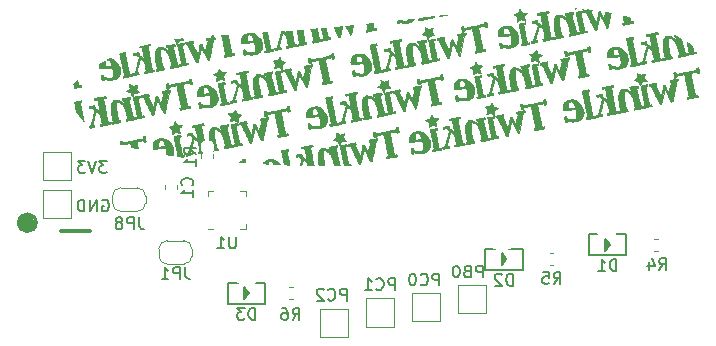
<source format=gbo>
G04 #@! TF.GenerationSoftware,KiCad,Pcbnew,(5.1.0)-1*
G04 #@! TF.CreationDate,2019-07-24T00:39:13-06:00*
G04 #@! TF.ProjectId,twinkletwinkie,7477696e-6b6c-4657-9477-696e6b69652e,rev?*
G04 #@! TF.SameCoordinates,PX89e92d0PY44794c0*
G04 #@! TF.FileFunction,Legend,Bot*
G04 #@! TF.FilePolarity,Positive*
%FSLAX46Y46*%
G04 Gerber Fmt 4.6, Leading zero omitted, Abs format (unit mm)*
G04 Created by KiCad (PCBNEW (5.1.0)-1) date 2019-07-24 00:39:13*
%MOMM*%
%LPD*%
G04 APERTURE LIST*
%ADD10C,0.010000*%
%ADD11C,0.120000*%
%ADD12C,0.066040*%
%ADD13C,0.127000*%
%ADD14C,0.300000*%
%ADD15C,0.150000*%
%ADD16C,0.100000*%
%ADD17C,0.977000*%
%ADD18R,0.991000X1.372000*%
%ADD19R,2.102000X2.102000*%
%ADD20C,1.802000*%
%ADD21O,1.802000X1.802000*%
%ADD22C,0.143431*%
%ADD23C,0.302000*%
%ADD24C,0.500000*%
%ADD25C,0.254000*%
G04 APERTURE END LIST*
D10*
G36*
X18086266Y15228745D02*
G01*
X18075125Y15219615D01*
X18052952Y15205847D01*
X18040421Y15205522D01*
X18040039Y15216657D01*
X18052799Y15227960D01*
X18070037Y15232849D01*
X18087789Y15234059D01*
X18086266Y15228745D01*
X18086266Y15228745D01*
G37*
X18086266Y15228745D02*
X18075125Y15219615D01*
X18052952Y15205847D01*
X18040421Y15205522D01*
X18040039Y15216657D01*
X18052799Y15227960D01*
X18070037Y15232849D01*
X18087789Y15234059D01*
X18086266Y15228745D01*
G36*
X18691298Y15180505D02*
G01*
X18702292Y15172518D01*
X18704473Y15155777D01*
X18703361Y15135853D01*
X18701236Y15129308D01*
X18691552Y15134979D01*
X18671132Y15149205D01*
X18662122Y15155777D01*
X18626244Y15182246D01*
X18665358Y15182246D01*
X18691298Y15180505D01*
X18691298Y15180505D01*
G37*
X18691298Y15180505D02*
X18702292Y15172518D01*
X18704473Y15155777D01*
X18703361Y15135853D01*
X18701236Y15129308D01*
X18691552Y15134979D01*
X18671132Y15149205D01*
X18662122Y15155777D01*
X18626244Y15182246D01*
X18665358Y15182246D01*
X18691298Y15180505D01*
G36*
X7216769Y14700504D02*
G01*
X7211475Y14695210D01*
X7206182Y14700504D01*
X7211475Y14705798D01*
X7216769Y14700504D01*
X7216769Y14700504D01*
G37*
X7216769Y14700504D02*
X7211475Y14695210D01*
X7206182Y14700504D01*
X7211475Y14705798D01*
X7216769Y14700504D01*
G36*
X7177723Y14699316D02*
G01*
X7169124Y14695097D01*
X7153242Y14690434D01*
X7119648Y14682300D01*
X7071399Y14671376D01*
X7011547Y14658340D01*
X6943147Y14643872D01*
X6883255Y14631505D01*
X6810094Y14616527D01*
X6742913Y14602711D01*
X6684781Y14590695D01*
X6638765Y14581112D01*
X6607935Y14574601D01*
X6596180Y14572009D01*
X6577173Y14573146D01*
X6567410Y14591011D01*
X6565277Y14612760D01*
X6568617Y14622806D01*
X6580776Y14625984D01*
X6611120Y14631145D01*
X6656793Y14637883D01*
X6714941Y14645795D01*
X6782706Y14654477D01*
X6851492Y14662844D01*
X6927208Y14671858D01*
X6997428Y14680274D01*
X7058961Y14687704D01*
X7108615Y14693761D01*
X7143202Y14698059D01*
X7158537Y14700065D01*
X7177785Y14702098D01*
X7177723Y14699316D01*
X7177723Y14699316D01*
G37*
X7177723Y14699316D02*
X7169124Y14695097D01*
X7153242Y14690434D01*
X7119648Y14682300D01*
X7071399Y14671376D01*
X7011547Y14658340D01*
X6943147Y14643872D01*
X6883255Y14631505D01*
X6810094Y14616527D01*
X6742913Y14602711D01*
X6684781Y14590695D01*
X6638765Y14581112D01*
X6607935Y14574601D01*
X6596180Y14572009D01*
X6577173Y14573146D01*
X6567410Y14591011D01*
X6565277Y14612760D01*
X6568617Y14622806D01*
X6580776Y14625984D01*
X6611120Y14631145D01*
X6656793Y14637883D01*
X6714941Y14645795D01*
X6782706Y14654477D01*
X6851492Y14662844D01*
X6927208Y14671858D01*
X6997428Y14680274D01*
X7058961Y14687704D01*
X7108615Y14693761D01*
X7143202Y14698059D01*
X7158537Y14700065D01*
X7177785Y14702098D01*
X7177723Y14699316D01*
G36*
X6088805Y14566700D02*
G01*
X6093062Y14554745D01*
X6098598Y14530385D01*
X6099473Y14525806D01*
X6106366Y14488749D01*
X5859546Y14438360D01*
X5789676Y14424194D01*
X5726513Y14411577D01*
X5673082Y14401096D01*
X5632408Y14393340D01*
X5607513Y14388899D01*
X5601262Y14388068D01*
X5593295Y14397622D01*
X5584684Y14422193D01*
X5579199Y14446638D01*
X5573755Y14480032D01*
X5573617Y14498156D01*
X5579773Y14506474D01*
X5590663Y14509906D01*
X5610670Y14513221D01*
X5646375Y14518125D01*
X5694223Y14524214D01*
X5750658Y14531081D01*
X5812123Y14538322D01*
X5875061Y14545530D01*
X5935918Y14552300D01*
X5991136Y14558228D01*
X6037159Y14562907D01*
X6070432Y14565931D01*
X6087397Y14566897D01*
X6088805Y14566700D01*
X6088805Y14566700D01*
G37*
X6088805Y14566700D02*
X6093062Y14554745D01*
X6098598Y14530385D01*
X6099473Y14525806D01*
X6106366Y14488749D01*
X5859546Y14438360D01*
X5789676Y14424194D01*
X5726513Y14411577D01*
X5673082Y14401096D01*
X5632408Y14393340D01*
X5607513Y14388899D01*
X5601262Y14388068D01*
X5593295Y14397622D01*
X5584684Y14422193D01*
X5579199Y14446638D01*
X5573755Y14480032D01*
X5573617Y14498156D01*
X5579773Y14506474D01*
X5590663Y14509906D01*
X5610670Y14513221D01*
X5646375Y14518125D01*
X5694223Y14524214D01*
X5750658Y14531081D01*
X5812123Y14538322D01*
X5875061Y14545530D01*
X5935918Y14552300D01*
X5991136Y14558228D01*
X6037159Y14562907D01*
X6070432Y14565931D01*
X6087397Y14566897D01*
X6088805Y14566700D01*
G36*
X5508120Y14425223D02*
G01*
X5513897Y14390667D01*
X5515803Y14364864D01*
X5513988Y14354609D01*
X5502248Y14350841D01*
X5472252Y14343436D01*
X5426500Y14332951D01*
X5367493Y14319939D01*
X5297733Y14304955D01*
X5219718Y14288555D01*
X5168041Y14277864D01*
X5085275Y14260831D01*
X5008405Y14244977D01*
X4940087Y14230854D01*
X4882977Y14219011D01*
X4839731Y14210000D01*
X4813004Y14204370D01*
X4806059Y14202858D01*
X4785871Y14201729D01*
X4777978Y14205488D01*
X4773528Y14219354D01*
X4766761Y14247654D01*
X4759865Y14280685D01*
X4753018Y14321068D01*
X4754348Y14345874D01*
X4767327Y14359897D01*
X4795428Y14367932D01*
X4826461Y14372631D01*
X4857008Y14378028D01*
X4870837Y14384871D01*
X4872371Y14395803D01*
X4871364Y14399447D01*
X4872054Y14416251D01*
X4889511Y14424687D01*
X4912172Y14428542D01*
X4952026Y14434100D01*
X5005200Y14440918D01*
X5067821Y14448554D01*
X5136016Y14456566D01*
X5205912Y14464513D01*
X5273634Y14471952D01*
X5335311Y14478443D01*
X5387068Y14483542D01*
X5425033Y14486808D01*
X5442748Y14487803D01*
X5495113Y14488749D01*
X5508120Y14425223D01*
X5508120Y14425223D01*
G37*
X5508120Y14425223D02*
X5513897Y14390667D01*
X5515803Y14364864D01*
X5513988Y14354609D01*
X5502248Y14350841D01*
X5472252Y14343436D01*
X5426500Y14332951D01*
X5367493Y14319939D01*
X5297733Y14304955D01*
X5219718Y14288555D01*
X5168041Y14277864D01*
X5085275Y14260831D01*
X5008405Y14244977D01*
X4940087Y14230854D01*
X4882977Y14219011D01*
X4839731Y14210000D01*
X4813004Y14204370D01*
X4806059Y14202858D01*
X4785871Y14201729D01*
X4777978Y14205488D01*
X4773528Y14219354D01*
X4766761Y14247654D01*
X4759865Y14280685D01*
X4753018Y14321068D01*
X4754348Y14345874D01*
X4767327Y14359897D01*
X4795428Y14367932D01*
X4826461Y14372631D01*
X4857008Y14378028D01*
X4870837Y14384871D01*
X4872371Y14395803D01*
X4871364Y14399447D01*
X4872054Y14416251D01*
X4889511Y14424687D01*
X4912172Y14428542D01*
X4952026Y14434100D01*
X5005200Y14440918D01*
X5067821Y14448554D01*
X5136016Y14456566D01*
X5205912Y14464513D01*
X5273634Y14471952D01*
X5335311Y14478443D01*
X5387068Y14483542D01*
X5425033Y14486808D01*
X5442748Y14487803D01*
X5495113Y14488749D01*
X5508120Y14425223D01*
G36*
X13355019Y15169448D02*
G01*
X13372261Y15148645D01*
X13396796Y15115290D01*
X13426634Y15072071D01*
X13454187Y15030347D01*
X13492048Y14972658D01*
X13520975Y14930648D01*
X13542968Y14901860D01*
X13560024Y14883838D01*
X13574143Y14874126D01*
X13583974Y14870824D01*
X13605060Y14868645D01*
X13642748Y14866800D01*
X13692464Y14865436D01*
X13749637Y14864701D01*
X13777201Y14864614D01*
X13833201Y14864289D01*
X13880880Y14863393D01*
X13916624Y14862042D01*
X13936818Y14860355D01*
X13939987Y14859316D01*
X13933626Y14849786D01*
X13915984Y14826646D01*
X13889222Y14792648D01*
X13855503Y14750543D01*
X13823522Y14711092D01*
X13785522Y14663719D01*
X13752731Y14621430D01*
X13727334Y14587156D01*
X13711513Y14563828D01*
X13707216Y14554927D01*
X13710176Y14540800D01*
X13718274Y14510047D01*
X13730496Y14466306D01*
X13745833Y14413216D01*
X13758716Y14369637D01*
X13775206Y14313151D01*
X13788731Y14264431D01*
X13798434Y14226769D01*
X13803458Y14203458D01*
X13803555Y14197354D01*
X13792004Y14200858D01*
X13764004Y14210721D01*
X13722885Y14225730D01*
X13671974Y14244673D01*
X13624307Y14262652D01*
X13451560Y14328182D01*
X13292724Y14219894D01*
X13133887Y14111607D01*
X13141610Y14273709D01*
X13144386Y14332706D01*
X13146848Y14386438D01*
X13148792Y14430302D01*
X13150010Y14459694D01*
X13150267Y14466980D01*
X13149091Y14479641D01*
X13143220Y14492636D01*
X13130331Y14508271D01*
X13108102Y14528854D01*
X13074208Y14556691D01*
X13026328Y14594090D01*
X13008266Y14607997D01*
X12961030Y14644626D01*
X12920028Y14677042D01*
X12888077Y14702969D01*
X12867995Y14720127D01*
X12862390Y14725939D01*
X12871093Y14731153D01*
X12897051Y14740505D01*
X12936985Y14752959D01*
X12987616Y14767480D01*
X13031794Y14779411D01*
X13089764Y14795183D01*
X13140848Y14810041D01*
X13181380Y14822844D01*
X13207696Y14832448D01*
X13215801Y14836760D01*
X13223172Y14850467D01*
X13235915Y14880497D01*
X13252560Y14923134D01*
X13271635Y14974662D01*
X13283372Y15007549D01*
X13302899Y15062208D01*
X13320460Y15109856D01*
X13334681Y15146882D01*
X13344188Y15169672D01*
X13347060Y15175012D01*
X13355019Y15169448D01*
X13355019Y15169448D01*
G37*
X13355019Y15169448D02*
X13372261Y15148645D01*
X13396796Y15115290D01*
X13426634Y15072071D01*
X13454187Y15030347D01*
X13492048Y14972658D01*
X13520975Y14930648D01*
X13542968Y14901860D01*
X13560024Y14883838D01*
X13574143Y14874126D01*
X13583974Y14870824D01*
X13605060Y14868645D01*
X13642748Y14866800D01*
X13692464Y14865436D01*
X13749637Y14864701D01*
X13777201Y14864614D01*
X13833201Y14864289D01*
X13880880Y14863393D01*
X13916624Y14862042D01*
X13936818Y14860355D01*
X13939987Y14859316D01*
X13933626Y14849786D01*
X13915984Y14826646D01*
X13889222Y14792648D01*
X13855503Y14750543D01*
X13823522Y14711092D01*
X13785522Y14663719D01*
X13752731Y14621430D01*
X13727334Y14587156D01*
X13711513Y14563828D01*
X13707216Y14554927D01*
X13710176Y14540800D01*
X13718274Y14510047D01*
X13730496Y14466306D01*
X13745833Y14413216D01*
X13758716Y14369637D01*
X13775206Y14313151D01*
X13788731Y14264431D01*
X13798434Y14226769D01*
X13803458Y14203458D01*
X13803555Y14197354D01*
X13792004Y14200858D01*
X13764004Y14210721D01*
X13722885Y14225730D01*
X13671974Y14244673D01*
X13624307Y14262652D01*
X13451560Y14328182D01*
X13292724Y14219894D01*
X13133887Y14111607D01*
X13141610Y14273709D01*
X13144386Y14332706D01*
X13146848Y14386438D01*
X13148792Y14430302D01*
X13150010Y14459694D01*
X13150267Y14466980D01*
X13149091Y14479641D01*
X13143220Y14492636D01*
X13130331Y14508271D01*
X13108102Y14528854D01*
X13074208Y14556691D01*
X13026328Y14594090D01*
X13008266Y14607997D01*
X12961030Y14644626D01*
X12920028Y14677042D01*
X12888077Y14702969D01*
X12867995Y14720127D01*
X12862390Y14725939D01*
X12871093Y14731153D01*
X12897051Y14740505D01*
X12936985Y14752959D01*
X12987616Y14767480D01*
X13031794Y14779411D01*
X13089764Y14795183D01*
X13140848Y14810041D01*
X13181380Y14822844D01*
X13207696Y14832448D01*
X13215801Y14836760D01*
X13223172Y14850467D01*
X13235915Y14880497D01*
X13252560Y14923134D01*
X13271635Y14974662D01*
X13283372Y15007549D01*
X13302899Y15062208D01*
X13320460Y15109856D01*
X13334681Y15146882D01*
X13344188Y15169672D01*
X13347060Y15175012D01*
X13355019Y15169448D01*
G36*
X4424640Y14359927D02*
G01*
X4413370Y14338563D01*
X4405388Y14327286D01*
X4325481Y14235300D01*
X4232888Y14159044D01*
X4126721Y14097998D01*
X4006090Y14051640D01*
X3885573Y14022260D01*
X3791553Y14010439D01*
X3683439Y14006781D01*
X3566503Y14010885D01*
X3446018Y14022352D01*
X3327256Y14040778D01*
X3215489Y14065765D01*
X3179049Y14075972D01*
X3148926Y14084816D01*
X3128830Y14090525D01*
X3124106Y14091709D01*
X3124648Y14082432D01*
X3128302Y14059059D01*
X3130523Y14046711D01*
X3134143Y14017720D01*
X3133305Y13998306D01*
X3131748Y13995073D01*
X3115617Y13987309D01*
X3087258Y13979418D01*
X3053033Y13972484D01*
X3019302Y13967587D01*
X2992427Y13965810D01*
X2978769Y13968236D01*
X2978275Y13968969D01*
X2973339Y13987540D01*
X2966828Y14019338D01*
X2959614Y14059043D01*
X2952568Y14101334D01*
X2946563Y14140889D01*
X2942470Y14172388D01*
X2941161Y14190509D01*
X2941601Y14192808D01*
X2953481Y14195936D01*
X2981758Y14200674D01*
X3021771Y14206434D01*
X3068856Y14212626D01*
X3118350Y14218660D01*
X3165590Y14223949D01*
X3205914Y14227903D01*
X3234659Y14229932D01*
X3235777Y14229975D01*
X3261901Y14228428D01*
X3302265Y14223189D01*
X3350443Y14215175D01*
X3381734Y14209151D01*
X3447403Y14198502D01*
X3519799Y14191333D01*
X3595123Y14187557D01*
X3669574Y14187088D01*
X3739354Y14189841D01*
X3800664Y14195729D01*
X3849704Y14204668D01*
X3882674Y14216570D01*
X3888743Y14220608D01*
X3898546Y14236977D01*
X3906775Y14264528D01*
X3907875Y14270373D01*
X3914600Y14310179D01*
X4160162Y14338707D01*
X4230537Y14346809D01*
X4294288Y14354006D01*
X4348267Y14359954D01*
X4389329Y14364311D01*
X4414326Y14366731D01*
X4420214Y14367113D01*
X4424640Y14359927D01*
X4424640Y14359927D01*
G37*
X4424640Y14359927D02*
X4413370Y14338563D01*
X4405388Y14327286D01*
X4325481Y14235300D01*
X4232888Y14159044D01*
X4126721Y14097998D01*
X4006090Y14051640D01*
X3885573Y14022260D01*
X3791553Y14010439D01*
X3683439Y14006781D01*
X3566503Y14010885D01*
X3446018Y14022352D01*
X3327256Y14040778D01*
X3215489Y14065765D01*
X3179049Y14075972D01*
X3148926Y14084816D01*
X3128830Y14090525D01*
X3124106Y14091709D01*
X3124648Y14082432D01*
X3128302Y14059059D01*
X3130523Y14046711D01*
X3134143Y14017720D01*
X3133305Y13998306D01*
X3131748Y13995073D01*
X3115617Y13987309D01*
X3087258Y13979418D01*
X3053033Y13972484D01*
X3019302Y13967587D01*
X2992427Y13965810D01*
X2978769Y13968236D01*
X2978275Y13968969D01*
X2973339Y13987540D01*
X2966828Y14019338D01*
X2959614Y14059043D01*
X2952568Y14101334D01*
X2946563Y14140889D01*
X2942470Y14172388D01*
X2941161Y14190509D01*
X2941601Y14192808D01*
X2953481Y14195936D01*
X2981758Y14200674D01*
X3021771Y14206434D01*
X3068856Y14212626D01*
X3118350Y14218660D01*
X3165590Y14223949D01*
X3205914Y14227903D01*
X3234659Y14229932D01*
X3235777Y14229975D01*
X3261901Y14228428D01*
X3302265Y14223189D01*
X3350443Y14215175D01*
X3381734Y14209151D01*
X3447403Y14198502D01*
X3519799Y14191333D01*
X3595123Y14187557D01*
X3669574Y14187088D01*
X3739354Y14189841D01*
X3800664Y14195729D01*
X3849704Y14204668D01*
X3882674Y14216570D01*
X3888743Y14220608D01*
X3898546Y14236977D01*
X3906775Y14264528D01*
X3907875Y14270373D01*
X3914600Y14310179D01*
X4160162Y14338707D01*
X4230537Y14346809D01*
X4294288Y14354006D01*
X4348267Y14359954D01*
X4389329Y14364311D01*
X4414326Y14366731D01*
X4420214Y14367113D01*
X4424640Y14359927D01*
G36*
X22088337Y14618810D02*
G01*
X22116761Y14613387D01*
X22159109Y14604314D01*
X22212080Y14592372D01*
X22272375Y14578345D01*
X22336693Y14563015D01*
X22401737Y14547165D01*
X22464204Y14531579D01*
X22520796Y14517039D01*
X22568214Y14504328D01*
X22590844Y14497917D01*
X22639158Y14483810D01*
X22674251Y14310278D01*
X22709345Y14136746D01*
X22800635Y14156695D01*
X22842820Y14165200D01*
X22877449Y14170860D01*
X22899107Y14172845D01*
X22902986Y14172401D01*
X22909739Y14161019D01*
X22918200Y14135434D01*
X22926829Y14102285D01*
X22934086Y14068212D01*
X22938431Y14039854D01*
X22938324Y14023852D01*
X22937693Y14022775D01*
X22926615Y14019636D01*
X22897462Y14012879D01*
X22852919Y14003060D01*
X22795671Y13990733D01*
X22728404Y13976454D01*
X22653803Y13960777D01*
X22574552Y13944258D01*
X22493337Y13927451D01*
X22412843Y13910913D01*
X22335756Y13895197D01*
X22264760Y13880859D01*
X22202541Y13868454D01*
X22151783Y13858538D01*
X22115173Y13851664D01*
X22095395Y13848389D01*
X22093125Y13848191D01*
X22081105Y13854811D01*
X22071044Y13876773D01*
X22062906Y13909707D01*
X22054210Y13953693D01*
X22051782Y13981471D01*
X22057889Y13997628D01*
X22074796Y14006748D01*
X22104770Y14013418D01*
X22115105Y14015339D01*
X22149995Y14022543D01*
X22175779Y14029198D01*
X22185891Y14033291D01*
X22185336Y14044780D01*
X22180829Y14074269D01*
X22172869Y14119055D01*
X22161959Y14176437D01*
X22148598Y14243711D01*
X22133288Y14318177D01*
X22131533Y14326564D01*
X22116041Y14401644D01*
X22102441Y14469824D01*
X22091235Y14528402D01*
X22082924Y14574676D01*
X22078009Y14605945D01*
X22076991Y14619506D01*
X22077136Y14619798D01*
X22088337Y14618810D01*
X22088337Y14618810D01*
G37*
X22088337Y14618810D02*
X22116761Y14613387D01*
X22159109Y14604314D01*
X22212080Y14592372D01*
X22272375Y14578345D01*
X22336693Y14563015D01*
X22401737Y14547165D01*
X22464204Y14531579D01*
X22520796Y14517039D01*
X22568214Y14504328D01*
X22590844Y14497917D01*
X22639158Y14483810D01*
X22674251Y14310278D01*
X22709345Y14136746D01*
X22800635Y14156695D01*
X22842820Y14165200D01*
X22877449Y14170860D01*
X22899107Y14172845D01*
X22902986Y14172401D01*
X22909739Y14161019D01*
X22918200Y14135434D01*
X22926829Y14102285D01*
X22934086Y14068212D01*
X22938431Y14039854D01*
X22938324Y14023852D01*
X22937693Y14022775D01*
X22926615Y14019636D01*
X22897462Y14012879D01*
X22852919Y14003060D01*
X22795671Y13990733D01*
X22728404Y13976454D01*
X22653803Y13960777D01*
X22574552Y13944258D01*
X22493337Y13927451D01*
X22412843Y13910913D01*
X22335756Y13895197D01*
X22264760Y13880859D01*
X22202541Y13868454D01*
X22151783Y13858538D01*
X22115173Y13851664D01*
X22095395Y13848389D01*
X22093125Y13848191D01*
X22081105Y13854811D01*
X22071044Y13876773D01*
X22062906Y13909707D01*
X22054210Y13953693D01*
X22051782Y13981471D01*
X22057889Y13997628D01*
X22074796Y14006748D01*
X22104770Y14013418D01*
X22115105Y14015339D01*
X22149995Y14022543D01*
X22175779Y14029198D01*
X22185891Y14033291D01*
X22185336Y14044780D01*
X22180829Y14074269D01*
X22172869Y14119055D01*
X22161959Y14176437D01*
X22148598Y14243711D01*
X22133288Y14318177D01*
X22131533Y14326564D01*
X22116041Y14401644D01*
X22102441Y14469824D01*
X22091235Y14528402D01*
X22082924Y14574676D01*
X22078009Y14605945D01*
X22076991Y14619506D01*
X22077136Y14619798D01*
X22088337Y14618810D01*
G36*
X19248795Y15119457D02*
G01*
X19307989Y15112088D01*
X19359973Y15105066D01*
X19401035Y15098934D01*
X19427462Y15094239D01*
X19435364Y15092043D01*
X19444230Y15077183D01*
X19445615Y15066931D01*
X19438487Y15052593D01*
X19414883Y15042075D01*
X19399928Y15038439D01*
X19354241Y15028724D01*
X19593154Y14533937D01*
X19639219Y14438759D01*
X19682584Y14349591D01*
X19722370Y14268209D01*
X19757698Y14196389D01*
X19787693Y14135906D01*
X19811474Y14088535D01*
X19828165Y14056053D01*
X19836887Y14040234D01*
X19837913Y14038960D01*
X19841099Y14048965D01*
X19847857Y14077664D01*
X19857751Y14122956D01*
X19870342Y14182742D01*
X19885192Y14254924D01*
X19901863Y14337402D01*
X19919917Y14428078D01*
X19933141Y14495288D01*
X19954806Y14606329D01*
X19972830Y14698428D01*
X19987883Y14773374D01*
X20000641Y14832957D01*
X20011776Y14878965D01*
X20021961Y14913187D01*
X20031869Y14937414D01*
X20042175Y14953432D01*
X20053550Y14963033D01*
X20066670Y14968005D01*
X20082206Y14970136D01*
X20100832Y14971217D01*
X20112541Y14972003D01*
X20159382Y14975785D01*
X20265761Y14748149D01*
X20298411Y14678201D01*
X20330442Y14609425D01*
X20359968Y14545886D01*
X20385101Y14491648D01*
X20403952Y14450777D01*
X20409650Y14438339D01*
X20447159Y14356165D01*
X20514341Y14586567D01*
X20534695Y14656354D01*
X20553940Y14722304D01*
X20570980Y14780666D01*
X20584719Y14827688D01*
X20594063Y14859618D01*
X20596305Y14867261D01*
X20607403Y14898497D01*
X20619080Y14913566D01*
X20634499Y14917263D01*
X20651973Y14915343D01*
X20685156Y14910265D01*
X20730148Y14902746D01*
X20783052Y14893501D01*
X20839966Y14883245D01*
X20896993Y14872694D01*
X20950233Y14862563D01*
X20995787Y14853569D01*
X21029757Y14846427D01*
X21048242Y14841853D01*
X21050400Y14840932D01*
X21049140Y14830147D01*
X21044094Y14800832D01*
X21035704Y14755209D01*
X21024410Y14695496D01*
X21010656Y14623914D01*
X20994881Y14542684D01*
X20977528Y14454024D01*
X20959039Y14360156D01*
X20939854Y14263298D01*
X20920417Y14165672D01*
X20901168Y14069496D01*
X20882549Y13976992D01*
X20865002Y13890379D01*
X20848968Y13811877D01*
X20834889Y13743707D01*
X20823206Y13688087D01*
X20814362Y13647239D01*
X20808798Y13623382D01*
X20807120Y13618005D01*
X20792112Y13611182D01*
X20765972Y13604913D01*
X20737081Y13600544D01*
X20713816Y13599422D01*
X20705030Y13601593D01*
X20698808Y13612292D01*
X20683705Y13640043D01*
X20660633Y13683125D01*
X20630504Y13739815D01*
X20594229Y13808390D01*
X20552721Y13887128D01*
X20506891Y13974308D01*
X20457651Y14068205D01*
X20424502Y14131539D01*
X20373751Y14228442D01*
X20325977Y14319404D01*
X20282069Y14402748D01*
X20242914Y14476802D01*
X20209401Y14539890D01*
X20182421Y14590339D01*
X20162860Y14626472D01*
X20151608Y14646618D01*
X20149162Y14650339D01*
X20146282Y14639836D01*
X20138873Y14610537D01*
X20127372Y14564228D01*
X20112216Y14502697D01*
X20093845Y14427731D01*
X20072696Y14341118D01*
X20049206Y14244645D01*
X20023815Y14140100D01*
X19996961Y14029270D01*
X19996794Y14028581D01*
X19969901Y13917670D01*
X19944428Y13813001D01*
X19920816Y13716366D01*
X19899508Y13629556D01*
X19880946Y13554364D01*
X19865573Y13492583D01*
X19853831Y13446005D01*
X19846163Y13416421D01*
X19843011Y13405625D01*
X19843008Y13405623D01*
X19831165Y13402615D01*
X19804541Y13398889D01*
X19776901Y13396015D01*
X19714767Y13390381D01*
X19344614Y14170518D01*
X18974460Y14950655D01*
X18921521Y14944110D01*
X18886247Y14939840D01*
X18857120Y14936472D01*
X18848061Y14935499D01*
X18836492Y14937496D01*
X18827770Y14948980D01*
X18819847Y14974065D01*
X18812771Y15006380D01*
X18805387Y15048982D01*
X18804285Y15074570D01*
X18809349Y15086312D01*
X18809851Y15086648D01*
X18824424Y15091350D01*
X18855302Y15098715D01*
X18897937Y15107731D01*
X18947089Y15117254D01*
X19072477Y15140536D01*
X19248795Y15119457D01*
X19248795Y15119457D01*
G37*
X19248795Y15119457D02*
X19307989Y15112088D01*
X19359973Y15105066D01*
X19401035Y15098934D01*
X19427462Y15094239D01*
X19435364Y15092043D01*
X19444230Y15077183D01*
X19445615Y15066931D01*
X19438487Y15052593D01*
X19414883Y15042075D01*
X19399928Y15038439D01*
X19354241Y15028724D01*
X19593154Y14533937D01*
X19639219Y14438759D01*
X19682584Y14349591D01*
X19722370Y14268209D01*
X19757698Y14196389D01*
X19787693Y14135906D01*
X19811474Y14088535D01*
X19828165Y14056053D01*
X19836887Y14040234D01*
X19837913Y14038960D01*
X19841099Y14048965D01*
X19847857Y14077664D01*
X19857751Y14122956D01*
X19870342Y14182742D01*
X19885192Y14254924D01*
X19901863Y14337402D01*
X19919917Y14428078D01*
X19933141Y14495288D01*
X19954806Y14606329D01*
X19972830Y14698428D01*
X19987883Y14773374D01*
X20000641Y14832957D01*
X20011776Y14878965D01*
X20021961Y14913187D01*
X20031869Y14937414D01*
X20042175Y14953432D01*
X20053550Y14963033D01*
X20066670Y14968005D01*
X20082206Y14970136D01*
X20100832Y14971217D01*
X20112541Y14972003D01*
X20159382Y14975785D01*
X20265761Y14748149D01*
X20298411Y14678201D01*
X20330442Y14609425D01*
X20359968Y14545886D01*
X20385101Y14491648D01*
X20403952Y14450777D01*
X20409650Y14438339D01*
X20447159Y14356165D01*
X20514341Y14586567D01*
X20534695Y14656354D01*
X20553940Y14722304D01*
X20570980Y14780666D01*
X20584719Y14827688D01*
X20594063Y14859618D01*
X20596305Y14867261D01*
X20607403Y14898497D01*
X20619080Y14913566D01*
X20634499Y14917263D01*
X20651973Y14915343D01*
X20685156Y14910265D01*
X20730148Y14902746D01*
X20783052Y14893501D01*
X20839966Y14883245D01*
X20896993Y14872694D01*
X20950233Y14862563D01*
X20995787Y14853569D01*
X21029757Y14846427D01*
X21048242Y14841853D01*
X21050400Y14840932D01*
X21049140Y14830147D01*
X21044094Y14800832D01*
X21035704Y14755209D01*
X21024410Y14695496D01*
X21010656Y14623914D01*
X20994881Y14542684D01*
X20977528Y14454024D01*
X20959039Y14360156D01*
X20939854Y14263298D01*
X20920417Y14165672D01*
X20901168Y14069496D01*
X20882549Y13976992D01*
X20865002Y13890379D01*
X20848968Y13811877D01*
X20834889Y13743707D01*
X20823206Y13688087D01*
X20814362Y13647239D01*
X20808798Y13623382D01*
X20807120Y13618005D01*
X20792112Y13611182D01*
X20765972Y13604913D01*
X20737081Y13600544D01*
X20713816Y13599422D01*
X20705030Y13601593D01*
X20698808Y13612292D01*
X20683705Y13640043D01*
X20660633Y13683125D01*
X20630504Y13739815D01*
X20594229Y13808390D01*
X20552721Y13887128D01*
X20506891Y13974308D01*
X20457651Y14068205D01*
X20424502Y14131539D01*
X20373751Y14228442D01*
X20325977Y14319404D01*
X20282069Y14402748D01*
X20242914Y14476802D01*
X20209401Y14539890D01*
X20182421Y14590339D01*
X20162860Y14626472D01*
X20151608Y14646618D01*
X20149162Y14650339D01*
X20146282Y14639836D01*
X20138873Y14610537D01*
X20127372Y14564228D01*
X20112216Y14502697D01*
X20093845Y14427731D01*
X20072696Y14341118D01*
X20049206Y14244645D01*
X20023815Y14140100D01*
X19996961Y14029270D01*
X19996794Y14028581D01*
X19969901Y13917670D01*
X19944428Y13813001D01*
X19920816Y13716366D01*
X19899508Y13629556D01*
X19880946Y13554364D01*
X19865573Y13492583D01*
X19853831Y13446005D01*
X19846163Y13416421D01*
X19843011Y13405625D01*
X19843008Y13405623D01*
X19831165Y13402615D01*
X19804541Y13398889D01*
X19776901Y13396015D01*
X19714767Y13390381D01*
X19344614Y14170518D01*
X18974460Y14950655D01*
X18921521Y14944110D01*
X18886247Y14939840D01*
X18857120Y14936472D01*
X18848061Y14935499D01*
X18836492Y14937496D01*
X18827770Y14948980D01*
X18819847Y14974065D01*
X18812771Y15006380D01*
X18805387Y15048982D01*
X18804285Y15074570D01*
X18809349Y15086312D01*
X18809851Y15086648D01*
X18824424Y15091350D01*
X18855302Y15098715D01*
X18897937Y15107731D01*
X18947089Y15117254D01*
X19072477Y15140536D01*
X19248795Y15119457D01*
G36*
X901898Y13972761D02*
G01*
X905403Y13961440D01*
X912459Y13932594D01*
X922331Y13889436D01*
X934288Y13835178D01*
X947598Y13773032D01*
X949804Y13762569D01*
X963113Y13699685D01*
X974960Y13644368D01*
X984660Y13599778D01*
X991523Y13569069D01*
X994862Y13555400D01*
X995029Y13554999D01*
X1005494Y13556249D01*
X1031897Y13561292D01*
X1069536Y13569200D01*
X1091138Y13573948D01*
X1139337Y13583834D01*
X1170442Y13587907D01*
X1187643Y13586431D01*
X1193028Y13582387D01*
X1199533Y13565153D01*
X1206918Y13536199D01*
X1213894Y13502286D01*
X1219174Y13470179D01*
X1221470Y13446642D01*
X1220407Y13438629D01*
X1209234Y13435423D01*
X1179569Y13428480D01*
X1133671Y13418287D01*
X1073800Y13405333D01*
X1002214Y13390104D01*
X921172Y13373089D01*
X832932Y13354774D01*
X809397Y13349923D01*
X719005Y13331298D01*
X634643Y13313877D01*
X558671Y13298152D01*
X493453Y13284612D01*
X441348Y13273749D01*
X404720Y13266053D01*
X385930Y13262014D01*
X384379Y13261653D01*
X366473Y13263286D01*
X360930Y13269333D01*
X356488Y13285664D01*
X349213Y13315709D01*
X341945Y13347379D01*
X334082Y13384589D01*
X333705Y13406623D01*
X344376Y13418512D01*
X369654Y13425290D01*
X400450Y13430062D01*
X432282Y13436167D01*
X456102Y13443084D01*
X461133Y13445451D01*
X464783Y13452683D01*
X465222Y13469453D01*
X462136Y13497931D01*
X455213Y13540282D01*
X444140Y13598674D01*
X428605Y13675275D01*
X426545Y13685218D01*
X412849Y13752261D01*
X401042Y13812051D01*
X391684Y13861583D01*
X385334Y13897855D01*
X382553Y13917864D01*
X382652Y13920812D01*
X394173Y13923291D01*
X423176Y13927277D01*
X466150Y13932419D01*
X519581Y13938365D01*
X579956Y13944764D01*
X643763Y13951265D01*
X707487Y13957515D01*
X767617Y13963164D01*
X820639Y13967860D01*
X863041Y13971252D01*
X891308Y13972988D01*
X901898Y13972761D01*
X901898Y13972761D01*
G37*
X901898Y13972761D02*
X905403Y13961440D01*
X912459Y13932594D01*
X922331Y13889436D01*
X934288Y13835178D01*
X947598Y13773032D01*
X949804Y13762569D01*
X963113Y13699685D01*
X974960Y13644368D01*
X984660Y13599778D01*
X991523Y13569069D01*
X994862Y13555400D01*
X995029Y13554999D01*
X1005494Y13556249D01*
X1031897Y13561292D01*
X1069536Y13569200D01*
X1091138Y13573948D01*
X1139337Y13583834D01*
X1170442Y13587907D01*
X1187643Y13586431D01*
X1193028Y13582387D01*
X1199533Y13565153D01*
X1206918Y13536199D01*
X1213894Y13502286D01*
X1219174Y13470179D01*
X1221470Y13446642D01*
X1220407Y13438629D01*
X1209234Y13435423D01*
X1179569Y13428480D01*
X1133671Y13418287D01*
X1073800Y13405333D01*
X1002214Y13390104D01*
X921172Y13373089D01*
X832932Y13354774D01*
X809397Y13349923D01*
X719005Y13331298D01*
X634643Y13313877D01*
X558671Y13298152D01*
X493453Y13284612D01*
X441348Y13273749D01*
X404720Y13266053D01*
X385930Y13262014D01*
X384379Y13261653D01*
X366473Y13263286D01*
X360930Y13269333D01*
X356488Y13285664D01*
X349213Y13315709D01*
X341945Y13347379D01*
X334082Y13384589D01*
X333705Y13406623D01*
X344376Y13418512D01*
X369654Y13425290D01*
X400450Y13430062D01*
X432282Y13436167D01*
X456102Y13443084D01*
X461133Y13445451D01*
X464783Y13452683D01*
X465222Y13469453D01*
X462136Y13497931D01*
X455213Y13540282D01*
X444140Y13598674D01*
X428605Y13675275D01*
X426545Y13685218D01*
X412849Y13752261D01*
X401042Y13812051D01*
X391684Y13861583D01*
X385334Y13897855D01*
X382553Y13917864D01*
X382652Y13920812D01*
X394173Y13923291D01*
X423176Y13927277D01*
X466150Y13932419D01*
X519581Y13938365D01*
X579956Y13944764D01*
X643763Y13951265D01*
X707487Y13957515D01*
X767617Y13963164D01*
X820639Y13967860D01*
X863041Y13971252D01*
X891308Y13972988D01*
X901898Y13972761D01*
G36*
X18663482Y15030175D02*
G01*
X18673739Y15004347D01*
X18683522Y14972569D01*
X18701477Y14906975D01*
X18663271Y14896811D01*
X18626068Y14888161D01*
X18585810Y14880497D01*
X18581527Y14879805D01*
X18550807Y14873573D01*
X18528243Y14866535D01*
X18524717Y14864760D01*
X18523065Y14858418D01*
X18523871Y14842143D01*
X18527343Y14814842D01*
X18533687Y14775425D01*
X18543109Y14722800D01*
X18555817Y14655876D01*
X18572015Y14573562D01*
X18591912Y14474766D01*
X18615713Y14358397D01*
X18643626Y14223364D01*
X18671038Y14091656D01*
X18696940Y13967678D01*
X18721621Y13849849D01*
X18744739Y13739793D01*
X18765949Y13639136D01*
X18784906Y13549502D01*
X18801266Y13472516D01*
X18814685Y13409802D01*
X18824818Y13362985D01*
X18831321Y13333690D01*
X18833839Y13323548D01*
X18844890Y13324273D01*
X18871385Y13329047D01*
X18908193Y13336916D01*
X18919175Y13339433D01*
X18957966Y13347572D01*
X18987977Y13352215D01*
X19004029Y13352613D01*
X19005296Y13351899D01*
X19013173Y13333162D01*
X19021757Y13304745D01*
X19029385Y13273629D01*
X19034398Y13246793D01*
X19035132Y13231220D01*
X19034351Y13229833D01*
X19023071Y13227028D01*
X18993946Y13220715D01*
X18949907Y13211482D01*
X18893884Y13199921D01*
X18828809Y13186619D01*
X18757610Y13172167D01*
X18683220Y13157154D01*
X18608568Y13142171D01*
X18536585Y13127806D01*
X18470202Y13114649D01*
X18412348Y13103290D01*
X18365955Y13094319D01*
X18333953Y13088324D01*
X18319273Y13085897D01*
X18318850Y13085873D01*
X18312385Y13094464D01*
X18308749Y13104401D01*
X18304004Y13125959D01*
X18298469Y13158234D01*
X18296481Y13171650D01*
X18289618Y13220370D01*
X18339707Y13227236D01*
X18377135Y13231475D01*
X18411057Y13233889D01*
X18420081Y13234101D01*
X18441759Y13235061D01*
X18450367Y13237263D01*
X18448289Y13247878D01*
X18442271Y13277665D01*
X18432632Y13325056D01*
X18419694Y13388479D01*
X18403778Y13466367D01*
X18385205Y13557150D01*
X18364296Y13659257D01*
X18341371Y13771120D01*
X18316753Y13891169D01*
X18290761Y14017835D01*
X18282011Y14060460D01*
X18255515Y14189612D01*
X18230209Y14313149D01*
X18206424Y14429444D01*
X18184491Y14536870D01*
X18164741Y14633800D01*
X18147505Y14718606D01*
X18133114Y14789661D01*
X18121899Y14845339D01*
X18114191Y14884011D01*
X18110321Y14904051D01*
X18109960Y14906170D01*
X18109349Y14914041D01*
X18111565Y14920700D01*
X18118922Y14926858D01*
X18133733Y14933227D01*
X18158310Y14940518D01*
X18194966Y14949442D01*
X18246014Y14960710D01*
X18313767Y14975034D01*
X18376252Y14988069D01*
X18449225Y15003077D01*
X18515458Y15016341D01*
X18572105Y15027320D01*
X18616319Y15035472D01*
X18645254Y15040256D01*
X18655903Y15041228D01*
X18663482Y15030175D01*
X18663482Y15030175D01*
G37*
X18663482Y15030175D02*
X18673739Y15004347D01*
X18683522Y14972569D01*
X18701477Y14906975D01*
X18663271Y14896811D01*
X18626068Y14888161D01*
X18585810Y14880497D01*
X18581527Y14879805D01*
X18550807Y14873573D01*
X18528243Y14866535D01*
X18524717Y14864760D01*
X18523065Y14858418D01*
X18523871Y14842143D01*
X18527343Y14814842D01*
X18533687Y14775425D01*
X18543109Y14722800D01*
X18555817Y14655876D01*
X18572015Y14573562D01*
X18591912Y14474766D01*
X18615713Y14358397D01*
X18643626Y14223364D01*
X18671038Y14091656D01*
X18696940Y13967678D01*
X18721621Y13849849D01*
X18744739Y13739793D01*
X18765949Y13639136D01*
X18784906Y13549502D01*
X18801266Y13472516D01*
X18814685Y13409802D01*
X18824818Y13362985D01*
X18831321Y13333690D01*
X18833839Y13323548D01*
X18844890Y13324273D01*
X18871385Y13329047D01*
X18908193Y13336916D01*
X18919175Y13339433D01*
X18957966Y13347572D01*
X18987977Y13352215D01*
X19004029Y13352613D01*
X19005296Y13351899D01*
X19013173Y13333162D01*
X19021757Y13304745D01*
X19029385Y13273629D01*
X19034398Y13246793D01*
X19035132Y13231220D01*
X19034351Y13229833D01*
X19023071Y13227028D01*
X18993946Y13220715D01*
X18949907Y13211482D01*
X18893884Y13199921D01*
X18828809Y13186619D01*
X18757610Y13172167D01*
X18683220Y13157154D01*
X18608568Y13142171D01*
X18536585Y13127806D01*
X18470202Y13114649D01*
X18412348Y13103290D01*
X18365955Y13094319D01*
X18333953Y13088324D01*
X18319273Y13085897D01*
X18318850Y13085873D01*
X18312385Y13094464D01*
X18308749Y13104401D01*
X18304004Y13125959D01*
X18298469Y13158234D01*
X18296481Y13171650D01*
X18289618Y13220370D01*
X18339707Y13227236D01*
X18377135Y13231475D01*
X18411057Y13233889D01*
X18420081Y13234101D01*
X18441759Y13235061D01*
X18450367Y13237263D01*
X18448289Y13247878D01*
X18442271Y13277665D01*
X18432632Y13325056D01*
X18419694Y13388479D01*
X18403778Y13466367D01*
X18385205Y13557150D01*
X18364296Y13659257D01*
X18341371Y13771120D01*
X18316753Y13891169D01*
X18290761Y14017835D01*
X18282011Y14060460D01*
X18255515Y14189612D01*
X18230209Y14313149D01*
X18206424Y14429444D01*
X18184491Y14536870D01*
X18164741Y14633800D01*
X18147505Y14718606D01*
X18133114Y14789661D01*
X18121899Y14845339D01*
X18114191Y14884011D01*
X18110321Y14904051D01*
X18109960Y14906170D01*
X18109349Y14914041D01*
X18111565Y14920700D01*
X18118922Y14926858D01*
X18133733Y14933227D01*
X18158310Y14940518D01*
X18194966Y14949442D01*
X18246014Y14960710D01*
X18313767Y14975034D01*
X18376252Y14988069D01*
X18449225Y15003077D01*
X18515458Y15016341D01*
X18572105Y15027320D01*
X18616319Y15035472D01*
X18645254Y15040256D01*
X18655903Y15041228D01*
X18663482Y15030175D01*
G36*
X-760813Y13803451D02*
G01*
X-760256Y13803235D01*
X-760690Y13791691D01*
X-764868Y13761909D01*
X-772352Y13716410D01*
X-782702Y13657715D01*
X-795480Y13588345D01*
X-810246Y13510818D01*
X-819132Y13465228D01*
X-839950Y13358969D01*
X-857051Y13271582D01*
X-870964Y13201195D01*
X-882222Y13145936D01*
X-891354Y13103930D01*
X-898891Y13073307D01*
X-905365Y13052193D01*
X-911305Y13038715D01*
X-917242Y13031001D01*
X-923708Y13027179D01*
X-931233Y13025375D01*
X-940347Y13023718D01*
X-944554Y13022677D01*
X-975665Y13015024D01*
X-996648Y13015128D01*
X-1012889Y13025942D01*
X-1029770Y13050423D01*
X-1045213Y13077932D01*
X-1061777Y13108611D01*
X-1087028Y13156088D01*
X-1119912Y13218356D01*
X-1159378Y13293410D01*
X-1204372Y13379245D01*
X-1253841Y13473855D01*
X-1306733Y13575235D01*
X-1353915Y13665849D01*
X-1371894Y13701756D01*
X-1384623Y13729808D01*
X-1390038Y13745355D01*
X-1389888Y13746932D01*
X-1378149Y13749429D01*
X-1348585Y13753282D01*
X-1304392Y13758205D01*
X-1248765Y13763913D01*
X-1184900Y13770120D01*
X-1115991Y13776540D01*
X-1045234Y13782888D01*
X-975824Y13788877D01*
X-910956Y13794223D01*
X-853826Y13798639D01*
X-807629Y13801839D01*
X-775559Y13803538D01*
X-760813Y13803451D01*
X-760813Y13803451D01*
G37*
X-760813Y13803451D02*
X-760256Y13803235D01*
X-760690Y13791691D01*
X-764868Y13761909D01*
X-772352Y13716410D01*
X-782702Y13657715D01*
X-795480Y13588345D01*
X-810246Y13510818D01*
X-819132Y13465228D01*
X-839950Y13358969D01*
X-857051Y13271582D01*
X-870964Y13201195D01*
X-882222Y13145936D01*
X-891354Y13103930D01*
X-898891Y13073307D01*
X-905365Y13052193D01*
X-911305Y13038715D01*
X-917242Y13031001D01*
X-923708Y13027179D01*
X-931233Y13025375D01*
X-940347Y13023718D01*
X-944554Y13022677D01*
X-975665Y13015024D01*
X-996648Y13015128D01*
X-1012889Y13025942D01*
X-1029770Y13050423D01*
X-1045213Y13077932D01*
X-1061777Y13108611D01*
X-1087028Y13156088D01*
X-1119912Y13218356D01*
X-1159378Y13293410D01*
X-1204372Y13379245D01*
X-1253841Y13473855D01*
X-1306733Y13575235D01*
X-1353915Y13665849D01*
X-1371894Y13701756D01*
X-1384623Y13729808D01*
X-1390038Y13745355D01*
X-1389888Y13746932D01*
X-1378149Y13749429D01*
X-1348585Y13753282D01*
X-1304392Y13758205D01*
X-1248765Y13763913D01*
X-1184900Y13770120D01*
X-1115991Y13776540D01*
X-1045234Y13782888D01*
X-975824Y13788877D01*
X-910956Y13794223D01*
X-853826Y13798639D01*
X-807629Y13801839D01*
X-775559Y13803538D01*
X-760813Y13803451D01*
G36*
X-12621423Y12934249D02*
G01*
X-12629986Y12928594D01*
X-12657893Y12920355D01*
X-12704774Y12909838D01*
X-12754364Y12900238D01*
X-12780927Y12897074D01*
X-12792362Y12901499D01*
X-12794068Y12909093D01*
X-12788825Y12918316D01*
X-12770802Y12925090D01*
X-12736556Y12930444D01*
X-12715507Y12932612D01*
X-12663812Y12936567D01*
X-12632575Y12937010D01*
X-12621423Y12934249D01*
X-12621423Y12934249D01*
G37*
X-12621423Y12934249D02*
X-12629986Y12928594D01*
X-12657893Y12920355D01*
X-12704774Y12909838D01*
X-12754364Y12900238D01*
X-12780927Y12897074D01*
X-12792362Y12901499D01*
X-12794068Y12909093D01*
X-12788825Y12918316D01*
X-12770802Y12925090D01*
X-12736556Y12930444D01*
X-12715507Y12932612D01*
X-12663812Y12936567D01*
X-12632575Y12937010D01*
X-12621423Y12934249D01*
G36*
X-1667940Y13719854D02*
G01*
X-1655937Y13715987D01*
X-1655761Y13715272D01*
X-1658177Y13704062D01*
X-1665082Y13674429D01*
X-1675961Y13628524D01*
X-1690299Y13568499D01*
X-1707581Y13496508D01*
X-1727292Y13414701D01*
X-1748918Y13325231D01*
X-1761638Y13272724D01*
X-1784115Y13179862D01*
X-1804964Y13093420D01*
X-1823669Y13015555D01*
X-1839717Y12948428D01*
X-1852590Y12894196D01*
X-1861775Y12855021D01*
X-1866755Y12833059D01*
X-1867516Y12829090D01*
X-1876819Y12823136D01*
X-1899903Y12817051D01*
X-1907220Y12815755D01*
X-1940046Y12810227D01*
X-1967366Y12805223D01*
X-1969535Y12804790D01*
X-1992062Y12806506D01*
X-2002465Y12813341D01*
X-2009470Y12825955D01*
X-2024148Y12855093D01*
X-2045360Y12898343D01*
X-2071964Y12953294D01*
X-2102819Y13017533D01*
X-2136786Y13088649D01*
X-2172723Y13164230D01*
X-2209491Y13241864D01*
X-2245948Y13319140D01*
X-2280954Y13393645D01*
X-2313369Y13462967D01*
X-2342051Y13524696D01*
X-2365861Y13576419D01*
X-2383658Y13615724D01*
X-2394301Y13640200D01*
X-2396903Y13647413D01*
X-2388508Y13657101D01*
X-2383668Y13657926D01*
X-2368851Y13659042D01*
X-2337097Y13661896D01*
X-2292536Y13666104D01*
X-2239299Y13671279D01*
X-2216911Y13673493D01*
X-2144943Y13680939D01*
X-2090832Y13686181D01*
X-2051281Y13688015D01*
X-2022995Y13685238D01*
X-2002678Y13676644D01*
X-1987036Y13661031D01*
X-1972771Y13637193D01*
X-1956590Y13603926D01*
X-1941630Y13572909D01*
X-1919143Y13528304D01*
X-1899726Y13491593D01*
X-1885377Y13466433D01*
X-1878096Y13456478D01*
X-1877928Y13456444D01*
X-1873648Y13466192D01*
X-1866557Y13492761D01*
X-1857626Y13532135D01*
X-1847827Y13580302D01*
X-1847463Y13582190D01*
X-1823235Y13707936D01*
X-1775077Y13714537D01*
X-1732588Y13719098D01*
X-1695183Y13720881D01*
X-1667940Y13719854D01*
X-1667940Y13719854D01*
G37*
X-1667940Y13719854D02*
X-1655937Y13715987D01*
X-1655761Y13715272D01*
X-1658177Y13704062D01*
X-1665082Y13674429D01*
X-1675961Y13628524D01*
X-1690299Y13568499D01*
X-1707581Y13496508D01*
X-1727292Y13414701D01*
X-1748918Y13325231D01*
X-1761638Y13272724D01*
X-1784115Y13179862D01*
X-1804964Y13093420D01*
X-1823669Y13015555D01*
X-1839717Y12948428D01*
X-1852590Y12894196D01*
X-1861775Y12855021D01*
X-1866755Y12833059D01*
X-1867516Y12829090D01*
X-1876819Y12823136D01*
X-1899903Y12817051D01*
X-1907220Y12815755D01*
X-1940046Y12810227D01*
X-1967366Y12805223D01*
X-1969535Y12804790D01*
X-1992062Y12806506D01*
X-2002465Y12813341D01*
X-2009470Y12825955D01*
X-2024148Y12855093D01*
X-2045360Y12898343D01*
X-2071964Y12953294D01*
X-2102819Y13017533D01*
X-2136786Y13088649D01*
X-2172723Y13164230D01*
X-2209491Y13241864D01*
X-2245948Y13319140D01*
X-2280954Y13393645D01*
X-2313369Y13462967D01*
X-2342051Y13524696D01*
X-2365861Y13576419D01*
X-2383658Y13615724D01*
X-2394301Y13640200D01*
X-2396903Y13647413D01*
X-2388508Y13657101D01*
X-2383668Y13657926D01*
X-2368851Y13659042D01*
X-2337097Y13661896D01*
X-2292536Y13666104D01*
X-2239299Y13671279D01*
X-2216911Y13673493D01*
X-2144943Y13680939D01*
X-2090832Y13686181D01*
X-2051281Y13688015D01*
X-2022995Y13685238D01*
X-2002678Y13676644D01*
X-1987036Y13661031D01*
X-1972771Y13637193D01*
X-1956590Y13603926D01*
X-1941630Y13572909D01*
X-1919143Y13528304D01*
X-1899726Y13491593D01*
X-1885377Y13466433D01*
X-1878096Y13456478D01*
X-1877928Y13456444D01*
X-1873648Y13466192D01*
X-1866557Y13492761D01*
X-1857626Y13532135D01*
X-1847827Y13580302D01*
X-1847463Y13582190D01*
X-1823235Y13707936D01*
X-1775077Y13714537D01*
X-1732588Y13719098D01*
X-1695183Y13720881D01*
X-1667940Y13719854D01*
G36*
X17862833Y14939965D02*
G01*
X17870242Y14916038D01*
X17878795Y14883723D01*
X17886990Y14849210D01*
X17893326Y14818687D01*
X17896299Y14798345D01*
X17895858Y14793612D01*
X17885046Y14790378D01*
X17858767Y14784140D01*
X17822300Y14776141D01*
X17815102Y14774618D01*
X17776994Y14766151D01*
X17747790Y14758817D01*
X17732960Y14754007D01*
X17732267Y14753545D01*
X17734030Y14742788D01*
X17740570Y14713085D01*
X17751502Y14666027D01*
X17766439Y14603203D01*
X17784996Y14526205D01*
X17806788Y14436623D01*
X17831430Y14336048D01*
X17858535Y14226070D01*
X17887719Y14108279D01*
X17918596Y13984266D01*
X17922250Y13969630D01*
X18116853Y13190335D01*
X18234925Y13203989D01*
X18248440Y13128368D01*
X18254540Y13091204D01*
X18258097Y13063323D01*
X18258432Y13050158D01*
X18258224Y13049826D01*
X18247020Y13046979D01*
X18217969Y13040836D01*
X18174042Y13031964D01*
X18118212Y13020930D01*
X18053452Y13008302D01*
X17982733Y12994647D01*
X17909027Y12980532D01*
X17835308Y12966524D01*
X17764547Y12953191D01*
X17699717Y12941099D01*
X17643790Y12930817D01*
X17599739Y12922912D01*
X17570535Y12917950D01*
X17559486Y12916469D01*
X17547418Y12924220D01*
X17537142Y12949092D01*
X17530695Y12976467D01*
X17522124Y13021435D01*
X17519484Y13049940D01*
X17524469Y13066268D01*
X17538772Y13074705D01*
X17564088Y13079536D01*
X17571870Y13080618D01*
X17625095Y13087939D01*
X17618352Y13126610D01*
X17607027Y13187505D01*
X17591918Y13262930D01*
X17574321Y13346859D01*
X17555534Y13433267D01*
X17536854Y13516126D01*
X17519578Y13589411D01*
X17512948Y13616304D01*
X17468174Y13777173D01*
X17419000Y13919440D01*
X17364516Y14045391D01*
X17303810Y14157309D01*
X17285214Y14186998D01*
X17247261Y14238504D01*
X17198352Y14294450D01*
X17143627Y14349756D01*
X17088221Y14399344D01*
X17037272Y14438133D01*
X17020446Y14448809D01*
X16968487Y14475575D01*
X16906507Y14501674D01*
X16842872Y14523982D01*
X16785952Y14539378D01*
X16769146Y14542559D01*
X16741774Y14545681D01*
X16727485Y14540626D01*
X16718579Y14523266D01*
X16715379Y14513732D01*
X16698801Y14443209D01*
X16688605Y14354511D01*
X16684672Y14249616D01*
X16686879Y14130502D01*
X16695107Y13999146D01*
X16709234Y13857526D01*
X16729140Y13707620D01*
X16754704Y13551404D01*
X16783180Y13403505D01*
X16796570Y13341187D01*
X16811885Y13274103D01*
X16828273Y13205557D01*
X16844883Y13138853D01*
X16860864Y13077295D01*
X16875362Y13024184D01*
X16887526Y12982826D01*
X16896505Y12956523D01*
X16900427Y12948848D01*
X16914000Y12944937D01*
X16939674Y12942988D01*
X16944660Y12942938D01*
X16982965Y12942938D01*
X16997481Y12870488D01*
X17004215Y12834234D01*
X17008216Y12807305D01*
X17008670Y12795231D01*
X17008568Y12795101D01*
X16997927Y12792628D01*
X16969427Y12786827D01*
X16926025Y12778262D01*
X16870677Y12767495D01*
X16806339Y12755086D01*
X16735967Y12741600D01*
X16662519Y12727598D01*
X16588951Y12713642D01*
X16518218Y12700295D01*
X16453278Y12688118D01*
X16397086Y12677674D01*
X16352600Y12669526D01*
X16322776Y12664235D01*
X16310585Y12662363D01*
X16305876Y12671945D01*
X16299175Y12697203D01*
X16291849Y12732903D01*
X16291079Y12737159D01*
X16285126Y12774396D01*
X16281929Y12802629D01*
X16282108Y12816237D01*
X16282325Y12816567D01*
X16294393Y12820889D01*
X16321037Y12827425D01*
X16349582Y12833380D01*
X16383052Y12840076D01*
X16406688Y12845140D01*
X16414580Y12847204D01*
X16412996Y12857457D01*
X16407029Y12884480D01*
X16397548Y12924532D01*
X16385425Y12973871D01*
X16381088Y12991173D01*
X16328417Y13215735D01*
X16286934Y13426400D01*
X16256662Y13622670D01*
X16237625Y13804049D01*
X16229848Y13970040D01*
X16233353Y14120145D01*
X16248165Y14253867D01*
X16274307Y14370710D01*
X16310572Y14467574D01*
X16355341Y14543215D01*
X16412144Y14608246D01*
X16477351Y14659299D01*
X16547331Y14693009D01*
X16556915Y14696038D01*
X16598727Y14703361D01*
X16653553Y14706050D01*
X16713786Y14704284D01*
X16771818Y14698239D01*
X16813016Y14690059D01*
X16928772Y14650734D01*
X17046040Y14594448D01*
X17159429Y14524258D01*
X17263551Y14443223D01*
X17289671Y14419604D01*
X17323133Y14389047D01*
X17343896Y14372290D01*
X17354076Y14368000D01*
X17355787Y14374845D01*
X17355080Y14378392D01*
X17350705Y14398409D01*
X17343223Y14434206D01*
X17333664Y14480793D01*
X17323060Y14533182D01*
X17322576Y14535591D01*
X17312387Y14585450D01*
X17303553Y14627103D01*
X17296949Y14656526D01*
X17293454Y14669696D01*
X17293279Y14669999D01*
X17282205Y14669702D01*
X17258034Y14665473D01*
X17248658Y14663447D01*
X17221519Y14658451D01*
X17204714Y14657468D01*
X17202789Y14658141D01*
X17197874Y14670845D01*
X17191320Y14697224D01*
X17184374Y14730719D01*
X17178279Y14764774D01*
X17174280Y14792834D01*
X17173621Y14808339D01*
X17174069Y14809437D01*
X17184938Y14812384D01*
X17213591Y14818854D01*
X17257044Y14828238D01*
X17312313Y14839925D01*
X17376414Y14853305D01*
X17446363Y14867768D01*
X17519177Y14882702D01*
X17591871Y14897499D01*
X17661461Y14911548D01*
X17724963Y14924239D01*
X17779393Y14934961D01*
X17821768Y14943104D01*
X17849103Y14948058D01*
X17858071Y14949316D01*
X17862833Y14939965D01*
X17862833Y14939965D01*
G37*
X17862833Y14939965D02*
X17870242Y14916038D01*
X17878795Y14883723D01*
X17886990Y14849210D01*
X17893326Y14818687D01*
X17896299Y14798345D01*
X17895858Y14793612D01*
X17885046Y14790378D01*
X17858767Y14784140D01*
X17822300Y14776141D01*
X17815102Y14774618D01*
X17776994Y14766151D01*
X17747790Y14758817D01*
X17732960Y14754007D01*
X17732267Y14753545D01*
X17734030Y14742788D01*
X17740570Y14713085D01*
X17751502Y14666027D01*
X17766439Y14603203D01*
X17784996Y14526205D01*
X17806788Y14436623D01*
X17831430Y14336048D01*
X17858535Y14226070D01*
X17887719Y14108279D01*
X17918596Y13984266D01*
X17922250Y13969630D01*
X18116853Y13190335D01*
X18234925Y13203989D01*
X18248440Y13128368D01*
X18254540Y13091204D01*
X18258097Y13063323D01*
X18258432Y13050158D01*
X18258224Y13049826D01*
X18247020Y13046979D01*
X18217969Y13040836D01*
X18174042Y13031964D01*
X18118212Y13020930D01*
X18053452Y13008302D01*
X17982733Y12994647D01*
X17909027Y12980532D01*
X17835308Y12966524D01*
X17764547Y12953191D01*
X17699717Y12941099D01*
X17643790Y12930817D01*
X17599739Y12922912D01*
X17570535Y12917950D01*
X17559486Y12916469D01*
X17547418Y12924220D01*
X17537142Y12949092D01*
X17530695Y12976467D01*
X17522124Y13021435D01*
X17519484Y13049940D01*
X17524469Y13066268D01*
X17538772Y13074705D01*
X17564088Y13079536D01*
X17571870Y13080618D01*
X17625095Y13087939D01*
X17618352Y13126610D01*
X17607027Y13187505D01*
X17591918Y13262930D01*
X17574321Y13346859D01*
X17555534Y13433267D01*
X17536854Y13516126D01*
X17519578Y13589411D01*
X17512948Y13616304D01*
X17468174Y13777173D01*
X17419000Y13919440D01*
X17364516Y14045391D01*
X17303810Y14157309D01*
X17285214Y14186998D01*
X17247261Y14238504D01*
X17198352Y14294450D01*
X17143627Y14349756D01*
X17088221Y14399344D01*
X17037272Y14438133D01*
X17020446Y14448809D01*
X16968487Y14475575D01*
X16906507Y14501674D01*
X16842872Y14523982D01*
X16785952Y14539378D01*
X16769146Y14542559D01*
X16741774Y14545681D01*
X16727485Y14540626D01*
X16718579Y14523266D01*
X16715379Y14513732D01*
X16698801Y14443209D01*
X16688605Y14354511D01*
X16684672Y14249616D01*
X16686879Y14130502D01*
X16695107Y13999146D01*
X16709234Y13857526D01*
X16729140Y13707620D01*
X16754704Y13551404D01*
X16783180Y13403505D01*
X16796570Y13341187D01*
X16811885Y13274103D01*
X16828273Y13205557D01*
X16844883Y13138853D01*
X16860864Y13077295D01*
X16875362Y13024184D01*
X16887526Y12982826D01*
X16896505Y12956523D01*
X16900427Y12948848D01*
X16914000Y12944937D01*
X16939674Y12942988D01*
X16944660Y12942938D01*
X16982965Y12942938D01*
X16997481Y12870488D01*
X17004215Y12834234D01*
X17008216Y12807305D01*
X17008670Y12795231D01*
X17008568Y12795101D01*
X16997927Y12792628D01*
X16969427Y12786827D01*
X16926025Y12778262D01*
X16870677Y12767495D01*
X16806339Y12755086D01*
X16735967Y12741600D01*
X16662519Y12727598D01*
X16588951Y12713642D01*
X16518218Y12700295D01*
X16453278Y12688118D01*
X16397086Y12677674D01*
X16352600Y12669526D01*
X16322776Y12664235D01*
X16310585Y12662363D01*
X16305876Y12671945D01*
X16299175Y12697203D01*
X16291849Y12732903D01*
X16291079Y12737159D01*
X16285126Y12774396D01*
X16281929Y12802629D01*
X16282108Y12816237D01*
X16282325Y12816567D01*
X16294393Y12820889D01*
X16321037Y12827425D01*
X16349582Y12833380D01*
X16383052Y12840076D01*
X16406688Y12845140D01*
X16414580Y12847204D01*
X16412996Y12857457D01*
X16407029Y12884480D01*
X16397548Y12924532D01*
X16385425Y12973871D01*
X16381088Y12991173D01*
X16328417Y13215735D01*
X16286934Y13426400D01*
X16256662Y13622670D01*
X16237625Y13804049D01*
X16229848Y13970040D01*
X16233353Y14120145D01*
X16248165Y14253867D01*
X16274307Y14370710D01*
X16310572Y14467574D01*
X16355341Y14543215D01*
X16412144Y14608246D01*
X16477351Y14659299D01*
X16547331Y14693009D01*
X16556915Y14696038D01*
X16598727Y14703361D01*
X16653553Y14706050D01*
X16713786Y14704284D01*
X16771818Y14698239D01*
X16813016Y14690059D01*
X16928772Y14650734D01*
X17046040Y14594448D01*
X17159429Y14524258D01*
X17263551Y14443223D01*
X17289671Y14419604D01*
X17323133Y14389047D01*
X17343896Y14372290D01*
X17354076Y14368000D01*
X17355787Y14374845D01*
X17355080Y14378392D01*
X17350705Y14398409D01*
X17343223Y14434206D01*
X17333664Y14480793D01*
X17323060Y14533182D01*
X17322576Y14535591D01*
X17312387Y14585450D01*
X17303553Y14627103D01*
X17296949Y14656526D01*
X17293454Y14669696D01*
X17293279Y14669999D01*
X17282205Y14669702D01*
X17258034Y14665473D01*
X17248658Y14663447D01*
X17221519Y14658451D01*
X17204714Y14657468D01*
X17202789Y14658141D01*
X17197874Y14670845D01*
X17191320Y14697224D01*
X17184374Y14730719D01*
X17178279Y14764774D01*
X17174280Y14792834D01*
X17173621Y14808339D01*
X17174069Y14809437D01*
X17184938Y14812384D01*
X17213591Y14818854D01*
X17257044Y14828238D01*
X17312313Y14839925D01*
X17376414Y14853305D01*
X17446363Y14867768D01*
X17519177Y14882702D01*
X17591871Y14897499D01*
X17661461Y14911548D01*
X17724963Y14924239D01*
X17779393Y14934961D01*
X17821768Y14943104D01*
X17849103Y14948058D01*
X17858071Y14949316D01*
X17862833Y14939965D01*
G36*
X5326005Y13661741D02*
G01*
X5349988Y13647458D01*
X5385883Y13625106D01*
X5430804Y13596477D01*
X5474422Y13568226D01*
X5525455Y13535306D01*
X5570607Y13506863D01*
X5606808Y13484776D01*
X5630986Y13470926D01*
X5639742Y13467032D01*
X5652452Y13470910D01*
X5681249Y13481652D01*
X5722701Y13497916D01*
X5773372Y13518359D01*
X5815768Y13535797D01*
X5870574Y13558182D01*
X5918247Y13577015D01*
X5955514Y13591054D01*
X5979100Y13599058D01*
X5985889Y13600315D01*
X5984450Y13589605D01*
X5978501Y13562438D01*
X5969053Y13522801D01*
X5957119Y13474679D01*
X5943712Y13422058D01*
X5929843Y13368925D01*
X5916524Y13319265D01*
X5904768Y13277065D01*
X5897825Y13253491D01*
X5902745Y13237514D01*
X5922712Y13206739D01*
X5957684Y13161222D01*
X6007619Y13101022D01*
X6014620Y13092808D01*
X6053976Y13046495D01*
X6088064Y13005900D01*
X6114684Y12973679D01*
X6131640Y12952491D01*
X6136819Y12945071D01*
X6126796Y12943153D01*
X6098959Y12940715D01*
X6056657Y12937976D01*
X6003237Y12935156D01*
X5947446Y12932689D01*
X5758072Y12925030D01*
X5663054Y12770367D01*
X5631335Y12719416D01*
X5602990Y12675161D01*
X5580018Y12640620D01*
X5564415Y12618811D01*
X5558617Y12612570D01*
X5552025Y12620934D01*
X5539583Y12646076D01*
X5522667Y12684868D01*
X5502648Y12734183D01*
X5484430Y12781482D01*
X5419660Y12953526D01*
X5246206Y12996572D01*
X5187909Y13011121D01*
X5136406Y13024127D01*
X5095384Y13034649D01*
X5068532Y13041741D01*
X5059980Y13044217D01*
X5063645Y13051942D01*
X5081602Y13070608D01*
X5111503Y13098056D01*
X5151004Y13132128D01*
X5194974Y13168415D01*
X5248605Y13212849D01*
X5291791Y13250726D01*
X5322703Y13280335D01*
X5339516Y13299969D01*
X5342089Y13306056D01*
X5341053Y13322406D01*
X5338615Y13355819D01*
X5335080Y13402249D01*
X5330755Y13457651D01*
X5327910Y13493501D01*
X5323483Y13550914D01*
X5319971Y13600409D01*
X5317604Y13638370D01*
X5316615Y13661179D01*
X5316817Y13666163D01*
X5326005Y13661741D01*
X5326005Y13661741D01*
G37*
X5326005Y13661741D02*
X5349988Y13647458D01*
X5385883Y13625106D01*
X5430804Y13596477D01*
X5474422Y13568226D01*
X5525455Y13535306D01*
X5570607Y13506863D01*
X5606808Y13484776D01*
X5630986Y13470926D01*
X5639742Y13467032D01*
X5652452Y13470910D01*
X5681249Y13481652D01*
X5722701Y13497916D01*
X5773372Y13518359D01*
X5815768Y13535797D01*
X5870574Y13558182D01*
X5918247Y13577015D01*
X5955514Y13591054D01*
X5979100Y13599058D01*
X5985889Y13600315D01*
X5984450Y13589605D01*
X5978501Y13562438D01*
X5969053Y13522801D01*
X5957119Y13474679D01*
X5943712Y13422058D01*
X5929843Y13368925D01*
X5916524Y13319265D01*
X5904768Y13277065D01*
X5897825Y13253491D01*
X5902745Y13237514D01*
X5922712Y13206739D01*
X5957684Y13161222D01*
X6007619Y13101022D01*
X6014620Y13092808D01*
X6053976Y13046495D01*
X6088064Y13005900D01*
X6114684Y12973679D01*
X6131640Y12952491D01*
X6136819Y12945071D01*
X6126796Y12943153D01*
X6098959Y12940715D01*
X6056657Y12937976D01*
X6003237Y12935156D01*
X5947446Y12932689D01*
X5758072Y12925030D01*
X5663054Y12770367D01*
X5631335Y12719416D01*
X5602990Y12675161D01*
X5580018Y12640620D01*
X5564415Y12618811D01*
X5558617Y12612570D01*
X5552025Y12620934D01*
X5539583Y12646076D01*
X5522667Y12684868D01*
X5502648Y12734183D01*
X5484430Y12781482D01*
X5419660Y12953526D01*
X5246206Y12996572D01*
X5187909Y13011121D01*
X5136406Y13024127D01*
X5095384Y13034649D01*
X5068532Y13041741D01*
X5059980Y13044217D01*
X5063645Y13051942D01*
X5081602Y13070608D01*
X5111503Y13098056D01*
X5151004Y13132128D01*
X5194974Y13168415D01*
X5248605Y13212849D01*
X5291791Y13250726D01*
X5322703Y13280335D01*
X5339516Y13299969D01*
X5342089Y13306056D01*
X5341053Y13322406D01*
X5338615Y13355819D01*
X5335080Y13402249D01*
X5330755Y13457651D01*
X5327910Y13493501D01*
X5323483Y13550914D01*
X5319971Y13600409D01*
X5317604Y13638370D01*
X5316615Y13661179D01*
X5316817Y13666163D01*
X5326005Y13661741D01*
G36*
X-3071080Y13591551D02*
G01*
X-3067696Y13590791D01*
X-3064368Y13579518D01*
X-3057255Y13549729D01*
X-3046844Y13503648D01*
X-3033622Y13443497D01*
X-3018076Y13371501D01*
X-3000693Y13289883D01*
X-2981959Y13200867D01*
X-2974685Y13166031D01*
X-2955567Y13074808D01*
X-2937612Y12990146D01*
X-2921308Y12914267D01*
X-2907142Y12849397D01*
X-2895601Y12797761D01*
X-2887174Y12761582D01*
X-2882347Y12743085D01*
X-2881565Y12741162D01*
X-2869297Y12740878D01*
X-2841955Y12745321D01*
X-2804878Y12753575D01*
X-2795113Y12756023D01*
X-2756818Y12764908D01*
X-2727287Y12770019D01*
X-2711693Y12770512D01*
X-2710580Y12769816D01*
X-2704059Y12752286D01*
X-2696620Y12724163D01*
X-2689777Y12692646D01*
X-2685050Y12664938D01*
X-2683956Y12648241D01*
X-2684581Y12646437D01*
X-2695523Y12643465D01*
X-2724313Y12637020D01*
X-2768017Y12627694D01*
X-2823704Y12616075D01*
X-2888438Y12602754D01*
X-2959287Y12588322D01*
X-3033317Y12573368D01*
X-3107594Y12558484D01*
X-3179185Y12544258D01*
X-3245157Y12531281D01*
X-3302575Y12520144D01*
X-3348506Y12511437D01*
X-3380017Y12505749D01*
X-3394173Y12503672D01*
X-3405972Y12510903D01*
X-3406350Y12511488D01*
X-3410229Y12525645D01*
X-3415144Y12553854D01*
X-3418657Y12579302D01*
X-3426103Y12639176D01*
X-3345600Y12646720D01*
X-3307488Y12650464D01*
X-3279240Y12653571D01*
X-3265932Y12655472D01*
X-3265511Y12655666D01*
X-3267670Y12665985D01*
X-3273677Y12694924D01*
X-3283094Y12740369D01*
X-3295484Y12800204D01*
X-3310407Y12872311D01*
X-3327426Y12954576D01*
X-3346103Y13044883D01*
X-3358957Y13107048D01*
X-3381316Y13215332D01*
X-3399652Y13304726D01*
X-3414249Y13377070D01*
X-3425397Y13434207D01*
X-3433380Y13477978D01*
X-3438486Y13510225D01*
X-3441002Y13532788D01*
X-3441214Y13547511D01*
X-3439410Y13556233D01*
X-3435875Y13560797D01*
X-3430897Y13563044D01*
X-3430011Y13563304D01*
X-3410523Y13566763D01*
X-3376007Y13570895D01*
X-3330720Y13575377D01*
X-3278916Y13579887D01*
X-3224851Y13584102D01*
X-3172779Y13587698D01*
X-3126957Y13590354D01*
X-3091639Y13591746D01*
X-3071080Y13591551D01*
X-3071080Y13591551D01*
G37*
X-3071080Y13591551D02*
X-3067696Y13590791D01*
X-3064368Y13579518D01*
X-3057255Y13549729D01*
X-3046844Y13503648D01*
X-3033622Y13443497D01*
X-3018076Y13371501D01*
X-3000693Y13289883D01*
X-2981959Y13200867D01*
X-2974685Y13166031D01*
X-2955567Y13074808D01*
X-2937612Y12990146D01*
X-2921308Y12914267D01*
X-2907142Y12849397D01*
X-2895601Y12797761D01*
X-2887174Y12761582D01*
X-2882347Y12743085D01*
X-2881565Y12741162D01*
X-2869297Y12740878D01*
X-2841955Y12745321D01*
X-2804878Y12753575D01*
X-2795113Y12756023D01*
X-2756818Y12764908D01*
X-2727287Y12770019D01*
X-2711693Y12770512D01*
X-2710580Y12769816D01*
X-2704059Y12752286D01*
X-2696620Y12724163D01*
X-2689777Y12692646D01*
X-2685050Y12664938D01*
X-2683956Y12648241D01*
X-2684581Y12646437D01*
X-2695523Y12643465D01*
X-2724313Y12637020D01*
X-2768017Y12627694D01*
X-2823704Y12616075D01*
X-2888438Y12602754D01*
X-2959287Y12588322D01*
X-3033317Y12573368D01*
X-3107594Y12558484D01*
X-3179185Y12544258D01*
X-3245157Y12531281D01*
X-3302575Y12520144D01*
X-3348506Y12511437D01*
X-3380017Y12505749D01*
X-3394173Y12503672D01*
X-3405972Y12510903D01*
X-3406350Y12511488D01*
X-3410229Y12525645D01*
X-3415144Y12553854D01*
X-3418657Y12579302D01*
X-3426103Y12639176D01*
X-3345600Y12646720D01*
X-3307488Y12650464D01*
X-3279240Y12653571D01*
X-3265932Y12655472D01*
X-3265511Y12655666D01*
X-3267670Y12665985D01*
X-3273677Y12694924D01*
X-3283094Y12740369D01*
X-3295484Y12800204D01*
X-3310407Y12872311D01*
X-3327426Y12954576D01*
X-3346103Y13044883D01*
X-3358957Y13107048D01*
X-3381316Y13215332D01*
X-3399652Y13304726D01*
X-3414249Y13377070D01*
X-3425397Y13434207D01*
X-3433380Y13477978D01*
X-3438486Y13510225D01*
X-3441002Y13532788D01*
X-3441214Y13547511D01*
X-3439410Y13556233D01*
X-3435875Y13560797D01*
X-3430897Y13563044D01*
X-3430011Y13563304D01*
X-3410523Y13566763D01*
X-3376007Y13570895D01*
X-3330720Y13575377D01*
X-3278916Y13579887D01*
X-3224851Y13584102D01*
X-3172779Y13587698D01*
X-3126957Y13590354D01*
X-3091639Y13591746D01*
X-3071080Y13591551D01*
G36*
X-3831203Y13528454D02*
G01*
X-3827946Y13517736D01*
X-3820109Y13488547D01*
X-3808223Y13442963D01*
X-3792822Y13383063D01*
X-3774436Y13310922D01*
X-3753598Y13228619D01*
X-3730841Y13138231D01*
X-3712345Y13064434D01*
X-3597204Y12604131D01*
X-3566145Y12608551D01*
X-3525075Y12613799D01*
X-3499842Y12612771D01*
X-3485291Y12601962D01*
X-3476265Y12577865D01*
X-3468675Y12542268D01*
X-3461917Y12505963D01*
X-3457900Y12478930D01*
X-3457442Y12466725D01*
X-3457542Y12466588D01*
X-3469407Y12462957D01*
X-3498965Y12456275D01*
X-3543295Y12447081D01*
X-3599476Y12435915D01*
X-3664585Y12423317D01*
X-3735702Y12409827D01*
X-3809905Y12395986D01*
X-3884271Y12382332D01*
X-3955880Y12369407D01*
X-4021809Y12357749D01*
X-4079138Y12347900D01*
X-4124943Y12340399D01*
X-4156305Y12335785D01*
X-4170301Y12334600D01*
X-4170742Y12334777D01*
X-4175193Y12348399D01*
X-4182235Y12376602D01*
X-4190099Y12412136D01*
X-4197881Y12450253D01*
X-4198902Y12472877D01*
X-4189607Y12485201D01*
X-4166440Y12492418D01*
X-4130736Y12498850D01*
X-4104907Y12505358D01*
X-4095266Y12515098D01*
X-4095971Y12528531D01*
X-4099716Y12546998D01*
X-4106567Y12581669D01*
X-4115624Y12627954D01*
X-4125986Y12681264D01*
X-4128476Y12694126D01*
X-4155822Y12826934D01*
X-4185471Y12955485D01*
X-4216623Y13076978D01*
X-4248480Y13188610D01*
X-4280244Y13287581D01*
X-4311114Y13371088D01*
X-4339927Y13435610D01*
X-4365565Y13486204D01*
X-4305015Y13492388D01*
X-4255429Y13497189D01*
X-4197144Y13502415D01*
X-4133616Y13507801D01*
X-4068299Y13513085D01*
X-4004649Y13518005D01*
X-3946121Y13522296D01*
X-3896170Y13525695D01*
X-3858251Y13527941D01*
X-3835820Y13528770D01*
X-3831203Y13528454D01*
X-3831203Y13528454D01*
G37*
X-3831203Y13528454D02*
X-3827946Y13517736D01*
X-3820109Y13488547D01*
X-3808223Y13442963D01*
X-3792822Y13383063D01*
X-3774436Y13310922D01*
X-3753598Y13228619D01*
X-3730841Y13138231D01*
X-3712345Y13064434D01*
X-3597204Y12604131D01*
X-3566145Y12608551D01*
X-3525075Y12613799D01*
X-3499842Y12612771D01*
X-3485291Y12601962D01*
X-3476265Y12577865D01*
X-3468675Y12542268D01*
X-3461917Y12505963D01*
X-3457900Y12478930D01*
X-3457442Y12466725D01*
X-3457542Y12466588D01*
X-3469407Y12462957D01*
X-3498965Y12456275D01*
X-3543295Y12447081D01*
X-3599476Y12435915D01*
X-3664585Y12423317D01*
X-3735702Y12409827D01*
X-3809905Y12395986D01*
X-3884271Y12382332D01*
X-3955880Y12369407D01*
X-4021809Y12357749D01*
X-4079138Y12347900D01*
X-4124943Y12340399D01*
X-4156305Y12335785D01*
X-4170301Y12334600D01*
X-4170742Y12334777D01*
X-4175193Y12348399D01*
X-4182235Y12376602D01*
X-4190099Y12412136D01*
X-4197881Y12450253D01*
X-4198902Y12472877D01*
X-4189607Y12485201D01*
X-4166440Y12492418D01*
X-4130736Y12498850D01*
X-4104907Y12505358D01*
X-4095266Y12515098D01*
X-4095971Y12528531D01*
X-4099716Y12546998D01*
X-4106567Y12581669D01*
X-4115624Y12627954D01*
X-4125986Y12681264D01*
X-4128476Y12694126D01*
X-4155822Y12826934D01*
X-4185471Y12955485D01*
X-4216623Y13076978D01*
X-4248480Y13188610D01*
X-4280244Y13287581D01*
X-4311114Y13371088D01*
X-4339927Y13435610D01*
X-4365565Y13486204D01*
X-4305015Y13492388D01*
X-4255429Y13497189D01*
X-4197144Y13502415D01*
X-4133616Y13507801D01*
X-4068299Y13513085D01*
X-4004649Y13518005D01*
X-3946121Y13522296D01*
X-3896170Y13525695D01*
X-3858251Y13527941D01*
X-3835820Y13528770D01*
X-3831203Y13528454D01*
G36*
X15770854Y14997854D02*
G01*
X15783235Y14975378D01*
X15795092Y14945839D01*
X15803941Y14916056D01*
X15807295Y14892848D01*
X15805015Y14884137D01*
X15792124Y14879023D01*
X15763668Y14871372D01*
X15724900Y14862543D01*
X15708643Y14859180D01*
X15665777Y14850169D01*
X15629677Y14841880D01*
X15606345Y14835716D01*
X15602410Y14834363D01*
X15600017Y14831239D01*
X15598848Y14823481D01*
X15599101Y14809925D01*
X15600979Y14789409D01*
X15604683Y14760771D01*
X15610412Y14722849D01*
X15618368Y14674479D01*
X15628752Y14614499D01*
X15641764Y14541747D01*
X15657606Y14455060D01*
X15676478Y14353276D01*
X15698581Y14235231D01*
X15724116Y14099765D01*
X15753284Y13945713D01*
X15782741Y13790560D01*
X15814030Y13626519D01*
X15843470Y13473369D01*
X15870862Y13332104D01*
X15896005Y13203722D01*
X15918699Y13089218D01*
X15938743Y12989589D01*
X15955937Y12905831D01*
X15970080Y12838941D01*
X15980973Y12789915D01*
X15988414Y12759750D01*
X15992145Y12749451D01*
X16007961Y12749657D01*
X16038087Y12754043D01*
X16076284Y12761681D01*
X16079986Y12762515D01*
X16117337Y12770195D01*
X16145937Y12774550D01*
X16160228Y12774758D01*
X16160731Y12774453D01*
X16165817Y12762033D01*
X16173449Y12735478D01*
X16179504Y12710981D01*
X16193042Y12652745D01*
X16117348Y12636370D01*
X16017882Y12615064D01*
X15917253Y12593900D01*
X15817625Y12573300D01*
X15721158Y12553687D01*
X15630016Y12535483D01*
X15546360Y12519111D01*
X15472354Y12504994D01*
X15410159Y12493554D01*
X15361938Y12485215D01*
X15329853Y12480397D01*
X15316067Y12479526D01*
X15315752Y12479698D01*
X15309926Y12493932D01*
X15302661Y12521733D01*
X15298295Y12542723D01*
X15287887Y12597780D01*
X15338953Y12608732D01*
X15380448Y12617110D01*
X15422117Y12624744D01*
X15433193Y12626587D01*
X15459876Y12633530D01*
X15472135Y12642433D01*
X15472186Y12645280D01*
X15469275Y12657926D01*
X15462718Y12689080D01*
X15452976Y12736479D01*
X15440506Y12797857D01*
X15425768Y12870950D01*
X15409222Y12953494D01*
X15391327Y13043223D01*
X15384274Y13078707D01*
X15300544Y13500346D01*
X15142119Y13633139D01*
X15093393Y13673436D01*
X15050482Y13707883D01*
X15015867Y13734572D01*
X14992031Y13751597D01*
X14981455Y13757053D01*
X14981170Y13756770D01*
X14978051Y13745141D01*
X14969959Y13714880D01*
X14957382Y13667815D01*
X14940809Y13605774D01*
X14920727Y13530585D01*
X14897625Y13444075D01*
X14871990Y13348072D01*
X14844311Y13244404D01*
X14818948Y13149399D01*
X14789799Y13040250D01*
X14762189Y12936942D01*
X14736616Y12841336D01*
X14713581Y12755294D01*
X14693581Y12680676D01*
X14677114Y12619343D01*
X14664681Y12573155D01*
X14656779Y12543974D01*
X14653991Y12533909D01*
X14653012Y12524980D01*
X14660037Y12521624D01*
X14679250Y12523635D01*
X14714832Y12530807D01*
X14715222Y12530890D01*
X14761097Y12540464D01*
X14790688Y12543900D01*
X14808514Y12539005D01*
X14819096Y12523588D01*
X14826954Y12495455D01*
X14831605Y12474431D01*
X14838631Y12437798D01*
X14842040Y12409695D01*
X14841121Y12396051D01*
X14841021Y12395928D01*
X14829453Y12392030D01*
X14800675Y12384761D01*
X14758243Y12374875D01*
X14705717Y12363127D01*
X14646655Y12350271D01*
X14584615Y12337063D01*
X14523156Y12324255D01*
X14465836Y12312604D01*
X14416213Y12302862D01*
X14377847Y12295786D01*
X14354295Y12292129D01*
X14349875Y12291792D01*
X14337943Y12299555D01*
X14327748Y12324443D01*
X14321172Y12352672D01*
X14314267Y12388483D01*
X14309074Y12417170D01*
X14307187Y12429123D01*
X14312458Y12438246D01*
X14332200Y12447553D01*
X14368852Y12457972D01*
X14404756Y12466180D01*
X14504247Y12487665D01*
X14872249Y13821721D01*
X14776794Y13912519D01*
X14729761Y13957108D01*
X14694037Y13988967D01*
X14665319Y14009673D01*
X14639306Y14020802D01*
X14611695Y14023932D01*
X14578184Y14020639D01*
X14534472Y14012502D01*
X14514787Y14008566D01*
X14468007Y13999369D01*
X14429153Y13991956D01*
X14402761Y13987178D01*
X14393575Y13985823D01*
X14388419Y13995280D01*
X14381839Y14019416D01*
X14374992Y14051891D01*
X14369036Y14086367D01*
X14365127Y14116504D01*
X14364423Y14135964D01*
X14365507Y14139599D01*
X14377930Y14144329D01*
X14407149Y14152354D01*
X14449548Y14162880D01*
X14501509Y14175115D01*
X14559414Y14188266D01*
X14619648Y14201538D01*
X14678591Y14214140D01*
X14732628Y14225277D01*
X14778140Y14234157D01*
X14811510Y14239987D01*
X14829122Y14241973D01*
X14830874Y14241635D01*
X14836460Y14228217D01*
X14843929Y14201231D01*
X14851619Y14167985D01*
X14857867Y14135787D01*
X14861011Y14111947D01*
X14861121Y14108687D01*
X14852532Y14093981D01*
X14839114Y14085125D01*
X14834285Y14081004D01*
X14835259Y14074136D01*
X14843623Y14063121D01*
X14860963Y14046558D01*
X14888865Y14023046D01*
X14928915Y13991186D01*
X14982699Y13949577D01*
X15051804Y13896819D01*
X15056234Y13893450D01*
X15130541Y13837344D01*
X15189373Y13793868D01*
X15233727Y13762347D01*
X15264600Y13742105D01*
X15282987Y13732463D01*
X15289887Y13732746D01*
X15289815Y13734895D01*
X15286765Y13750082D01*
X15280357Y13783785D01*
X15271020Y13833687D01*
X15259184Y13897470D01*
X15245277Y13972816D01*
X15229731Y14057407D01*
X15212973Y14148926D01*
X15205053Y14192292D01*
X15187620Y14287668D01*
X15170981Y14378417D01*
X15155602Y14462005D01*
X15141953Y14535899D01*
X15130502Y14597564D01*
X15121718Y14644467D01*
X15116069Y14674073D01*
X15114802Y14680457D01*
X15103769Y14734524D01*
X14981825Y14708428D01*
X14933830Y14698608D01*
X14893904Y14691291D01*
X14866280Y14687193D01*
X14855232Y14686982D01*
X14851743Y14699189D01*
X14847416Y14726141D01*
X14843977Y14754829D01*
X14837372Y14818027D01*
X15291285Y14911685D01*
X15386731Y14931333D01*
X15476045Y14949631D01*
X15557032Y14966137D01*
X15627500Y14980407D01*
X15685257Y14991999D01*
X15728111Y15000469D01*
X15753869Y15005375D01*
X15760436Y15006445D01*
X15770854Y14997854D01*
X15770854Y14997854D01*
G37*
X15770854Y14997854D02*
X15783235Y14975378D01*
X15795092Y14945839D01*
X15803941Y14916056D01*
X15807295Y14892848D01*
X15805015Y14884137D01*
X15792124Y14879023D01*
X15763668Y14871372D01*
X15724900Y14862543D01*
X15708643Y14859180D01*
X15665777Y14850169D01*
X15629677Y14841880D01*
X15606345Y14835716D01*
X15602410Y14834363D01*
X15600017Y14831239D01*
X15598848Y14823481D01*
X15599101Y14809925D01*
X15600979Y14789409D01*
X15604683Y14760771D01*
X15610412Y14722849D01*
X15618368Y14674479D01*
X15628752Y14614499D01*
X15641764Y14541747D01*
X15657606Y14455060D01*
X15676478Y14353276D01*
X15698581Y14235231D01*
X15724116Y14099765D01*
X15753284Y13945713D01*
X15782741Y13790560D01*
X15814030Y13626519D01*
X15843470Y13473369D01*
X15870862Y13332104D01*
X15896005Y13203722D01*
X15918699Y13089218D01*
X15938743Y12989589D01*
X15955937Y12905831D01*
X15970080Y12838941D01*
X15980973Y12789915D01*
X15988414Y12759750D01*
X15992145Y12749451D01*
X16007961Y12749657D01*
X16038087Y12754043D01*
X16076284Y12761681D01*
X16079986Y12762515D01*
X16117337Y12770195D01*
X16145937Y12774550D01*
X16160228Y12774758D01*
X16160731Y12774453D01*
X16165817Y12762033D01*
X16173449Y12735478D01*
X16179504Y12710981D01*
X16193042Y12652745D01*
X16117348Y12636370D01*
X16017882Y12615064D01*
X15917253Y12593900D01*
X15817625Y12573300D01*
X15721158Y12553687D01*
X15630016Y12535483D01*
X15546360Y12519111D01*
X15472354Y12504994D01*
X15410159Y12493554D01*
X15361938Y12485215D01*
X15329853Y12480397D01*
X15316067Y12479526D01*
X15315752Y12479698D01*
X15309926Y12493932D01*
X15302661Y12521733D01*
X15298295Y12542723D01*
X15287887Y12597780D01*
X15338953Y12608732D01*
X15380448Y12617110D01*
X15422117Y12624744D01*
X15433193Y12626587D01*
X15459876Y12633530D01*
X15472135Y12642433D01*
X15472186Y12645280D01*
X15469275Y12657926D01*
X15462718Y12689080D01*
X15452976Y12736479D01*
X15440506Y12797857D01*
X15425768Y12870950D01*
X15409222Y12953494D01*
X15391327Y13043223D01*
X15384274Y13078707D01*
X15300544Y13500346D01*
X15142119Y13633139D01*
X15093393Y13673436D01*
X15050482Y13707883D01*
X15015867Y13734572D01*
X14992031Y13751597D01*
X14981455Y13757053D01*
X14981170Y13756770D01*
X14978051Y13745141D01*
X14969959Y13714880D01*
X14957382Y13667815D01*
X14940809Y13605774D01*
X14920727Y13530585D01*
X14897625Y13444075D01*
X14871990Y13348072D01*
X14844311Y13244404D01*
X14818948Y13149399D01*
X14789799Y13040250D01*
X14762189Y12936942D01*
X14736616Y12841336D01*
X14713581Y12755294D01*
X14693581Y12680676D01*
X14677114Y12619343D01*
X14664681Y12573155D01*
X14656779Y12543974D01*
X14653991Y12533909D01*
X14653012Y12524980D01*
X14660037Y12521624D01*
X14679250Y12523635D01*
X14714832Y12530807D01*
X14715222Y12530890D01*
X14761097Y12540464D01*
X14790688Y12543900D01*
X14808514Y12539005D01*
X14819096Y12523588D01*
X14826954Y12495455D01*
X14831605Y12474431D01*
X14838631Y12437798D01*
X14842040Y12409695D01*
X14841121Y12396051D01*
X14841021Y12395928D01*
X14829453Y12392030D01*
X14800675Y12384761D01*
X14758243Y12374875D01*
X14705717Y12363127D01*
X14646655Y12350271D01*
X14584615Y12337063D01*
X14523156Y12324255D01*
X14465836Y12312604D01*
X14416213Y12302862D01*
X14377847Y12295786D01*
X14354295Y12292129D01*
X14349875Y12291792D01*
X14337943Y12299555D01*
X14327748Y12324443D01*
X14321172Y12352672D01*
X14314267Y12388483D01*
X14309074Y12417170D01*
X14307187Y12429123D01*
X14312458Y12438246D01*
X14332200Y12447553D01*
X14368852Y12457972D01*
X14404756Y12466180D01*
X14504247Y12487665D01*
X14872249Y13821721D01*
X14776794Y13912519D01*
X14729761Y13957108D01*
X14694037Y13988967D01*
X14665319Y14009673D01*
X14639306Y14020802D01*
X14611695Y14023932D01*
X14578184Y14020639D01*
X14534472Y14012502D01*
X14514787Y14008566D01*
X14468007Y13999369D01*
X14429153Y13991956D01*
X14402761Y13987178D01*
X14393575Y13985823D01*
X14388419Y13995280D01*
X14381839Y14019416D01*
X14374992Y14051891D01*
X14369036Y14086367D01*
X14365127Y14116504D01*
X14364423Y14135964D01*
X14365507Y14139599D01*
X14377930Y14144329D01*
X14407149Y14152354D01*
X14449548Y14162880D01*
X14501509Y14175115D01*
X14559414Y14188266D01*
X14619648Y14201538D01*
X14678591Y14214140D01*
X14732628Y14225277D01*
X14778140Y14234157D01*
X14811510Y14239987D01*
X14829122Y14241973D01*
X14830874Y14241635D01*
X14836460Y14228217D01*
X14843929Y14201231D01*
X14851619Y14167985D01*
X14857867Y14135787D01*
X14861011Y14111947D01*
X14861121Y14108687D01*
X14852532Y14093981D01*
X14839114Y14085125D01*
X14834285Y14081004D01*
X14835259Y14074136D01*
X14843623Y14063121D01*
X14860963Y14046558D01*
X14888865Y14023046D01*
X14928915Y13991186D01*
X14982699Y13949577D01*
X15051804Y13896819D01*
X15056234Y13893450D01*
X15130541Y13837344D01*
X15189373Y13793868D01*
X15233727Y13762347D01*
X15264600Y13742105D01*
X15282987Y13732463D01*
X15289887Y13732746D01*
X15289815Y13734895D01*
X15286765Y13750082D01*
X15280357Y13783785D01*
X15271020Y13833687D01*
X15259184Y13897470D01*
X15245277Y13972816D01*
X15229731Y14057407D01*
X15212973Y14148926D01*
X15205053Y14192292D01*
X15187620Y14287668D01*
X15170981Y14378417D01*
X15155602Y14462005D01*
X15141953Y14535899D01*
X15130502Y14597564D01*
X15121718Y14644467D01*
X15116069Y14674073D01*
X15114802Y14680457D01*
X15103769Y14734524D01*
X14981825Y14708428D01*
X14933830Y14698608D01*
X14893904Y14691291D01*
X14866280Y14687193D01*
X14855232Y14686982D01*
X14851743Y14699189D01*
X14847416Y14726141D01*
X14843977Y14754829D01*
X14837372Y14818027D01*
X15291285Y14911685D01*
X15386731Y14931333D01*
X15476045Y14949631D01*
X15557032Y14966137D01*
X15627500Y14980407D01*
X15685257Y14991999D01*
X15728111Y15000469D01*
X15753869Y15005375D01*
X15760436Y15006445D01*
X15770854Y14997854D01*
G36*
X-15125672Y12593543D02*
G01*
X-15169520Y12586387D01*
X-15204361Y12582395D01*
X-15249127Y12579473D01*
X-15283238Y12578446D01*
X-15332101Y12577022D01*
X-15388428Y12574117D01*
X-15431547Y12571031D01*
X-15509987Y12564400D01*
X-15605196Y12407303D01*
X-15636554Y12356114D01*
X-15664307Y12311860D01*
X-15686558Y12277476D01*
X-15701414Y12255900D01*
X-15706770Y12249823D01*
X-15712428Y12259079D01*
X-15724158Y12284984D01*
X-15740621Y12324350D01*
X-15760476Y12373988D01*
X-15778501Y12420518D01*
X-15800957Y12477480D01*
X-15822141Y12527904D01*
X-15840464Y12568258D01*
X-15854340Y12595009D01*
X-15861053Y12604161D01*
X-15867716Y12611764D01*
X-15860497Y12617132D01*
X-15836381Y12621743D01*
X-15821085Y12623736D01*
X-15794806Y12627094D01*
X-15751151Y12632828D01*
X-15693727Y12640459D01*
X-15626139Y12649505D01*
X-15551994Y12659486D01*
X-15493943Y12667338D01*
X-15223956Y12703933D01*
X-15125672Y12593543D01*
X-15125672Y12593543D01*
G37*
X-15125672Y12593543D02*
X-15169520Y12586387D01*
X-15204361Y12582395D01*
X-15249127Y12579473D01*
X-15283238Y12578446D01*
X-15332101Y12577022D01*
X-15388428Y12574117D01*
X-15431547Y12571031D01*
X-15509987Y12564400D01*
X-15605196Y12407303D01*
X-15636554Y12356114D01*
X-15664307Y12311860D01*
X-15686558Y12277476D01*
X-15701414Y12255900D01*
X-15706770Y12249823D01*
X-15712428Y12259079D01*
X-15724158Y12284984D01*
X-15740621Y12324350D01*
X-15760476Y12373988D01*
X-15778501Y12420518D01*
X-15800957Y12477480D01*
X-15822141Y12527904D01*
X-15840464Y12568258D01*
X-15854340Y12595009D01*
X-15861053Y12604161D01*
X-15867716Y12611764D01*
X-15860497Y12617132D01*
X-15836381Y12621743D01*
X-15821085Y12623736D01*
X-15794806Y12627094D01*
X-15751151Y12632828D01*
X-15693727Y12640459D01*
X-15626139Y12649505D01*
X-15551994Y12659486D01*
X-15493943Y12667338D01*
X-15223956Y12703933D01*
X-15125672Y12593543D01*
G36*
X13813343Y14032259D02*
G01*
X13824898Y14010689D01*
X13836655Y13972978D01*
X13845223Y13938717D01*
X13850325Y13913722D01*
X13850909Y13903812D01*
X13839703Y13900439D01*
X13812592Y13894278D01*
X13774488Y13886415D01*
X13755315Y13882660D01*
X13711193Y13873676D01*
X13684225Y13866406D01*
X13670661Y13859169D01*
X13666753Y13850283D01*
X13667516Y13843301D01*
X13670358Y13829611D01*
X13677170Y13796882D01*
X13687600Y13746806D01*
X13701295Y13681073D01*
X13717904Y13601376D01*
X13737073Y13509405D01*
X13758450Y13406851D01*
X13781683Y13295405D01*
X13806419Y13176759D01*
X13828887Y13068997D01*
X13985837Y12316273D01*
X14069153Y12337197D01*
X14108428Y12346256D01*
X14139253Y12351861D01*
X14156397Y12353109D01*
X14158069Y12352521D01*
X14164269Y12339255D01*
X14172287Y12313625D01*
X14180331Y12282801D01*
X14186612Y12253952D01*
X14189339Y12234247D01*
X14188693Y12229923D01*
X14177586Y12226829D01*
X14148125Y12220132D01*
X14102726Y12210340D01*
X14043806Y12197963D01*
X13973782Y12183509D01*
X13895072Y12167487D01*
X13828312Y12154050D01*
X13733076Y12135004D01*
X13656506Y12119844D01*
X13596506Y12108290D01*
X13550981Y12100061D01*
X13517836Y12094875D01*
X13494975Y12092451D01*
X13480303Y12092510D01*
X13471724Y12094769D01*
X13467142Y12098948D01*
X13464464Y12104765D01*
X13464288Y12105240D01*
X13457362Y12130125D01*
X13450533Y12163736D01*
X13449147Y12172191D01*
X13445870Y12192634D01*
X13445951Y12206184D01*
X13452864Y12214877D01*
X13470085Y12220747D01*
X13501090Y12225829D01*
X13549354Y12232160D01*
X13552200Y12232535D01*
X13579437Y12237006D01*
X13595988Y12241366D01*
X13597553Y12242286D01*
X13596152Y12253082D01*
X13590783Y12283062D01*
X13581754Y12330670D01*
X13569375Y12394352D01*
X13553954Y12472552D01*
X13535801Y12563715D01*
X13515224Y12666286D01*
X13492533Y12778709D01*
X13468036Y12899429D01*
X13442042Y13026892D01*
X13430279Y13084376D01*
X13403735Y13214319D01*
X13378571Y13338216D01*
X13355094Y13454512D01*
X13333612Y13561649D01*
X13314432Y13658069D01*
X13297862Y13742217D01*
X13284210Y13812535D01*
X13273783Y13867466D01*
X13266889Y13905453D01*
X13263835Y13924938D01*
X13263784Y13927247D01*
X13275217Y13930791D01*
X13304027Y13937731D01*
X13346820Y13947362D01*
X13400198Y13958979D01*
X13460767Y13971876D01*
X13525129Y13985348D01*
X13589888Y13998691D01*
X13651649Y14011198D01*
X13707015Y14022165D01*
X13752589Y14030886D01*
X13784977Y14036656D01*
X13800780Y14038770D01*
X13800853Y14038770D01*
X13813343Y14032259D01*
X13813343Y14032259D01*
G37*
X13813343Y14032259D02*
X13824898Y14010689D01*
X13836655Y13972978D01*
X13845223Y13938717D01*
X13850325Y13913722D01*
X13850909Y13903812D01*
X13839703Y13900439D01*
X13812592Y13894278D01*
X13774488Y13886415D01*
X13755315Y13882660D01*
X13711193Y13873676D01*
X13684225Y13866406D01*
X13670661Y13859169D01*
X13666753Y13850283D01*
X13667516Y13843301D01*
X13670358Y13829611D01*
X13677170Y13796882D01*
X13687600Y13746806D01*
X13701295Y13681073D01*
X13717904Y13601376D01*
X13737073Y13509405D01*
X13758450Y13406851D01*
X13781683Y13295405D01*
X13806419Y13176759D01*
X13828887Y13068997D01*
X13985837Y12316273D01*
X14069153Y12337197D01*
X14108428Y12346256D01*
X14139253Y12351861D01*
X14156397Y12353109D01*
X14158069Y12352521D01*
X14164269Y12339255D01*
X14172287Y12313625D01*
X14180331Y12282801D01*
X14186612Y12253952D01*
X14189339Y12234247D01*
X14188693Y12229923D01*
X14177586Y12226829D01*
X14148125Y12220132D01*
X14102726Y12210340D01*
X14043806Y12197963D01*
X13973782Y12183509D01*
X13895072Y12167487D01*
X13828312Y12154050D01*
X13733076Y12135004D01*
X13656506Y12119844D01*
X13596506Y12108290D01*
X13550981Y12100061D01*
X13517836Y12094875D01*
X13494975Y12092451D01*
X13480303Y12092510D01*
X13471724Y12094769D01*
X13467142Y12098948D01*
X13464464Y12104765D01*
X13464288Y12105240D01*
X13457362Y12130125D01*
X13450533Y12163736D01*
X13449147Y12172191D01*
X13445870Y12192634D01*
X13445951Y12206184D01*
X13452864Y12214877D01*
X13470085Y12220747D01*
X13501090Y12225829D01*
X13549354Y12232160D01*
X13552200Y12232535D01*
X13579437Y12237006D01*
X13595988Y12241366D01*
X13597553Y12242286D01*
X13596152Y12253082D01*
X13590783Y12283062D01*
X13581754Y12330670D01*
X13569375Y12394352D01*
X13553954Y12472552D01*
X13535801Y12563715D01*
X13515224Y12666286D01*
X13492533Y12778709D01*
X13468036Y12899429D01*
X13442042Y13026892D01*
X13430279Y13084376D01*
X13403735Y13214319D01*
X13378571Y13338216D01*
X13355094Y13454512D01*
X13333612Y13561649D01*
X13314432Y13658069D01*
X13297862Y13742217D01*
X13284210Y13812535D01*
X13273783Y13867466D01*
X13266889Y13905453D01*
X13263835Y13924938D01*
X13263784Y13927247D01*
X13275217Y13930791D01*
X13304027Y13937731D01*
X13346820Y13947362D01*
X13400198Y13958979D01*
X13460767Y13971876D01*
X13525129Y13985348D01*
X13589888Y13998691D01*
X13651649Y14011198D01*
X13707015Y14022165D01*
X13752589Y14030886D01*
X13784977Y14036656D01*
X13800780Y14038770D01*
X13800853Y14038770D01*
X13813343Y14032259D01*
G36*
X-5031687Y13426755D02*
G01*
X-5028252Y13414350D01*
X-5022901Y13384391D01*
X-5016168Y13340360D01*
X-5008587Y13285736D01*
X-5001285Y13228807D01*
X-4982101Y13092224D01*
X-4957513Y12946514D01*
X-4928932Y12798858D01*
X-4897765Y12656434D01*
X-4865423Y12526425D01*
X-4858311Y12500279D01*
X-4817833Y12354076D01*
X-4777732Y12360851D01*
X-4751148Y12363828D01*
X-4738226Y12358904D01*
X-4732107Y12343392D01*
X-4732004Y12342944D01*
X-4720024Y12288280D01*
X-4713147Y12251007D01*
X-4710947Y12228076D01*
X-4712999Y12216438D01*
X-4714155Y12214908D01*
X-4725641Y12211471D01*
X-4754932Y12204718D01*
X-4799021Y12195241D01*
X-4854901Y12183631D01*
X-4919565Y12170479D01*
X-4990005Y12156378D01*
X-5063216Y12141919D01*
X-5136189Y12127693D01*
X-5205918Y12114292D01*
X-5269396Y12102308D01*
X-5323616Y12092332D01*
X-5365571Y12084955D01*
X-5392254Y12080770D01*
X-5399707Y12080037D01*
X-5407949Y12089522D01*
X-5417157Y12114079D01*
X-5423536Y12140036D01*
X-5432134Y12184814D01*
X-5434472Y12213334D01*
X-5428162Y12230154D01*
X-5410813Y12239833D01*
X-5380036Y12246933D01*
X-5366138Y12249559D01*
X-5325104Y12259106D01*
X-5304404Y12268546D01*
X-5301753Y12275855D01*
X-5307778Y12295749D01*
X-5317418Y12332443D01*
X-5329757Y12382050D01*
X-5343880Y12440686D01*
X-5358873Y12504464D01*
X-5373821Y12569499D01*
X-5387809Y12631904D01*
X-5399922Y12687795D01*
X-5408209Y12728025D01*
X-5423290Y12808626D01*
X-5437501Y12893232D01*
X-5450540Y12979143D01*
X-5462106Y13063657D01*
X-5471894Y13144071D01*
X-5479605Y13217686D01*
X-5484934Y13281798D01*
X-5487580Y13333708D01*
X-5487242Y13370713D01*
X-5483616Y13390113D01*
X-5482445Y13391664D01*
X-5469166Y13395295D01*
X-5438840Y13399730D01*
X-5395301Y13404671D01*
X-5342385Y13409820D01*
X-5283927Y13414877D01*
X-5223763Y13419544D01*
X-5165727Y13423523D01*
X-5113655Y13426515D01*
X-5071381Y13428222D01*
X-5042742Y13428344D01*
X-5031687Y13426755D01*
X-5031687Y13426755D01*
G37*
X-5031687Y13426755D02*
X-5028252Y13414350D01*
X-5022901Y13384391D01*
X-5016168Y13340360D01*
X-5008587Y13285736D01*
X-5001285Y13228807D01*
X-4982101Y13092224D01*
X-4957513Y12946514D01*
X-4928932Y12798858D01*
X-4897765Y12656434D01*
X-4865423Y12526425D01*
X-4858311Y12500279D01*
X-4817833Y12354076D01*
X-4777732Y12360851D01*
X-4751148Y12363828D01*
X-4738226Y12358904D01*
X-4732107Y12343392D01*
X-4732004Y12342944D01*
X-4720024Y12288280D01*
X-4713147Y12251007D01*
X-4710947Y12228076D01*
X-4712999Y12216438D01*
X-4714155Y12214908D01*
X-4725641Y12211471D01*
X-4754932Y12204718D01*
X-4799021Y12195241D01*
X-4854901Y12183631D01*
X-4919565Y12170479D01*
X-4990005Y12156378D01*
X-5063216Y12141919D01*
X-5136189Y12127693D01*
X-5205918Y12114292D01*
X-5269396Y12102308D01*
X-5323616Y12092332D01*
X-5365571Y12084955D01*
X-5392254Y12080770D01*
X-5399707Y12080037D01*
X-5407949Y12089522D01*
X-5417157Y12114079D01*
X-5423536Y12140036D01*
X-5432134Y12184814D01*
X-5434472Y12213334D01*
X-5428162Y12230154D01*
X-5410813Y12239833D01*
X-5380036Y12246933D01*
X-5366138Y12249559D01*
X-5325104Y12259106D01*
X-5304404Y12268546D01*
X-5301753Y12275855D01*
X-5307778Y12295749D01*
X-5317418Y12332443D01*
X-5329757Y12382050D01*
X-5343880Y12440686D01*
X-5358873Y12504464D01*
X-5373821Y12569499D01*
X-5387809Y12631904D01*
X-5399922Y12687795D01*
X-5408209Y12728025D01*
X-5423290Y12808626D01*
X-5437501Y12893232D01*
X-5450540Y12979143D01*
X-5462106Y13063657D01*
X-5471894Y13144071D01*
X-5479605Y13217686D01*
X-5484934Y13281798D01*
X-5487580Y13333708D01*
X-5487242Y13370713D01*
X-5483616Y13390113D01*
X-5482445Y13391664D01*
X-5469166Y13395295D01*
X-5438840Y13399730D01*
X-5395301Y13404671D01*
X-5342385Y13409820D01*
X-5283927Y13414877D01*
X-5223763Y13419544D01*
X-5165727Y13423523D01*
X-5113655Y13426515D01*
X-5071381Y13428222D01*
X-5042742Y13428344D01*
X-5031687Y13426755D01*
G36*
X12369765Y13769900D02*
G01*
X12402241Y13763322D01*
X12437215Y13753419D01*
X12566794Y13703339D01*
X12691010Y13634443D01*
X12807961Y13548806D01*
X12915745Y13448504D01*
X13012464Y13335611D01*
X13096214Y13212201D01*
X13165095Y13080350D01*
X13217207Y12942133D01*
X13233135Y12884706D01*
X13248662Y12797830D01*
X13255660Y12701700D01*
X13254143Y12604095D01*
X13244124Y12512796D01*
X13232388Y12458015D01*
X13192518Y12348156D01*
X13135480Y12245789D01*
X13063672Y12153932D01*
X12979490Y12075606D01*
X12885331Y12013831D01*
X12875919Y12008914D01*
X12747907Y11955350D01*
X12609238Y11919954D01*
X12460203Y11902771D01*
X12301096Y11903843D01*
X12219479Y11911054D01*
X12183628Y11915544D01*
X12147020Y11921151D01*
X12106121Y11928585D01*
X12057396Y11938556D01*
X11997311Y11951772D01*
X11922330Y11968943D01*
X11868623Y11981463D01*
X11855008Y11982981D01*
X11849367Y11975708D01*
X11849724Y11954726D01*
X11851412Y11938642D01*
X11853822Y11908974D01*
X11850277Y11893771D01*
X11837819Y11886537D01*
X11826402Y11883669D01*
X11793997Y11876031D01*
X11758912Y11867314D01*
X11731263Y11860934D01*
X11712318Y11857814D01*
X11710948Y11857754D01*
X11705800Y11867646D01*
X11697680Y11895311D01*
X11687326Y11937671D01*
X11675479Y11991650D01*
X11662876Y12054174D01*
X11659444Y12072096D01*
X11647151Y12137150D01*
X11636213Y12195278D01*
X11627241Y12243212D01*
X11620848Y12277686D01*
X11617642Y12295430D01*
X11617412Y12296858D01*
X11626147Y12304302D01*
X11650506Y12314279D01*
X11685433Y12324758D01*
X11689563Y12325819D01*
X11731259Y12335603D01*
X11757069Y12337119D01*
X11771600Y12327421D01*
X11779462Y12303563D01*
X11784984Y12264837D01*
X11791914Y12209371D01*
X11862762Y12177798D01*
X11972628Y12137372D01*
X12095224Y12107185D01*
X12224181Y12088335D01*
X12353127Y12081922D01*
X12410058Y12083418D01*
X12489776Y12089489D01*
X12551563Y12098332D01*
X12594476Y12109744D01*
X12617571Y12123522D01*
X12620678Y12128543D01*
X12629484Y12163850D01*
X12636397Y12216413D01*
X12641407Y12282396D01*
X12644500Y12357963D01*
X12645665Y12439277D01*
X12644890Y12522504D01*
X12642161Y12603806D01*
X12637468Y12679348D01*
X12630798Y12745293D01*
X12622796Y12794710D01*
X12607564Y12861077D01*
X12593334Y12908024D01*
X12579399Y12937239D01*
X12565052Y12950409D01*
X12557124Y12951469D01*
X12491280Y12944927D01*
X12414772Y12937705D01*
X12329953Y12929993D01*
X12239177Y12921982D01*
X12144798Y12913860D01*
X12049169Y12905820D01*
X11954642Y12898049D01*
X11863572Y12890740D01*
X11778312Y12884081D01*
X11701216Y12878262D01*
X11634636Y12873475D01*
X11580926Y12869908D01*
X11542440Y12867753D01*
X11521530Y12867198D01*
X11518410Y12867573D01*
X11513280Y12883265D01*
X11509518Y12915946D01*
X11507115Y12961473D01*
X11506060Y13015703D01*
X11506343Y13074494D01*
X11507954Y13133704D01*
X11510883Y13189191D01*
X11515119Y13236812D01*
X11519388Y13266175D01*
X11531593Y13309934D01*
X11981255Y13309934D01*
X11981255Y13047939D01*
X12259183Y13073173D01*
X12333488Y13080030D01*
X12400558Y13086431D01*
X12457597Y13092091D01*
X12501810Y13096727D01*
X12530398Y13100055D01*
X12540546Y13101752D01*
X12538539Y13112460D01*
X12530559Y13139489D01*
X12517837Y13179245D01*
X12501600Y13228134D01*
X12483079Y13282563D01*
X12463501Y13338938D01*
X12444096Y13393666D01*
X12426092Y13443154D01*
X12410719Y13483808D01*
X12404770Y13498795D01*
X12386729Y13538031D01*
X12367097Y13565363D01*
X12341580Y13583194D01*
X12305883Y13593928D01*
X12255712Y13599969D01*
X12220023Y13602179D01*
X12139959Y13602386D01*
X12077457Y13593564D01*
X12030754Y13575338D01*
X12006507Y13556773D01*
X11998414Y13548204D01*
X11992266Y13538923D01*
X11987796Y13526102D01*
X11984736Y13506913D01*
X11982820Y13478529D01*
X11981779Y13438123D01*
X11981347Y13382867D01*
X11981255Y13309934D01*
X11531593Y13309934D01*
X11549800Y13375205D01*
X11597499Y13472313D01*
X11661694Y13556605D01*
X11741594Y13627184D01*
X11836408Y13683156D01*
X11915692Y13714641D01*
X11978858Y13733651D01*
X12038841Y13747705D01*
X12102170Y13757920D01*
X12175376Y13765408D01*
X12238639Y13769784D01*
X12294590Y13772585D01*
X12336090Y13772806D01*
X12369765Y13769900D01*
X12369765Y13769900D01*
G37*
X12369765Y13769900D02*
X12402241Y13763322D01*
X12437215Y13753419D01*
X12566794Y13703339D01*
X12691010Y13634443D01*
X12807961Y13548806D01*
X12915745Y13448504D01*
X13012464Y13335611D01*
X13096214Y13212201D01*
X13165095Y13080350D01*
X13217207Y12942133D01*
X13233135Y12884706D01*
X13248662Y12797830D01*
X13255660Y12701700D01*
X13254143Y12604095D01*
X13244124Y12512796D01*
X13232388Y12458015D01*
X13192518Y12348156D01*
X13135480Y12245789D01*
X13063672Y12153932D01*
X12979490Y12075606D01*
X12885331Y12013831D01*
X12875919Y12008914D01*
X12747907Y11955350D01*
X12609238Y11919954D01*
X12460203Y11902771D01*
X12301096Y11903843D01*
X12219479Y11911054D01*
X12183628Y11915544D01*
X12147020Y11921151D01*
X12106121Y11928585D01*
X12057396Y11938556D01*
X11997311Y11951772D01*
X11922330Y11968943D01*
X11868623Y11981463D01*
X11855008Y11982981D01*
X11849367Y11975708D01*
X11849724Y11954726D01*
X11851412Y11938642D01*
X11853822Y11908974D01*
X11850277Y11893771D01*
X11837819Y11886537D01*
X11826402Y11883669D01*
X11793997Y11876031D01*
X11758912Y11867314D01*
X11731263Y11860934D01*
X11712318Y11857814D01*
X11710948Y11857754D01*
X11705800Y11867646D01*
X11697680Y11895311D01*
X11687326Y11937671D01*
X11675479Y11991650D01*
X11662876Y12054174D01*
X11659444Y12072096D01*
X11647151Y12137150D01*
X11636213Y12195278D01*
X11627241Y12243212D01*
X11620848Y12277686D01*
X11617642Y12295430D01*
X11617412Y12296858D01*
X11626147Y12304302D01*
X11650506Y12314279D01*
X11685433Y12324758D01*
X11689563Y12325819D01*
X11731259Y12335603D01*
X11757069Y12337119D01*
X11771600Y12327421D01*
X11779462Y12303563D01*
X11784984Y12264837D01*
X11791914Y12209371D01*
X11862762Y12177798D01*
X11972628Y12137372D01*
X12095224Y12107185D01*
X12224181Y12088335D01*
X12353127Y12081922D01*
X12410058Y12083418D01*
X12489776Y12089489D01*
X12551563Y12098332D01*
X12594476Y12109744D01*
X12617571Y12123522D01*
X12620678Y12128543D01*
X12629484Y12163850D01*
X12636397Y12216413D01*
X12641407Y12282396D01*
X12644500Y12357963D01*
X12645665Y12439277D01*
X12644890Y12522504D01*
X12642161Y12603806D01*
X12637468Y12679348D01*
X12630798Y12745293D01*
X12622796Y12794710D01*
X12607564Y12861077D01*
X12593334Y12908024D01*
X12579399Y12937239D01*
X12565052Y12950409D01*
X12557124Y12951469D01*
X12491280Y12944927D01*
X12414772Y12937705D01*
X12329953Y12929993D01*
X12239177Y12921982D01*
X12144798Y12913860D01*
X12049169Y12905820D01*
X11954642Y12898049D01*
X11863572Y12890740D01*
X11778312Y12884081D01*
X11701216Y12878262D01*
X11634636Y12873475D01*
X11580926Y12869908D01*
X11542440Y12867753D01*
X11521530Y12867198D01*
X11518410Y12867573D01*
X11513280Y12883265D01*
X11509518Y12915946D01*
X11507115Y12961473D01*
X11506060Y13015703D01*
X11506343Y13074494D01*
X11507954Y13133704D01*
X11510883Y13189191D01*
X11515119Y13236812D01*
X11519388Y13266175D01*
X11531593Y13309934D01*
X11981255Y13309934D01*
X11981255Y13047939D01*
X12259183Y13073173D01*
X12333488Y13080030D01*
X12400558Y13086431D01*
X12457597Y13092091D01*
X12501810Y13096727D01*
X12530398Y13100055D01*
X12540546Y13101752D01*
X12538539Y13112460D01*
X12530559Y13139489D01*
X12517837Y13179245D01*
X12501600Y13228134D01*
X12483079Y13282563D01*
X12463501Y13338938D01*
X12444096Y13393666D01*
X12426092Y13443154D01*
X12410719Y13483808D01*
X12404770Y13498795D01*
X12386729Y13538031D01*
X12367097Y13565363D01*
X12341580Y13583194D01*
X12305883Y13593928D01*
X12255712Y13599969D01*
X12220023Y13602179D01*
X12139959Y13602386D01*
X12077457Y13593564D01*
X12030754Y13575338D01*
X12006507Y13556773D01*
X11998414Y13548204D01*
X11992266Y13538923D01*
X11987796Y13526102D01*
X11984736Y13506913D01*
X11982820Y13478529D01*
X11981779Y13438123D01*
X11981347Y13382867D01*
X11981255Y13309934D01*
X11531593Y13309934D01*
X11549800Y13375205D01*
X11597499Y13472313D01*
X11661694Y13556605D01*
X11741594Y13627184D01*
X11836408Y13683156D01*
X11915692Y13714641D01*
X11978858Y13733651D01*
X12038841Y13747705D01*
X12102170Y13757920D01*
X12175376Y13765408D01*
X12238639Y13769784D01*
X12294590Y13772585D01*
X12336090Y13772806D01*
X12369765Y13769900D01*
G36*
X-5979798Y13353504D02*
G01*
X-5966050Y13352050D01*
X-5965716Y13351768D01*
X-5962629Y13339721D01*
X-5956036Y13308767D01*
X-5946311Y13260816D01*
X-5933828Y13197779D01*
X-5918959Y13121567D01*
X-5902079Y13034089D01*
X-5883560Y12937256D01*
X-5863777Y12832979D01*
X-5850219Y12761059D01*
X-5829844Y12652847D01*
X-5810569Y12550754D01*
X-5792761Y12456700D01*
X-5776784Y12372604D01*
X-5763006Y12300384D01*
X-5751792Y12241959D01*
X-5743507Y12199249D01*
X-5738517Y12174172D01*
X-5737209Y12168221D01*
X-5729264Y12162022D01*
X-5708857Y12162921D01*
X-5677110Y12169751D01*
X-5625220Y12182538D01*
X-5590176Y12189792D01*
X-5568162Y12190614D01*
X-5555360Y12184102D01*
X-5547955Y12169359D01*
X-5542130Y12145483D01*
X-5540369Y12137517D01*
X-5534161Y12100671D01*
X-5534326Y12076576D01*
X-5537052Y12070640D01*
X-5548661Y12067114D01*
X-5578343Y12059922D01*
X-5623425Y12049628D01*
X-5681233Y12036796D01*
X-5749092Y12021993D01*
X-5824328Y12005781D01*
X-5904267Y11988726D01*
X-5986234Y11971393D01*
X-6067555Y11954346D01*
X-6145556Y11938150D01*
X-6217563Y11923370D01*
X-6280902Y11910570D01*
X-6332897Y11900316D01*
X-6370875Y11893171D01*
X-6392161Y11889700D01*
X-6395086Y11889458D01*
X-6402787Y11898958D01*
X-6411245Y11923518D01*
X-6416833Y11948577D01*
X-6421745Y11977810D01*
X-6421694Y11997644D01*
X-6413456Y12010839D01*
X-6393805Y12020155D01*
X-6359515Y12028355D01*
X-6313444Y12037066D01*
X-6243699Y12050022D01*
X-6330174Y12481990D01*
X-6416649Y12913957D01*
X-6452858Y12945694D01*
X-6498333Y12985002D01*
X-6546336Y13025555D01*
X-6594142Y13065160D01*
X-6639027Y13101624D01*
X-6678266Y13132753D01*
X-6709136Y13156355D01*
X-6728911Y13170236D01*
X-6734954Y13172783D01*
X-6739810Y13155830D01*
X-6749278Y13121340D01*
X-6762787Y13071465D01*
X-6779767Y13008357D01*
X-6799646Y12934167D01*
X-6821854Y12851048D01*
X-6845820Y12761151D01*
X-6870973Y12666629D01*
X-6896741Y12569632D01*
X-6922555Y12472314D01*
X-6947842Y12376825D01*
X-6972033Y12285319D01*
X-6994556Y12199945D01*
X-7014840Y12122857D01*
X-7032314Y12056206D01*
X-7046408Y12002145D01*
X-7056550Y11962824D01*
X-7062170Y11940396D01*
X-7063125Y11935894D01*
X-7052337Y11936656D01*
X-7026516Y11941088D01*
X-6991883Y11948100D01*
X-6954851Y11955714D01*
X-6925480Y11961167D01*
X-6910891Y11963200D01*
X-6903978Y11953930D01*
X-6895664Y11929975D01*
X-6887325Y11897643D01*
X-6880340Y11863243D01*
X-6876087Y11833082D01*
X-6875944Y11813468D01*
X-6877405Y11809929D01*
X-6888873Y11806346D01*
X-6918066Y11799241D01*
X-6961958Y11789293D01*
X-7017518Y11777180D01*
X-7081718Y11763582D01*
X-7114688Y11756733D01*
X-7182866Y11742579D01*
X-7244721Y11729593D01*
X-7297011Y11718466D01*
X-7336493Y11709892D01*
X-7359925Y11704563D01*
X-7364359Y11703411D01*
X-7375714Y11704333D01*
X-7384253Y11717989D01*
X-7392217Y11748282D01*
X-7393402Y11754018D01*
X-7403141Y11801919D01*
X-7407187Y11833269D01*
X-7402836Y11852482D01*
X-7387389Y11863970D01*
X-7358142Y11872146D01*
X-7315826Y11880719D01*
X-7273627Y11889776D01*
X-7239877Y11897857D01*
X-7219554Y11903728D01*
X-7216034Y11905397D01*
X-7212364Y11916278D01*
X-7203584Y11945869D01*
X-7190175Y11992457D01*
X-7172619Y12054329D01*
X-7151398Y12129769D01*
X-7126992Y12217066D01*
X-7099883Y12314505D01*
X-7070553Y12420372D01*
X-7039483Y12532954D01*
X-7027881Y12575105D01*
X-6845145Y13239395D01*
X-6867432Y13263176D01*
X-6881676Y13280924D01*
X-6885396Y13291053D01*
X-6885266Y13291199D01*
X-6873502Y13293565D01*
X-6845194Y13296634D01*
X-6804944Y13299962D01*
X-6769642Y13302364D01*
X-6658470Y13309287D01*
X-6547299Y13223780D01*
X-6503435Y13191153D01*
X-6468181Y13167143D01*
X-6444021Y13153316D01*
X-6433439Y13151241D01*
X-6433214Y13151777D01*
X-6433666Y13168243D01*
X-6437562Y13199132D01*
X-6444085Y13238124D01*
X-6444985Y13242936D01*
X-6452149Y13286868D01*
X-6453406Y13313018D01*
X-6448848Y13323914D01*
X-6447898Y13324321D01*
X-6429003Y13327689D01*
X-6394133Y13331512D01*
X-6346952Y13335584D01*
X-6291125Y13339695D01*
X-6230317Y13343636D01*
X-6168191Y13347200D01*
X-6108412Y13350177D01*
X-6054644Y13352359D01*
X-6010551Y13353538D01*
X-5979798Y13353504D01*
X-5979798Y13353504D01*
G37*
X-5979798Y13353504D02*
X-5966050Y13352050D01*
X-5965716Y13351768D01*
X-5962629Y13339721D01*
X-5956036Y13308767D01*
X-5946311Y13260816D01*
X-5933828Y13197779D01*
X-5918959Y13121567D01*
X-5902079Y13034089D01*
X-5883560Y12937256D01*
X-5863777Y12832979D01*
X-5850219Y12761059D01*
X-5829844Y12652847D01*
X-5810569Y12550754D01*
X-5792761Y12456700D01*
X-5776784Y12372604D01*
X-5763006Y12300384D01*
X-5751792Y12241959D01*
X-5743507Y12199249D01*
X-5738517Y12174172D01*
X-5737209Y12168221D01*
X-5729264Y12162022D01*
X-5708857Y12162921D01*
X-5677110Y12169751D01*
X-5625220Y12182538D01*
X-5590176Y12189792D01*
X-5568162Y12190614D01*
X-5555360Y12184102D01*
X-5547955Y12169359D01*
X-5542130Y12145483D01*
X-5540369Y12137517D01*
X-5534161Y12100671D01*
X-5534326Y12076576D01*
X-5537052Y12070640D01*
X-5548661Y12067114D01*
X-5578343Y12059922D01*
X-5623425Y12049628D01*
X-5681233Y12036796D01*
X-5749092Y12021993D01*
X-5824328Y12005781D01*
X-5904267Y11988726D01*
X-5986234Y11971393D01*
X-6067555Y11954346D01*
X-6145556Y11938150D01*
X-6217563Y11923370D01*
X-6280902Y11910570D01*
X-6332897Y11900316D01*
X-6370875Y11893171D01*
X-6392161Y11889700D01*
X-6395086Y11889458D01*
X-6402787Y11898958D01*
X-6411245Y11923518D01*
X-6416833Y11948577D01*
X-6421745Y11977810D01*
X-6421694Y11997644D01*
X-6413456Y12010839D01*
X-6393805Y12020155D01*
X-6359515Y12028355D01*
X-6313444Y12037066D01*
X-6243699Y12050022D01*
X-6330174Y12481990D01*
X-6416649Y12913957D01*
X-6452858Y12945694D01*
X-6498333Y12985002D01*
X-6546336Y13025555D01*
X-6594142Y13065160D01*
X-6639027Y13101624D01*
X-6678266Y13132753D01*
X-6709136Y13156355D01*
X-6728911Y13170236D01*
X-6734954Y13172783D01*
X-6739810Y13155830D01*
X-6749278Y13121340D01*
X-6762787Y13071465D01*
X-6779767Y13008357D01*
X-6799646Y12934167D01*
X-6821854Y12851048D01*
X-6845820Y12761151D01*
X-6870973Y12666629D01*
X-6896741Y12569632D01*
X-6922555Y12472314D01*
X-6947842Y12376825D01*
X-6972033Y12285319D01*
X-6994556Y12199945D01*
X-7014840Y12122857D01*
X-7032314Y12056206D01*
X-7046408Y12002145D01*
X-7056550Y11962824D01*
X-7062170Y11940396D01*
X-7063125Y11935894D01*
X-7052337Y11936656D01*
X-7026516Y11941088D01*
X-6991883Y11948100D01*
X-6954851Y11955714D01*
X-6925480Y11961167D01*
X-6910891Y11963200D01*
X-6903978Y11953930D01*
X-6895664Y11929975D01*
X-6887325Y11897643D01*
X-6880340Y11863243D01*
X-6876087Y11833082D01*
X-6875944Y11813468D01*
X-6877405Y11809929D01*
X-6888873Y11806346D01*
X-6918066Y11799241D01*
X-6961958Y11789293D01*
X-7017518Y11777180D01*
X-7081718Y11763582D01*
X-7114688Y11756733D01*
X-7182866Y11742579D01*
X-7244721Y11729593D01*
X-7297011Y11718466D01*
X-7336493Y11709892D01*
X-7359925Y11704563D01*
X-7364359Y11703411D01*
X-7375714Y11704333D01*
X-7384253Y11717989D01*
X-7392217Y11748282D01*
X-7393402Y11754018D01*
X-7403141Y11801919D01*
X-7407187Y11833269D01*
X-7402836Y11852482D01*
X-7387389Y11863970D01*
X-7358142Y11872146D01*
X-7315826Y11880719D01*
X-7273627Y11889776D01*
X-7239877Y11897857D01*
X-7219554Y11903728D01*
X-7216034Y11905397D01*
X-7212364Y11916278D01*
X-7203584Y11945869D01*
X-7190175Y11992457D01*
X-7172619Y12054329D01*
X-7151398Y12129769D01*
X-7126992Y12217066D01*
X-7099883Y12314505D01*
X-7070553Y12420372D01*
X-7039483Y12532954D01*
X-7027881Y12575105D01*
X-6845145Y13239395D01*
X-6867432Y13263176D01*
X-6881676Y13280924D01*
X-6885396Y13291053D01*
X-6885266Y13291199D01*
X-6873502Y13293565D01*
X-6845194Y13296634D01*
X-6804944Y13299962D01*
X-6769642Y13302364D01*
X-6658470Y13309287D01*
X-6547299Y13223780D01*
X-6503435Y13191153D01*
X-6468181Y13167143D01*
X-6444021Y13153316D01*
X-6433439Y13151241D01*
X-6433214Y13151777D01*
X-6433666Y13168243D01*
X-6437562Y13199132D01*
X-6444085Y13238124D01*
X-6444985Y13242936D01*
X-6452149Y13286868D01*
X-6453406Y13313018D01*
X-6448848Y13323914D01*
X-6447898Y13324321D01*
X-6429003Y13327689D01*
X-6394133Y13331512D01*
X-6346952Y13335584D01*
X-6291125Y13339695D01*
X-6230317Y13343636D01*
X-6168191Y13347200D01*
X-6108412Y13350177D01*
X-6054644Y13352359D01*
X-6010551Y13353538D01*
X-5979798Y13353504D01*
G36*
X-8059469Y13211936D02*
G01*
X-8045201Y13208439D01*
X-8038475Y13200831D01*
X-8036670Y13195760D01*
X-8033588Y13182282D01*
X-8026563Y13149797D01*
X-8015961Y13100034D01*
X-8002143Y13034719D01*
X-7985473Y12955580D01*
X-7966315Y12864345D01*
X-7945032Y12762740D01*
X-7921988Y12652493D01*
X-7897546Y12535331D01*
X-7881001Y12455902D01*
X-7855962Y12335729D01*
X-7832176Y12221776D01*
X-7809994Y12115715D01*
X-7789768Y12019218D01*
X-7771849Y11933958D01*
X-7756590Y11861605D01*
X-7744343Y11803834D01*
X-7735459Y11762314D01*
X-7730289Y11738720D01*
X-7729076Y11733767D01*
X-7718640Y11735175D01*
X-7692844Y11740861D01*
X-7656794Y11749680D01*
X-7648144Y11751889D01*
X-7609650Y11760590D01*
X-7579273Y11765224D01*
X-7562584Y11764995D01*
X-7561386Y11764303D01*
X-7552642Y11748620D01*
X-7543062Y11721774D01*
X-7534580Y11691023D01*
X-7529130Y11663625D01*
X-7528646Y11646840D01*
X-7529619Y11645068D01*
X-7541510Y11641479D01*
X-7571656Y11634395D01*
X-7617526Y11624353D01*
X-7676588Y11611892D01*
X-7746309Y11597549D01*
X-7824157Y11581861D01*
X-7870767Y11572609D01*
X-7952927Y11556360D01*
X-8029158Y11541231D01*
X-8096774Y11527758D01*
X-8153095Y11516479D01*
X-8195435Y11507929D01*
X-8221113Y11502646D01*
X-8227067Y11501349D01*
X-8244499Y11501514D01*
X-8253576Y11516361D01*
X-8255821Y11525940D01*
X-8265174Y11573687D01*
X-8270014Y11604641D01*
X-8269814Y11622809D01*
X-8264046Y11632195D01*
X-8252183Y11636803D01*
X-8240911Y11639143D01*
X-8204693Y11644244D01*
X-8173841Y11646102D01*
X-8146161Y11648745D01*
X-8127670Y11654574D01*
X-8126045Y11661187D01*
X-8126941Y11678162D01*
X-8130558Y11706578D01*
X-8137096Y11747510D01*
X-8146757Y11802038D01*
X-8159739Y11871238D01*
X-8176244Y11956187D01*
X-8196471Y12057964D01*
X-8220621Y12177646D01*
X-8248895Y12316309D01*
X-8267864Y12408789D01*
X-8293063Y12531639D01*
X-8316973Y12648647D01*
X-8339255Y12758126D01*
X-8359571Y12858389D01*
X-8377581Y12947749D01*
X-8392946Y13024519D01*
X-8405328Y13087012D01*
X-8414386Y13133541D01*
X-8419782Y13162418D01*
X-8421236Y13171771D01*
X-8417821Y13180046D01*
X-8405111Y13186034D01*
X-8379568Y13190561D01*
X-8337653Y13194453D01*
X-8318099Y13195842D01*
X-8260067Y13199839D01*
X-8197432Y13204257D01*
X-8141492Y13208296D01*
X-8128666Y13209243D01*
X-8085788Y13211984D01*
X-8059469Y13211936D01*
X-8059469Y13211936D01*
G37*
X-8059469Y13211936D02*
X-8045201Y13208439D01*
X-8038475Y13200831D01*
X-8036670Y13195760D01*
X-8033588Y13182282D01*
X-8026563Y13149797D01*
X-8015961Y13100034D01*
X-8002143Y13034719D01*
X-7985473Y12955580D01*
X-7966315Y12864345D01*
X-7945032Y12762740D01*
X-7921988Y12652493D01*
X-7897546Y12535331D01*
X-7881001Y12455902D01*
X-7855962Y12335729D01*
X-7832176Y12221776D01*
X-7809994Y12115715D01*
X-7789768Y12019218D01*
X-7771849Y11933958D01*
X-7756590Y11861605D01*
X-7744343Y11803834D01*
X-7735459Y11762314D01*
X-7730289Y11738720D01*
X-7729076Y11733767D01*
X-7718640Y11735175D01*
X-7692844Y11740861D01*
X-7656794Y11749680D01*
X-7648144Y11751889D01*
X-7609650Y11760590D01*
X-7579273Y11765224D01*
X-7562584Y11764995D01*
X-7561386Y11764303D01*
X-7552642Y11748620D01*
X-7543062Y11721774D01*
X-7534580Y11691023D01*
X-7529130Y11663625D01*
X-7528646Y11646840D01*
X-7529619Y11645068D01*
X-7541510Y11641479D01*
X-7571656Y11634395D01*
X-7617526Y11624353D01*
X-7676588Y11611892D01*
X-7746309Y11597549D01*
X-7824157Y11581861D01*
X-7870767Y11572609D01*
X-7952927Y11556360D01*
X-8029158Y11541231D01*
X-8096774Y11527758D01*
X-8153095Y11516479D01*
X-8195435Y11507929D01*
X-8221113Y11502646D01*
X-8227067Y11501349D01*
X-8244499Y11501514D01*
X-8253576Y11516361D01*
X-8255821Y11525940D01*
X-8265174Y11573687D01*
X-8270014Y11604641D01*
X-8269814Y11622809D01*
X-8264046Y11632195D01*
X-8252183Y11636803D01*
X-8240911Y11639143D01*
X-8204693Y11644244D01*
X-8173841Y11646102D01*
X-8146161Y11648745D01*
X-8127670Y11654574D01*
X-8126045Y11661187D01*
X-8126941Y11678162D01*
X-8130558Y11706578D01*
X-8137096Y11747510D01*
X-8146757Y11802038D01*
X-8159739Y11871238D01*
X-8176244Y11956187D01*
X-8196471Y12057964D01*
X-8220621Y12177646D01*
X-8248895Y12316309D01*
X-8267864Y12408789D01*
X-8293063Y12531639D01*
X-8316973Y12648647D01*
X-8339255Y12758126D01*
X-8359571Y12858389D01*
X-8377581Y12947749D01*
X-8392946Y13024519D01*
X-8405328Y13087012D01*
X-8414386Y13133541D01*
X-8419782Y13162418D01*
X-8421236Y13171771D01*
X-8417821Y13180046D01*
X-8405111Y13186034D01*
X-8379568Y13190561D01*
X-8337653Y13194453D01*
X-8318099Y13195842D01*
X-8260067Y13199839D01*
X-8197432Y13204257D01*
X-8141492Y13208296D01*
X-8128666Y13209243D01*
X-8085788Y13211984D01*
X-8059469Y13211936D01*
G36*
X10519584Y14105948D02*
G01*
X10523889Y14093409D01*
X10531357Y14064051D01*
X10541155Y14021847D01*
X10552448Y13970773D01*
X10564404Y13914803D01*
X10576189Y13857913D01*
X10586967Y13804077D01*
X10595907Y13757270D01*
X10602174Y13721467D01*
X10604934Y13700642D01*
X10604994Y13698778D01*
X10599112Y13688466D01*
X10579602Y13679183D01*
X10543375Y13669674D01*
X10522793Y13665382D01*
X10483315Y13658234D01*
X10452169Y13653915D01*
X10434879Y13653153D01*
X10433409Y13653579D01*
X10427490Y13665934D01*
X10421283Y13691642D01*
X10419234Y13703751D01*
X10413478Y13734415D01*
X10407279Y13756396D01*
X10405388Y13760399D01*
X10392536Y13761993D01*
X10359477Y13758533D01*
X10306554Y13750075D01*
X10234111Y13736676D01*
X10142491Y13718390D01*
X10117811Y13713307D01*
X10043755Y13697896D01*
X9976796Y13683813D01*
X9919643Y13671641D01*
X9875007Y13661960D01*
X9845598Y13655354D01*
X9834124Y13652404D01*
X9834080Y13652374D01*
X9835732Y13641891D01*
X9841370Y13612465D01*
X9850623Y13565873D01*
X9863122Y13503893D01*
X9878498Y13428305D01*
X9896380Y13340888D01*
X9916400Y13243418D01*
X9938186Y13137676D01*
X9961369Y13025440D01*
X9985581Y12908488D01*
X10010450Y12788599D01*
X10035607Y12667551D01*
X10060683Y12547123D01*
X10085307Y12429094D01*
X10109110Y12315241D01*
X10131723Y12207345D01*
X10152775Y12107182D01*
X10171897Y12016532D01*
X10188718Y11937174D01*
X10202870Y11870886D01*
X10213983Y11819446D01*
X10221686Y11784632D01*
X10225610Y11768225D01*
X10225988Y11767164D01*
X10237175Y11767753D01*
X10264045Y11772338D01*
X10301676Y11780036D01*
X10319244Y11783925D01*
X10360427Y11793099D01*
X10393363Y11800181D01*
X10412883Y11804070D01*
X10415766Y11804484D01*
X10421107Y11795243D01*
X10428719Y11771353D01*
X10437157Y11739014D01*
X10444977Y11704423D01*
X10450732Y11673779D01*
X10452978Y11653281D01*
X10452135Y11648514D01*
X10441078Y11645424D01*
X10411525Y11638594D01*
X10365734Y11628508D01*
X10305959Y11615650D01*
X10234455Y11600503D01*
X10153478Y11583553D01*
X10065283Y11565283D01*
X10041774Y11560443D01*
X9951428Y11541849D01*
X9867140Y11524467D01*
X9791266Y11508784D01*
X9726165Y11495291D01*
X9674193Y11484475D01*
X9637708Y11476826D01*
X9619066Y11472832D01*
X9617551Y11472482D01*
X9599639Y11472144D01*
X9594440Y11475368D01*
X9589859Y11488831D01*
X9582367Y11516771D01*
X9574085Y11551024D01*
X9565732Y11591065D01*
X9565587Y11615405D01*
X9576711Y11628882D01*
X9602164Y11636335D01*
X9630775Y11640646D01*
X9662931Y11646363D01*
X9687015Y11652939D01*
X9692544Y11655441D01*
X9693880Y11661889D01*
X9692717Y11678746D01*
X9688871Y11706961D01*
X9682158Y11747483D01*
X9672394Y11801261D01*
X9659394Y11869245D01*
X9642974Y11952382D01*
X9622950Y12051623D01*
X9599138Y12167916D01*
X9571353Y12302210D01*
X9539411Y12455455D01*
X9509374Y12598841D01*
X9480492Y12736253D01*
X9452774Y12867699D01*
X9426538Y12991707D01*
X9402098Y13106806D01*
X9379770Y13211524D01*
X9359869Y13304389D01*
X9342710Y13383930D01*
X9328610Y13448674D01*
X9317883Y13497150D01*
X9310844Y13527887D01*
X9307810Y13539412D01*
X9307784Y13539446D01*
X9296498Y13538751D01*
X9267542Y13534193D01*
X9223944Y13526389D01*
X9168731Y13515957D01*
X9104927Y13503517D01*
X9035561Y13489685D01*
X8963659Y13475081D01*
X8892248Y13460321D01*
X8824354Y13446025D01*
X8763003Y13432810D01*
X8711223Y13421294D01*
X8672040Y13412096D01*
X8648481Y13405834D01*
X8643044Y13403692D01*
X8640314Y13389914D01*
X8642712Y13363083D01*
X8646050Y13345561D01*
X8651730Y13315286D01*
X8653535Y13294665D01*
X8652563Y13289959D01*
X8640652Y13285559D01*
X8613248Y13278133D01*
X8575570Y13269063D01*
X8562810Y13266176D01*
X8477916Y13247252D01*
X8466062Y13301556D01*
X8455533Y13350679D01*
X8443821Y13406779D01*
X8431700Y13465971D01*
X8419943Y13524373D01*
X8409326Y13578099D01*
X8400621Y13623265D01*
X8394603Y13655988D01*
X8392047Y13672383D01*
X8392009Y13673123D01*
X8401719Y13680727D01*
X8427807Y13689948D01*
X8465707Y13699265D01*
X8477650Y13701653D01*
X8521119Y13709918D01*
X8548609Y13712343D01*
X8564851Y13705701D01*
X8574576Y13686764D01*
X8582517Y13652306D01*
X8587621Y13626641D01*
X8595414Y13593047D01*
X8603211Y13575841D01*
X8613909Y13570432D01*
X8622806Y13570923D01*
X8639471Y13573959D01*
X8674448Y13580850D01*
X8725886Y13591209D01*
X8791930Y13604651D01*
X8870728Y13620789D01*
X8960427Y13639239D01*
X9059172Y13659614D01*
X9165111Y13681527D01*
X9276390Y13704594D01*
X9391157Y13728429D01*
X9507557Y13752644D01*
X9623737Y13776855D01*
X9737845Y13800676D01*
X9848026Y13823720D01*
X9952429Y13845602D01*
X10049198Y13865936D01*
X10136481Y13884336D01*
X10212425Y13900416D01*
X10275176Y13913790D01*
X10322882Y13924072D01*
X10353688Y13930877D01*
X10365742Y13933818D01*
X10365836Y13933870D01*
X10366134Y13945730D01*
X10362535Y13972397D01*
X10356036Y14007007D01*
X10349139Y14042131D01*
X10344927Y14067756D01*
X10344300Y14078208D01*
X10357760Y14083457D01*
X10385321Y14089835D01*
X10420830Y14096369D01*
X10458134Y14102085D01*
X10491082Y14106009D01*
X10513521Y14107168D01*
X10519584Y14105948D01*
X10519584Y14105948D01*
G37*
X10519584Y14105948D02*
X10523889Y14093409D01*
X10531357Y14064051D01*
X10541155Y14021847D01*
X10552448Y13970773D01*
X10564404Y13914803D01*
X10576189Y13857913D01*
X10586967Y13804077D01*
X10595907Y13757270D01*
X10602174Y13721467D01*
X10604934Y13700642D01*
X10604994Y13698778D01*
X10599112Y13688466D01*
X10579602Y13679183D01*
X10543375Y13669674D01*
X10522793Y13665382D01*
X10483315Y13658234D01*
X10452169Y13653915D01*
X10434879Y13653153D01*
X10433409Y13653579D01*
X10427490Y13665934D01*
X10421283Y13691642D01*
X10419234Y13703751D01*
X10413478Y13734415D01*
X10407279Y13756396D01*
X10405388Y13760399D01*
X10392536Y13761993D01*
X10359477Y13758533D01*
X10306554Y13750075D01*
X10234111Y13736676D01*
X10142491Y13718390D01*
X10117811Y13713307D01*
X10043755Y13697896D01*
X9976796Y13683813D01*
X9919643Y13671641D01*
X9875007Y13661960D01*
X9845598Y13655354D01*
X9834124Y13652404D01*
X9834080Y13652374D01*
X9835732Y13641891D01*
X9841370Y13612465D01*
X9850623Y13565873D01*
X9863122Y13503893D01*
X9878498Y13428305D01*
X9896380Y13340888D01*
X9916400Y13243418D01*
X9938186Y13137676D01*
X9961369Y13025440D01*
X9985581Y12908488D01*
X10010450Y12788599D01*
X10035607Y12667551D01*
X10060683Y12547123D01*
X10085307Y12429094D01*
X10109110Y12315241D01*
X10131723Y12207345D01*
X10152775Y12107182D01*
X10171897Y12016532D01*
X10188718Y11937174D01*
X10202870Y11870886D01*
X10213983Y11819446D01*
X10221686Y11784632D01*
X10225610Y11768225D01*
X10225988Y11767164D01*
X10237175Y11767753D01*
X10264045Y11772338D01*
X10301676Y11780036D01*
X10319244Y11783925D01*
X10360427Y11793099D01*
X10393363Y11800181D01*
X10412883Y11804070D01*
X10415766Y11804484D01*
X10421107Y11795243D01*
X10428719Y11771353D01*
X10437157Y11739014D01*
X10444977Y11704423D01*
X10450732Y11673779D01*
X10452978Y11653281D01*
X10452135Y11648514D01*
X10441078Y11645424D01*
X10411525Y11638594D01*
X10365734Y11628508D01*
X10305959Y11615650D01*
X10234455Y11600503D01*
X10153478Y11583553D01*
X10065283Y11565283D01*
X10041774Y11560443D01*
X9951428Y11541849D01*
X9867140Y11524467D01*
X9791266Y11508784D01*
X9726165Y11495291D01*
X9674193Y11484475D01*
X9637708Y11476826D01*
X9619066Y11472832D01*
X9617551Y11472482D01*
X9599639Y11472144D01*
X9594440Y11475368D01*
X9589859Y11488831D01*
X9582367Y11516771D01*
X9574085Y11551024D01*
X9565732Y11591065D01*
X9565587Y11615405D01*
X9576711Y11628882D01*
X9602164Y11636335D01*
X9630775Y11640646D01*
X9662931Y11646363D01*
X9687015Y11652939D01*
X9692544Y11655441D01*
X9693880Y11661889D01*
X9692717Y11678746D01*
X9688871Y11706961D01*
X9682158Y11747483D01*
X9672394Y11801261D01*
X9659394Y11869245D01*
X9642974Y11952382D01*
X9622950Y12051623D01*
X9599138Y12167916D01*
X9571353Y12302210D01*
X9539411Y12455455D01*
X9509374Y12598841D01*
X9480492Y12736253D01*
X9452774Y12867699D01*
X9426538Y12991707D01*
X9402098Y13106806D01*
X9379770Y13211524D01*
X9359869Y13304389D01*
X9342710Y13383930D01*
X9328610Y13448674D01*
X9317883Y13497150D01*
X9310844Y13527887D01*
X9307810Y13539412D01*
X9307784Y13539446D01*
X9296498Y13538751D01*
X9267542Y13534193D01*
X9223944Y13526389D01*
X9168731Y13515957D01*
X9104927Y13503517D01*
X9035561Y13489685D01*
X8963659Y13475081D01*
X8892248Y13460321D01*
X8824354Y13446025D01*
X8763003Y13432810D01*
X8711223Y13421294D01*
X8672040Y13412096D01*
X8648481Y13405834D01*
X8643044Y13403692D01*
X8640314Y13389914D01*
X8642712Y13363083D01*
X8646050Y13345561D01*
X8651730Y13315286D01*
X8653535Y13294665D01*
X8652563Y13289959D01*
X8640652Y13285559D01*
X8613248Y13278133D01*
X8575570Y13269063D01*
X8562810Y13266176D01*
X8477916Y13247252D01*
X8466062Y13301556D01*
X8455533Y13350679D01*
X8443821Y13406779D01*
X8431700Y13465971D01*
X8419943Y13524373D01*
X8409326Y13578099D01*
X8400621Y13623265D01*
X8394603Y13655988D01*
X8392047Y13672383D01*
X8392009Y13673123D01*
X8401719Y13680727D01*
X8427807Y13689948D01*
X8465707Y13699265D01*
X8477650Y13701653D01*
X8521119Y13709918D01*
X8548609Y13712343D01*
X8564851Y13705701D01*
X8574576Y13686764D01*
X8582517Y13652306D01*
X8587621Y13626641D01*
X8595414Y13593047D01*
X8603211Y13575841D01*
X8613909Y13570432D01*
X8622806Y13570923D01*
X8639471Y13573959D01*
X8674448Y13580850D01*
X8725886Y13591209D01*
X8791930Y13604651D01*
X8870728Y13620789D01*
X8960427Y13639239D01*
X9059172Y13659614D01*
X9165111Y13681527D01*
X9276390Y13704594D01*
X9391157Y13728429D01*
X9507557Y13752644D01*
X9623737Y13776855D01*
X9737845Y13800676D01*
X9848026Y13823720D01*
X9952429Y13845602D01*
X10049198Y13865936D01*
X10136481Y13884336D01*
X10212425Y13900416D01*
X10275176Y13913790D01*
X10322882Y13924072D01*
X10353688Y13930877D01*
X10365742Y13933818D01*
X10365836Y13933870D01*
X10366134Y13945730D01*
X10362535Y13972397D01*
X10356036Y14007007D01*
X10349139Y14042131D01*
X10344927Y14067756D01*
X10344300Y14078208D01*
X10357760Y14083457D01*
X10385321Y14089835D01*
X10420830Y14096369D01*
X10458134Y14102085D01*
X10491082Y14106009D01*
X10513521Y14107168D01*
X10519584Y14105948D01*
G36*
X27507268Y12359860D02*
G01*
X27531295Y12345215D01*
X27566914Y12322234D01*
X27611267Y12292852D01*
X27661494Y12258998D01*
X27714739Y12222606D01*
X27768141Y12185608D01*
X27818844Y12149935D01*
X27863988Y12117519D01*
X27879243Y12106345D01*
X27953846Y12051314D01*
X28005906Y11800601D01*
X28020658Y11730300D01*
X28034271Y11666830D01*
X28046083Y11613159D01*
X28055434Y11572256D01*
X28061664Y11547090D01*
X28063795Y11540457D01*
X28076152Y11538253D01*
X28103827Y11540911D01*
X28141668Y11547862D01*
X28152316Y11550250D01*
X28197864Y11559713D01*
X28225606Y11562560D01*
X28237791Y11558980D01*
X28238588Y11557415D01*
X28244067Y11539701D01*
X28252672Y11512537D01*
X28253686Y11509366D01*
X28260025Y11490258D01*
X28264183Y11474771D01*
X28264225Y11462080D01*
X28258214Y11451360D01*
X28244216Y11441786D01*
X28220294Y11432534D01*
X28184512Y11422778D01*
X28134934Y11411694D01*
X28069626Y11398456D01*
X27986650Y11382240D01*
X27929045Y11371024D01*
X27846550Y11354898D01*
X27769992Y11339882D01*
X27702043Y11326505D01*
X27645375Y11315294D01*
X27602658Y11306777D01*
X27576564Y11301482D01*
X27570217Y11300123D01*
X27549703Y11299883D01*
X27541362Y11304841D01*
X27536754Y11320310D01*
X27531517Y11349382D01*
X27528351Y11372906D01*
X27521528Y11430959D01*
X27571918Y11437866D01*
X27609464Y11442119D01*
X27643547Y11444552D01*
X27652796Y11444772D01*
X27673985Y11447108D01*
X27679386Y11457446D01*
X27677442Y11468595D01*
X27671528Y11494525D01*
X27662501Y11536459D01*
X27650881Y11591815D01*
X27637185Y11658012D01*
X27621930Y11732470D01*
X27605636Y11812607D01*
X27588820Y11895842D01*
X27571999Y11979594D01*
X27555693Y12061281D01*
X27540419Y12138323D01*
X27526695Y12208139D01*
X27515039Y12268147D01*
X27505969Y12315767D01*
X27500004Y12348417D01*
X27497660Y12363515D01*
X27497692Y12364239D01*
X27507268Y12359860D01*
X27507268Y12359860D01*
G37*
X27507268Y12359860D02*
X27531295Y12345215D01*
X27566914Y12322234D01*
X27611267Y12292852D01*
X27661494Y12258998D01*
X27714739Y12222606D01*
X27768141Y12185608D01*
X27818844Y12149935D01*
X27863988Y12117519D01*
X27879243Y12106345D01*
X27953846Y12051314D01*
X28005906Y11800601D01*
X28020658Y11730300D01*
X28034271Y11666830D01*
X28046083Y11613159D01*
X28055434Y11572256D01*
X28061664Y11547090D01*
X28063795Y11540457D01*
X28076152Y11538253D01*
X28103827Y11540911D01*
X28141668Y11547862D01*
X28152316Y11550250D01*
X28197864Y11559713D01*
X28225606Y11562560D01*
X28237791Y11558980D01*
X28238588Y11557415D01*
X28244067Y11539701D01*
X28252672Y11512537D01*
X28253686Y11509366D01*
X28260025Y11490258D01*
X28264183Y11474771D01*
X28264225Y11462080D01*
X28258214Y11451360D01*
X28244216Y11441786D01*
X28220294Y11432534D01*
X28184512Y11422778D01*
X28134934Y11411694D01*
X28069626Y11398456D01*
X27986650Y11382240D01*
X27929045Y11371024D01*
X27846550Y11354898D01*
X27769992Y11339882D01*
X27702043Y11326505D01*
X27645375Y11315294D01*
X27602658Y11306777D01*
X27576564Y11301482D01*
X27570217Y11300123D01*
X27549703Y11299883D01*
X27541362Y11304841D01*
X27536754Y11320310D01*
X27531517Y11349382D01*
X27528351Y11372906D01*
X27521528Y11430959D01*
X27571918Y11437866D01*
X27609464Y11442119D01*
X27643547Y11444552D01*
X27652796Y11444772D01*
X27673985Y11447108D01*
X27679386Y11457446D01*
X27677442Y11468595D01*
X27671528Y11494525D01*
X27662501Y11536459D01*
X27650881Y11591815D01*
X27637185Y11658012D01*
X27621930Y11732470D01*
X27605636Y11812607D01*
X27588820Y11895842D01*
X27571999Y11979594D01*
X27555693Y12061281D01*
X27540419Y12138323D01*
X27526695Y12208139D01*
X27515039Y12268147D01*
X27505969Y12315767D01*
X27500004Y12348417D01*
X27497660Y12363515D01*
X27497692Y12364239D01*
X27507268Y12359860D01*
G36*
X-9141824Y13117736D02*
G01*
X-9048499Y13064950D01*
X-8952449Y12996596D01*
X-8858455Y12916904D01*
X-8771298Y12830105D01*
X-8695757Y12740432D01*
X-8661909Y12692951D01*
X-8583311Y12561091D01*
X-8524756Y12431556D01*
X-8485569Y12302296D01*
X-8465074Y12171264D01*
X-8461454Y12085331D01*
X-8469053Y11958943D01*
X-8492351Y11845298D01*
X-8532225Y11742015D01*
X-8589554Y11646712D01*
X-8650532Y11572494D01*
X-8727195Y11499162D01*
X-8808072Y11442127D01*
X-8900156Y11396694D01*
X-8929542Y11385173D01*
X-9063839Y11345879D01*
X-9209346Y11323889D01*
X-9365085Y11319189D01*
X-9530080Y11331766D01*
X-9703353Y11361607D01*
X-9847183Y11397874D01*
X-9860954Y11400111D01*
X-9867409Y11393247D01*
X-9868849Y11372537D01*
X-9868358Y11354168D01*
X-9866557Y11303887D01*
X-9924790Y11290077D01*
X-9955222Y11282581D01*
X-9978216Y11278120D01*
X-9995371Y11279052D01*
X-10008286Y11287737D01*
X-10018560Y11306536D01*
X-10027792Y11337807D01*
X-10037580Y11383910D01*
X-10049522Y11447205D01*
X-10056507Y11484477D01*
X-10068652Y11549121D01*
X-10079460Y11607212D01*
X-10088303Y11655330D01*
X-10094553Y11690054D01*
X-10097583Y11707963D01*
X-10097731Y11709073D01*
X-10090875Y11719874D01*
X-10066555Y11730705D01*
X-10025373Y11741838D01*
X-9985093Y11750849D01*
X-9960244Y11752590D01*
X-9946179Y11743771D01*
X-9938252Y11721101D01*
X-9931816Y11681290D01*
X-9930883Y11674931D01*
X-9924124Y11642449D01*
X-9912471Y11622841D01*
X-9890439Y11607813D01*
X-9884418Y11604685D01*
X-9833987Y11583062D01*
X-9768714Y11560972D01*
X-9694810Y11540194D01*
X-9618488Y11522511D01*
X-9561067Y11511979D01*
X-9502916Y11505223D01*
X-9435029Y11501227D01*
X-9362688Y11499910D01*
X-9291178Y11501194D01*
X-9225779Y11505003D01*
X-9171776Y11511256D01*
X-9139469Y11518224D01*
X-9116191Y11527109D01*
X-9102511Y11540059D01*
X-9093475Y11563562D01*
X-9088245Y11585332D01*
X-9078090Y11649115D01*
X-9071725Y11728805D01*
X-9069030Y11819496D01*
X-9069886Y11916285D01*
X-9074175Y12014267D01*
X-9081777Y12108535D01*
X-9092573Y12194187D01*
X-9104572Y12258315D01*
X-9109649Y12283594D01*
X-9113607Y12304860D01*
X-9118194Y12322308D01*
X-9125161Y12336133D01*
X-9136256Y12346531D01*
X-9153230Y12353697D01*
X-9177832Y12357827D01*
X-9211811Y12359115D01*
X-9256918Y12357756D01*
X-9314901Y12353947D01*
X-9387511Y12347883D01*
X-9476497Y12339758D01*
X-9583609Y12329768D01*
X-9671817Y12321633D01*
X-9774797Y12312326D01*
X-9871265Y12303797D01*
X-9959188Y12296214D01*
X-10036537Y12289742D01*
X-10101280Y12284547D01*
X-10151386Y12280795D01*
X-10184825Y12278652D01*
X-10199566Y12278286D01*
X-10200071Y12278416D01*
X-10202095Y12290020D01*
X-10204228Y12319084D01*
X-10206278Y12361897D01*
X-10208053Y12414745D01*
X-10208888Y12448840D01*
X-10209092Y12546320D01*
X-10204676Y12627561D01*
X-10194924Y12697137D01*
X-10193636Y12702233D01*
X-9734210Y12702233D01*
X-9734210Y12460946D01*
X-9694506Y12466443D01*
X-9672464Y12468987D01*
X-9633004Y12473029D01*
X-9579800Y12478214D01*
X-9516528Y12484186D01*
X-9446862Y12490589D01*
X-9417235Y12493263D01*
X-9348793Y12499510D01*
X-9287833Y12505271D01*
X-9237374Y12510246D01*
X-9200437Y12514132D01*
X-9180042Y12516629D01*
X-9176986Y12517267D01*
X-9178828Y12528167D01*
X-9186634Y12555325D01*
X-9199163Y12595084D01*
X-9215171Y12643790D01*
X-9233416Y12697789D01*
X-9252658Y12753425D01*
X-9271653Y12807043D01*
X-9289160Y12854990D01*
X-9303936Y12893609D01*
X-9309677Y12907720D01*
X-9328364Y12949028D01*
X-9346694Y12977777D01*
X-9369075Y12996601D01*
X-9399914Y13008130D01*
X-9443620Y13014998D01*
X-9496534Y13019295D01*
X-9563057Y13019665D01*
X-9623256Y13012182D01*
X-9672959Y12997833D01*
X-9707999Y12977606D01*
X-9717835Y12966900D01*
X-9723269Y12955971D01*
X-9727396Y12938948D01*
X-9730379Y12913160D01*
X-9732385Y12875937D01*
X-9733578Y12824610D01*
X-9734124Y12756509D01*
X-9734210Y12702233D01*
X-10193636Y12702233D01*
X-10179121Y12759621D01*
X-10156550Y12819589D01*
X-10147872Y12838802D01*
X-10109090Y12904189D01*
X-10055927Y12969313D01*
X-9994235Y13027656D01*
X-9947809Y13061808D01*
X-9891421Y13098139D01*
X-9540708Y13119555D01*
X-9189996Y13140972D01*
X-9141824Y13117736D01*
X-9141824Y13117736D01*
G37*
X-9141824Y13117736D02*
X-9048499Y13064950D01*
X-8952449Y12996596D01*
X-8858455Y12916904D01*
X-8771298Y12830105D01*
X-8695757Y12740432D01*
X-8661909Y12692951D01*
X-8583311Y12561091D01*
X-8524756Y12431556D01*
X-8485569Y12302296D01*
X-8465074Y12171264D01*
X-8461454Y12085331D01*
X-8469053Y11958943D01*
X-8492351Y11845298D01*
X-8532225Y11742015D01*
X-8589554Y11646712D01*
X-8650532Y11572494D01*
X-8727195Y11499162D01*
X-8808072Y11442127D01*
X-8900156Y11396694D01*
X-8929542Y11385173D01*
X-9063839Y11345879D01*
X-9209346Y11323889D01*
X-9365085Y11319189D01*
X-9530080Y11331766D01*
X-9703353Y11361607D01*
X-9847183Y11397874D01*
X-9860954Y11400111D01*
X-9867409Y11393247D01*
X-9868849Y11372537D01*
X-9868358Y11354168D01*
X-9866557Y11303887D01*
X-9924790Y11290077D01*
X-9955222Y11282581D01*
X-9978216Y11278120D01*
X-9995371Y11279052D01*
X-10008286Y11287737D01*
X-10018560Y11306536D01*
X-10027792Y11337807D01*
X-10037580Y11383910D01*
X-10049522Y11447205D01*
X-10056507Y11484477D01*
X-10068652Y11549121D01*
X-10079460Y11607212D01*
X-10088303Y11655330D01*
X-10094553Y11690054D01*
X-10097583Y11707963D01*
X-10097731Y11709073D01*
X-10090875Y11719874D01*
X-10066555Y11730705D01*
X-10025373Y11741838D01*
X-9985093Y11750849D01*
X-9960244Y11752590D01*
X-9946179Y11743771D01*
X-9938252Y11721101D01*
X-9931816Y11681290D01*
X-9930883Y11674931D01*
X-9924124Y11642449D01*
X-9912471Y11622841D01*
X-9890439Y11607813D01*
X-9884418Y11604685D01*
X-9833987Y11583062D01*
X-9768714Y11560972D01*
X-9694810Y11540194D01*
X-9618488Y11522511D01*
X-9561067Y11511979D01*
X-9502916Y11505223D01*
X-9435029Y11501227D01*
X-9362688Y11499910D01*
X-9291178Y11501194D01*
X-9225779Y11505003D01*
X-9171776Y11511256D01*
X-9139469Y11518224D01*
X-9116191Y11527109D01*
X-9102511Y11540059D01*
X-9093475Y11563562D01*
X-9088245Y11585332D01*
X-9078090Y11649115D01*
X-9071725Y11728805D01*
X-9069030Y11819496D01*
X-9069886Y11916285D01*
X-9074175Y12014267D01*
X-9081777Y12108535D01*
X-9092573Y12194187D01*
X-9104572Y12258315D01*
X-9109649Y12283594D01*
X-9113607Y12304860D01*
X-9118194Y12322308D01*
X-9125161Y12336133D01*
X-9136256Y12346531D01*
X-9153230Y12353697D01*
X-9177832Y12357827D01*
X-9211811Y12359115D01*
X-9256918Y12357756D01*
X-9314901Y12353947D01*
X-9387511Y12347883D01*
X-9476497Y12339758D01*
X-9583609Y12329768D01*
X-9671817Y12321633D01*
X-9774797Y12312326D01*
X-9871265Y12303797D01*
X-9959188Y12296214D01*
X-10036537Y12289742D01*
X-10101280Y12284547D01*
X-10151386Y12280795D01*
X-10184825Y12278652D01*
X-10199566Y12278286D01*
X-10200071Y12278416D01*
X-10202095Y12290020D01*
X-10204228Y12319084D01*
X-10206278Y12361897D01*
X-10208053Y12414745D01*
X-10208888Y12448840D01*
X-10209092Y12546320D01*
X-10204676Y12627561D01*
X-10194924Y12697137D01*
X-10193636Y12702233D01*
X-9734210Y12702233D01*
X-9734210Y12460946D01*
X-9694506Y12466443D01*
X-9672464Y12468987D01*
X-9633004Y12473029D01*
X-9579800Y12478214D01*
X-9516528Y12484186D01*
X-9446862Y12490589D01*
X-9417235Y12493263D01*
X-9348793Y12499510D01*
X-9287833Y12505271D01*
X-9237374Y12510246D01*
X-9200437Y12514132D01*
X-9180042Y12516629D01*
X-9176986Y12517267D01*
X-9178828Y12528167D01*
X-9186634Y12555325D01*
X-9199163Y12595084D01*
X-9215171Y12643790D01*
X-9233416Y12697789D01*
X-9252658Y12753425D01*
X-9271653Y12807043D01*
X-9289160Y12854990D01*
X-9303936Y12893609D01*
X-9309677Y12907720D01*
X-9328364Y12949028D01*
X-9346694Y12977777D01*
X-9369075Y12996601D01*
X-9399914Y13008130D01*
X-9443620Y13014998D01*
X-9496534Y13019295D01*
X-9563057Y13019665D01*
X-9623256Y13012182D01*
X-9672959Y12997833D01*
X-9707999Y12977606D01*
X-9717835Y12966900D01*
X-9723269Y12955971D01*
X-9727396Y12938948D01*
X-9730379Y12913160D01*
X-9732385Y12875937D01*
X-9733578Y12824610D01*
X-9734124Y12756509D01*
X-9734210Y12702233D01*
X-10193636Y12702233D01*
X-10179121Y12759621D01*
X-10156550Y12819589D01*
X-10147872Y12838802D01*
X-10109090Y12904189D01*
X-10055927Y12969313D01*
X-9994235Y13027656D01*
X-9947809Y13061808D01*
X-9891421Y13098139D01*
X-9540708Y13119555D01*
X-9189996Y13140972D01*
X-9141824Y13117736D01*
G36*
X-11416025Y13007628D02*
G01*
X-11387349Y13005992D01*
X-11376570Y13002977D01*
X-11373421Y12991109D01*
X-11366343Y12960124D01*
X-11355681Y12911645D01*
X-11341781Y12847297D01*
X-11324988Y12768701D01*
X-11305647Y12677480D01*
X-11284104Y12575259D01*
X-11260703Y12463660D01*
X-11235790Y12344306D01*
X-11209710Y12218820D01*
X-11206891Y12205223D01*
X-11180774Y12079391D01*
X-11155862Y11959668D01*
X-11132494Y11847659D01*
X-11111006Y11744968D01*
X-11091737Y11653200D01*
X-11075024Y11573960D01*
X-11061205Y11508853D01*
X-11050618Y11459483D01*
X-11043600Y11427455D01*
X-11040490Y11414373D01*
X-11040397Y11414155D01*
X-11029222Y11414183D01*
X-11002343Y11417849D01*
X-10964779Y11424423D01*
X-10949417Y11427398D01*
X-10907757Y11435392D01*
X-10873568Y11441446D01*
X-10852561Y11444565D01*
X-10849532Y11444781D01*
X-10842839Y11435354D01*
X-10834536Y11411303D01*
X-10826051Y11378959D01*
X-10818812Y11344653D01*
X-10814248Y11314718D01*
X-10813788Y11295485D01*
X-10815101Y11292178D01*
X-10826046Y11289171D01*
X-10855061Y11282506D01*
X-10899465Y11272741D01*
X-10956576Y11260433D01*
X-11023714Y11246141D01*
X-11098196Y11230422D01*
X-11177342Y11213834D01*
X-11258471Y11196935D01*
X-11338901Y11180284D01*
X-11415950Y11164437D01*
X-11486938Y11149954D01*
X-11549183Y11137391D01*
X-11600003Y11127308D01*
X-11636718Y11120261D01*
X-11656647Y11116808D01*
X-11659144Y11116552D01*
X-11674241Y11124991D01*
X-11676694Y11129787D01*
X-11681472Y11148546D01*
X-11688054Y11178807D01*
X-11694919Y11212952D01*
X-11700547Y11243360D01*
X-11703420Y11262414D01*
X-11703531Y11264340D01*
X-11693939Y11270516D01*
X-11668673Y11278277D01*
X-11632992Y11286040D01*
X-11629251Y11286720D01*
X-11589700Y11294759D01*
X-11567663Y11302216D01*
X-11559586Y11310634D01*
X-11559964Y11316798D01*
X-11564697Y11335831D01*
X-11573073Y11372936D01*
X-11584698Y11426205D01*
X-11599178Y11493727D01*
X-11616121Y11573594D01*
X-11635133Y11663896D01*
X-11655821Y11762723D01*
X-11677791Y11868167D01*
X-11700651Y11978317D01*
X-11724006Y12091265D01*
X-11747465Y12205102D01*
X-11770633Y12317917D01*
X-11793118Y12427801D01*
X-11814525Y12532845D01*
X-11834463Y12631140D01*
X-11852537Y12720776D01*
X-11868354Y12799844D01*
X-11881521Y12866435D01*
X-11891645Y12918638D01*
X-11898333Y12954546D01*
X-11901191Y12972248D01*
X-11901233Y12973754D01*
X-11889572Y12978294D01*
X-11860281Y12983105D01*
X-11816899Y12987987D01*
X-11762966Y12992745D01*
X-11702022Y12997180D01*
X-11637606Y13001097D01*
X-11573259Y13004297D01*
X-11512520Y13006584D01*
X-11458929Y13007760D01*
X-11416025Y13007628D01*
X-11416025Y13007628D01*
G37*
X-11416025Y13007628D02*
X-11387349Y13005992D01*
X-11376570Y13002977D01*
X-11373421Y12991109D01*
X-11366343Y12960124D01*
X-11355681Y12911645D01*
X-11341781Y12847297D01*
X-11324988Y12768701D01*
X-11305647Y12677480D01*
X-11284104Y12575259D01*
X-11260703Y12463660D01*
X-11235790Y12344306D01*
X-11209710Y12218820D01*
X-11206891Y12205223D01*
X-11180774Y12079391D01*
X-11155862Y11959668D01*
X-11132494Y11847659D01*
X-11111006Y11744968D01*
X-11091737Y11653200D01*
X-11075024Y11573960D01*
X-11061205Y11508853D01*
X-11050618Y11459483D01*
X-11043600Y11427455D01*
X-11040490Y11414373D01*
X-11040397Y11414155D01*
X-11029222Y11414183D01*
X-11002343Y11417849D01*
X-10964779Y11424423D01*
X-10949417Y11427398D01*
X-10907757Y11435392D01*
X-10873568Y11441446D01*
X-10852561Y11444565D01*
X-10849532Y11444781D01*
X-10842839Y11435354D01*
X-10834536Y11411303D01*
X-10826051Y11378959D01*
X-10818812Y11344653D01*
X-10814248Y11314718D01*
X-10813788Y11295485D01*
X-10815101Y11292178D01*
X-10826046Y11289171D01*
X-10855061Y11282506D01*
X-10899465Y11272741D01*
X-10956576Y11260433D01*
X-11023714Y11246141D01*
X-11098196Y11230422D01*
X-11177342Y11213834D01*
X-11258471Y11196935D01*
X-11338901Y11180284D01*
X-11415950Y11164437D01*
X-11486938Y11149954D01*
X-11549183Y11137391D01*
X-11600003Y11127308D01*
X-11636718Y11120261D01*
X-11656647Y11116808D01*
X-11659144Y11116552D01*
X-11674241Y11124991D01*
X-11676694Y11129787D01*
X-11681472Y11148546D01*
X-11688054Y11178807D01*
X-11694919Y11212952D01*
X-11700547Y11243360D01*
X-11703420Y11262414D01*
X-11703531Y11264340D01*
X-11693939Y11270516D01*
X-11668673Y11278277D01*
X-11632992Y11286040D01*
X-11629251Y11286720D01*
X-11589700Y11294759D01*
X-11567663Y11302216D01*
X-11559586Y11310634D01*
X-11559964Y11316798D01*
X-11564697Y11335831D01*
X-11573073Y11372936D01*
X-11584698Y11426205D01*
X-11599178Y11493727D01*
X-11616121Y11573594D01*
X-11635133Y11663896D01*
X-11655821Y11762723D01*
X-11677791Y11868167D01*
X-11700651Y11978317D01*
X-11724006Y12091265D01*
X-11747465Y12205102D01*
X-11770633Y12317917D01*
X-11793118Y12427801D01*
X-11814525Y12532845D01*
X-11834463Y12631140D01*
X-11852537Y12720776D01*
X-11868354Y12799844D01*
X-11881521Y12866435D01*
X-11891645Y12918638D01*
X-11898333Y12954546D01*
X-11901191Y12972248D01*
X-11901233Y12973754D01*
X-11889572Y12978294D01*
X-11860281Y12983105D01*
X-11816899Y12987987D01*
X-11762966Y12992745D01*
X-11702022Y12997180D01*
X-11637606Y13001097D01*
X-11573259Y13004297D01*
X-11512520Y13006584D01*
X-11458929Y13007760D01*
X-11416025Y13007628D01*
G36*
X8762062Y13167023D02*
G01*
X8768792Y13140337D01*
X8776803Y13104276D01*
X8777068Y13103014D01*
X8784553Y13061796D01*
X8785798Y13037613D01*
X8780923Y13027304D01*
X8779977Y13026865D01*
X8763037Y13021360D01*
X8734362Y13012743D01*
X8720313Y13008662D01*
X8672751Y12994994D01*
X8498871Y12119315D01*
X8324990Y11243636D01*
X8287032Y11233092D01*
X8257531Y11226071D01*
X8235142Y11222725D01*
X8233193Y11222677D01*
X8224569Y11232091D01*
X8206788Y11259907D01*
X8180149Y11305581D01*
X8144953Y11368568D01*
X8101502Y11448325D01*
X8050095Y11544307D01*
X7991033Y11655972D01*
X7943143Y11747296D01*
X7892214Y11844332D01*
X7844098Y11935251D01*
X7799694Y12018403D01*
X7759902Y12092140D01*
X7725622Y12154812D01*
X7697755Y12204770D01*
X7677199Y12240366D01*
X7664856Y12259950D01*
X7661592Y12263260D01*
X7657847Y12251692D01*
X7649639Y12221350D01*
X7637423Y12174055D01*
X7621653Y12111629D01*
X7602783Y12035895D01*
X7581267Y11948674D01*
X7557559Y11851789D01*
X7532114Y11747062D01*
X7506956Y11642845D01*
X7475915Y11514104D01*
X7449319Y11404464D01*
X7426757Y11312416D01*
X7407814Y11236452D01*
X7392079Y11175061D01*
X7379139Y11126735D01*
X7368582Y11089964D01*
X7359994Y11063239D01*
X7352963Y11045052D01*
X7347077Y11033891D01*
X7341923Y11028250D01*
X7338528Y11026776D01*
X7314388Y11022668D01*
X7281480Y11017797D01*
X7273999Y11016773D01*
X7230644Y11010950D01*
X6859598Y11791659D01*
X6792500Y11933008D01*
X6733948Y12056491D01*
X6683228Y12163281D01*
X6639623Y12254552D01*
X6602416Y12331480D01*
X6570890Y12395239D01*
X6544330Y12447004D01*
X6522019Y12487948D01*
X6503240Y12519247D01*
X6487278Y12542075D01*
X6473415Y12557606D01*
X6460936Y12567016D01*
X6449124Y12571477D01*
X6437262Y12572166D01*
X6424635Y12570257D01*
X6410526Y12566923D01*
X6394218Y12563340D01*
X6389424Y12562495D01*
X6340278Y12554425D01*
X6326838Y12629628D01*
X6320998Y12667157D01*
X6318147Y12695894D01*
X6318828Y12710137D01*
X6319113Y12710545D01*
X6330635Y12714074D01*
X6359644Y12720805D01*
X6402970Y12730118D01*
X6457443Y12741395D01*
X6519895Y12754017D01*
X6587156Y12767366D01*
X6656055Y12780822D01*
X6723425Y12793767D01*
X6786095Y12805583D01*
X6840895Y12815651D01*
X6884657Y12823351D01*
X6914210Y12828065D01*
X6926386Y12829175D01*
X6926497Y12829112D01*
X6930447Y12817566D01*
X6937128Y12790940D01*
X6945115Y12754918D01*
X6945373Y12753688D01*
X6960370Y12682143D01*
X6934358Y12672253D01*
X6905707Y12664478D01*
X6886978Y12662363D01*
X6871290Y12658621D01*
X6869138Y12653068D01*
X6878062Y12632288D01*
X6894695Y12596224D01*
X6917984Y12547006D01*
X6946879Y12486767D01*
X6980327Y12417637D01*
X7017276Y12341748D01*
X7056674Y12261231D01*
X7097471Y12178217D01*
X7138613Y12094839D01*
X7179048Y12013226D01*
X7217726Y11935510D01*
X7253593Y11863823D01*
X7285599Y11800296D01*
X7312690Y11747060D01*
X7333817Y11706247D01*
X7347925Y11679988D01*
X7353964Y11670413D01*
X7354092Y11670473D01*
X7357164Y11683201D01*
X7363928Y11714504D01*
X7373932Y11762193D01*
X7386724Y11824076D01*
X7401854Y11897963D01*
X7418869Y11981662D01*
X7437318Y12072984D01*
X7449381Y12132976D01*
X7539696Y12582955D01*
X7606038Y12594742D01*
X7672381Y12606529D01*
X7712376Y12520628D01*
X7728885Y12484964D01*
X7752188Y12434337D01*
X7780307Y12373056D01*
X7811267Y12305432D01*
X7843089Y12235774D01*
X7852495Y12215155D01*
X7881375Y12152358D01*
X7907507Y12096554D01*
X7929584Y12050457D01*
X7946295Y12016777D01*
X7956332Y11998229D01*
X7958517Y11995459D01*
X7962945Y12005155D01*
X7972365Y12032522D01*
X7985934Y12074878D01*
X8002808Y12129538D01*
X8022142Y12193819D01*
X8040863Y12257382D01*
X8065830Y12342897D01*
X8092739Y12434952D01*
X8119798Y12527426D01*
X8145218Y12614201D01*
X8167206Y12689157D01*
X8174480Y12713917D01*
X8231650Y12908405D01*
X8177665Y12901243D01*
X8144598Y12896750D01*
X8119935Y12893207D01*
X8112673Y12892041D01*
X8104950Y12900265D01*
X8096277Y12923297D01*
X8087985Y12954894D01*
X8081404Y12988813D01*
X8077863Y13018808D01*
X8078693Y13038637D01*
X8080637Y13042407D01*
X8092782Y13046366D01*
X8122495Y13053620D01*
X8166778Y13063567D01*
X8222632Y13075603D01*
X8287057Y13089125D01*
X8357055Y13103531D01*
X8429627Y13118216D01*
X8501773Y13132579D01*
X8570496Y13146015D01*
X8632796Y13157922D01*
X8685674Y13167697D01*
X8726131Y13174736D01*
X8751169Y13178436D01*
X8758046Y13178638D01*
X8762062Y13167023D01*
X8762062Y13167023D01*
G37*
X8762062Y13167023D02*
X8768792Y13140337D01*
X8776803Y13104276D01*
X8777068Y13103014D01*
X8784553Y13061796D01*
X8785798Y13037613D01*
X8780923Y13027304D01*
X8779977Y13026865D01*
X8763037Y13021360D01*
X8734362Y13012743D01*
X8720313Y13008662D01*
X8672751Y12994994D01*
X8498871Y12119315D01*
X8324990Y11243636D01*
X8287032Y11233092D01*
X8257531Y11226071D01*
X8235142Y11222725D01*
X8233193Y11222677D01*
X8224569Y11232091D01*
X8206788Y11259907D01*
X8180149Y11305581D01*
X8144953Y11368568D01*
X8101502Y11448325D01*
X8050095Y11544307D01*
X7991033Y11655972D01*
X7943143Y11747296D01*
X7892214Y11844332D01*
X7844098Y11935251D01*
X7799694Y12018403D01*
X7759902Y12092140D01*
X7725622Y12154812D01*
X7697755Y12204770D01*
X7677199Y12240366D01*
X7664856Y12259950D01*
X7661592Y12263260D01*
X7657847Y12251692D01*
X7649639Y12221350D01*
X7637423Y12174055D01*
X7621653Y12111629D01*
X7602783Y12035895D01*
X7581267Y11948674D01*
X7557559Y11851789D01*
X7532114Y11747062D01*
X7506956Y11642845D01*
X7475915Y11514104D01*
X7449319Y11404464D01*
X7426757Y11312416D01*
X7407814Y11236452D01*
X7392079Y11175061D01*
X7379139Y11126735D01*
X7368582Y11089964D01*
X7359994Y11063239D01*
X7352963Y11045052D01*
X7347077Y11033891D01*
X7341923Y11028250D01*
X7338528Y11026776D01*
X7314388Y11022668D01*
X7281480Y11017797D01*
X7273999Y11016773D01*
X7230644Y11010950D01*
X6859598Y11791659D01*
X6792500Y11933008D01*
X6733948Y12056491D01*
X6683228Y12163281D01*
X6639623Y12254552D01*
X6602416Y12331480D01*
X6570890Y12395239D01*
X6544330Y12447004D01*
X6522019Y12487948D01*
X6503240Y12519247D01*
X6487278Y12542075D01*
X6473415Y12557606D01*
X6460936Y12567016D01*
X6449124Y12571477D01*
X6437262Y12572166D01*
X6424635Y12570257D01*
X6410526Y12566923D01*
X6394218Y12563340D01*
X6389424Y12562495D01*
X6340278Y12554425D01*
X6326838Y12629628D01*
X6320998Y12667157D01*
X6318147Y12695894D01*
X6318828Y12710137D01*
X6319113Y12710545D01*
X6330635Y12714074D01*
X6359644Y12720805D01*
X6402970Y12730118D01*
X6457443Y12741395D01*
X6519895Y12754017D01*
X6587156Y12767366D01*
X6656055Y12780822D01*
X6723425Y12793767D01*
X6786095Y12805583D01*
X6840895Y12815651D01*
X6884657Y12823351D01*
X6914210Y12828065D01*
X6926386Y12829175D01*
X6926497Y12829112D01*
X6930447Y12817566D01*
X6937128Y12790940D01*
X6945115Y12754918D01*
X6945373Y12753688D01*
X6960370Y12682143D01*
X6934358Y12672253D01*
X6905707Y12664478D01*
X6886978Y12662363D01*
X6871290Y12658621D01*
X6869138Y12653068D01*
X6878062Y12632288D01*
X6894695Y12596224D01*
X6917984Y12547006D01*
X6946879Y12486767D01*
X6980327Y12417637D01*
X7017276Y12341748D01*
X7056674Y12261231D01*
X7097471Y12178217D01*
X7138613Y12094839D01*
X7179048Y12013226D01*
X7217726Y11935510D01*
X7253593Y11863823D01*
X7285599Y11800296D01*
X7312690Y11747060D01*
X7333817Y11706247D01*
X7347925Y11679988D01*
X7353964Y11670413D01*
X7354092Y11670473D01*
X7357164Y11683201D01*
X7363928Y11714504D01*
X7373932Y11762193D01*
X7386724Y11824076D01*
X7401854Y11897963D01*
X7418869Y11981662D01*
X7437318Y12072984D01*
X7449381Y12132976D01*
X7539696Y12582955D01*
X7606038Y12594742D01*
X7672381Y12606529D01*
X7712376Y12520628D01*
X7728885Y12484964D01*
X7752188Y12434337D01*
X7780307Y12373056D01*
X7811267Y12305432D01*
X7843089Y12235774D01*
X7852495Y12215155D01*
X7881375Y12152358D01*
X7907507Y12096554D01*
X7929584Y12050457D01*
X7946295Y12016777D01*
X7956332Y11998229D01*
X7958517Y11995459D01*
X7962945Y12005155D01*
X7972365Y12032522D01*
X7985934Y12074878D01*
X8002808Y12129538D01*
X8022142Y12193819D01*
X8040863Y12257382D01*
X8065830Y12342897D01*
X8092739Y12434952D01*
X8119798Y12527426D01*
X8145218Y12614201D01*
X8167206Y12689157D01*
X8174480Y12713917D01*
X8231650Y12908405D01*
X8177665Y12901243D01*
X8144598Y12896750D01*
X8119935Y12893207D01*
X8112673Y12892041D01*
X8104950Y12900265D01*
X8096277Y12923297D01*
X8087985Y12954894D01*
X8081404Y12988813D01*
X8077863Y13018808D01*
X8078693Y13038637D01*
X8080637Y13042407D01*
X8092782Y13046366D01*
X8122495Y13053620D01*
X8166778Y13063567D01*
X8222632Y13075603D01*
X8287057Y13089125D01*
X8357055Y13103531D01*
X8429627Y13118216D01*
X8501773Y13132579D01*
X8570496Y13146015D01*
X8632796Y13157922D01*
X8685674Y13167697D01*
X8726131Y13174736D01*
X8751169Y13178436D01*
X8758046Y13178638D01*
X8762062Y13167023D01*
G36*
X26414036Y13009200D02*
G01*
X26440621Y12998746D01*
X26482495Y12978627D01*
X26538291Y12949571D01*
X26606647Y12912311D01*
X26686198Y12867575D01*
X26775579Y12816095D01*
X26873426Y12758601D01*
X26883505Y12752619D01*
X27031734Y12664573D01*
X27190550Y12033213D01*
X27349366Y11401852D01*
X27406986Y11404784D01*
X27464606Y11407715D01*
X27479236Y11335265D01*
X27486022Y11299071D01*
X27490064Y11272252D01*
X27490541Y11260307D01*
X27490436Y11260181D01*
X27479271Y11257390D01*
X27450253Y11251309D01*
X27406350Y11242503D01*
X27350531Y11231537D01*
X27285765Y11218975D01*
X27215020Y11205380D01*
X27141266Y11191317D01*
X27067470Y11177350D01*
X26996602Y11164044D01*
X26931629Y11151961D01*
X26875522Y11141668D01*
X26831249Y11133726D01*
X26801777Y11128702D01*
X26790346Y11127140D01*
X26779120Y11137127D01*
X26767683Y11164759D01*
X26757117Y11206547D01*
X26748500Y11259002D01*
X26747787Y11264702D01*
X26754039Y11276089D01*
X26777559Y11285142D01*
X26801285Y11289986D01*
X26833451Y11296514D01*
X26849132Y11303674D01*
X26852901Y11314349D01*
X26851765Y11321828D01*
X26848062Y11339649D01*
X26841103Y11374072D01*
X26831725Y11420924D01*
X26820764Y11476032D01*
X26814492Y11507702D01*
X26785172Y11647665D01*
X26754030Y11780967D01*
X26722085Y11903615D01*
X26690354Y12011613D01*
X26671430Y12068906D01*
X26611709Y12219069D01*
X26543517Y12350166D01*
X26466358Y12462747D01*
X26379734Y12557361D01*
X26283148Y12634560D01*
X26176106Y12694892D01*
X26069781Y12735420D01*
X26021686Y12749583D01*
X25989464Y12756025D01*
X25968820Y12753477D01*
X25955459Y12740673D01*
X25945086Y12716343D01*
X25938845Y12696773D01*
X25932032Y12670997D01*
X25927029Y12641722D01*
X25923590Y12605366D01*
X25921471Y12558345D01*
X25920425Y12497075D01*
X25920202Y12424139D01*
X25927582Y12213784D01*
X25949099Y11990785D01*
X25984336Y11757881D01*
X26032877Y11517811D01*
X26094306Y11273314D01*
X26095914Y11267493D01*
X26128857Y11148445D01*
X26168889Y11154847D01*
X26208920Y11161248D01*
X26225474Y11088678D01*
X26232687Y11051745D01*
X26236006Y11023234D01*
X26234764Y11009024D01*
X26234546Y11008771D01*
X26223337Y11005626D01*
X26194303Y10999136D01*
X26150427Y10989886D01*
X26094691Y10978460D01*
X26030080Y10965443D01*
X25959576Y10951419D01*
X25886161Y10936974D01*
X25812818Y10922691D01*
X25742531Y10909156D01*
X25678282Y10896953D01*
X25623054Y10886667D01*
X25579830Y10878881D01*
X25551593Y10874182D01*
X25541987Y10873034D01*
X25537092Y10882614D01*
X25530266Y10907850D01*
X25522909Y10943487D01*
X25522236Y10947207D01*
X25516444Y10984452D01*
X25513641Y11012863D01*
X25514377Y11026699D01*
X25514602Y11027001D01*
X25527221Y11031739D01*
X25554470Y11038462D01*
X25585516Y11044765D01*
X25621724Y11052596D01*
X25640483Y11060108D01*
X25645416Y11069072D01*
X25644317Y11073495D01*
X25637636Y11095100D01*
X25627448Y11133728D01*
X25614613Y11185682D01*
X25599986Y11247266D01*
X25584428Y11314782D01*
X25568794Y11384533D01*
X25553944Y11452822D01*
X25540735Y11515952D01*
X25534830Y11545356D01*
X25501656Y11733605D01*
X25478167Y11911916D01*
X25464423Y12078735D01*
X25460480Y12232508D01*
X25466397Y12371680D01*
X25482233Y12494696D01*
X25496792Y12561153D01*
X25528183Y12650793D01*
X25572496Y12732581D01*
X25627107Y12802883D01*
X25689393Y12858068D01*
X25728470Y12881958D01*
X25791970Y12904554D01*
X25868196Y12915211D01*
X25952229Y12913697D01*
X26039154Y12899783D01*
X26050547Y12897017D01*
X26160273Y12860609D01*
X26272931Y12807130D01*
X26383818Y12739261D01*
X26488228Y12659682D01*
X26526121Y12626102D01*
X26589484Y12567439D01*
X26557229Y12725423D01*
X26544836Y12785662D01*
X26535518Y12828117D01*
X26528122Y12855752D01*
X26521491Y12871532D01*
X26514471Y12878420D01*
X26505907Y12879382D01*
X26497778Y12877998D01*
X26461954Y12871739D01*
X26440787Y12873377D01*
X26428599Y12886662D01*
X26419714Y12915341D01*
X26415773Y12932138D01*
X26408441Y12967993D01*
X26404322Y12996497D01*
X26404103Y13009256D01*
X26414036Y13009200D01*
X26414036Y13009200D01*
G37*
X26414036Y13009200D02*
X26440621Y12998746D01*
X26482495Y12978627D01*
X26538291Y12949571D01*
X26606647Y12912311D01*
X26686198Y12867575D01*
X26775579Y12816095D01*
X26873426Y12758601D01*
X26883505Y12752619D01*
X27031734Y12664573D01*
X27190550Y12033213D01*
X27349366Y11401852D01*
X27406986Y11404784D01*
X27464606Y11407715D01*
X27479236Y11335265D01*
X27486022Y11299071D01*
X27490064Y11272252D01*
X27490541Y11260307D01*
X27490436Y11260181D01*
X27479271Y11257390D01*
X27450253Y11251309D01*
X27406350Y11242503D01*
X27350531Y11231537D01*
X27285765Y11218975D01*
X27215020Y11205380D01*
X27141266Y11191317D01*
X27067470Y11177350D01*
X26996602Y11164044D01*
X26931629Y11151961D01*
X26875522Y11141668D01*
X26831249Y11133726D01*
X26801777Y11128702D01*
X26790346Y11127140D01*
X26779120Y11137127D01*
X26767683Y11164759D01*
X26757117Y11206547D01*
X26748500Y11259002D01*
X26747787Y11264702D01*
X26754039Y11276089D01*
X26777559Y11285142D01*
X26801285Y11289986D01*
X26833451Y11296514D01*
X26849132Y11303674D01*
X26852901Y11314349D01*
X26851765Y11321828D01*
X26848062Y11339649D01*
X26841103Y11374072D01*
X26831725Y11420924D01*
X26820764Y11476032D01*
X26814492Y11507702D01*
X26785172Y11647665D01*
X26754030Y11780967D01*
X26722085Y11903615D01*
X26690354Y12011613D01*
X26671430Y12068906D01*
X26611709Y12219069D01*
X26543517Y12350166D01*
X26466358Y12462747D01*
X26379734Y12557361D01*
X26283148Y12634560D01*
X26176106Y12694892D01*
X26069781Y12735420D01*
X26021686Y12749583D01*
X25989464Y12756025D01*
X25968820Y12753477D01*
X25955459Y12740673D01*
X25945086Y12716343D01*
X25938845Y12696773D01*
X25932032Y12670997D01*
X25927029Y12641722D01*
X25923590Y12605366D01*
X25921471Y12558345D01*
X25920425Y12497075D01*
X25920202Y12424139D01*
X25927582Y12213784D01*
X25949099Y11990785D01*
X25984336Y11757881D01*
X26032877Y11517811D01*
X26094306Y11273314D01*
X26095914Y11267493D01*
X26128857Y11148445D01*
X26168889Y11154847D01*
X26208920Y11161248D01*
X26225474Y11088678D01*
X26232687Y11051745D01*
X26236006Y11023234D01*
X26234764Y11009024D01*
X26234546Y11008771D01*
X26223337Y11005626D01*
X26194303Y10999136D01*
X26150427Y10989886D01*
X26094691Y10978460D01*
X26030080Y10965443D01*
X25959576Y10951419D01*
X25886161Y10936974D01*
X25812818Y10922691D01*
X25742531Y10909156D01*
X25678282Y10896953D01*
X25623054Y10886667D01*
X25579830Y10878881D01*
X25551593Y10874182D01*
X25541987Y10873034D01*
X25537092Y10882614D01*
X25530266Y10907850D01*
X25522909Y10943487D01*
X25522236Y10947207D01*
X25516444Y10984452D01*
X25513641Y11012863D01*
X25514377Y11026699D01*
X25514602Y11027001D01*
X25527221Y11031739D01*
X25554470Y11038462D01*
X25585516Y11044765D01*
X25621724Y11052596D01*
X25640483Y11060108D01*
X25645416Y11069072D01*
X25644317Y11073495D01*
X25637636Y11095100D01*
X25627448Y11133728D01*
X25614613Y11185682D01*
X25599986Y11247266D01*
X25584428Y11314782D01*
X25568794Y11384533D01*
X25553944Y11452822D01*
X25540735Y11515952D01*
X25534830Y11545356D01*
X25501656Y11733605D01*
X25478167Y11911916D01*
X25464423Y12078735D01*
X25460480Y12232508D01*
X25466397Y12371680D01*
X25482233Y12494696D01*
X25496792Y12561153D01*
X25528183Y12650793D01*
X25572496Y12732581D01*
X25627107Y12802883D01*
X25689393Y12858068D01*
X25728470Y12881958D01*
X25791970Y12904554D01*
X25868196Y12915211D01*
X25952229Y12913697D01*
X26039154Y12899783D01*
X26050547Y12897017D01*
X26160273Y12860609D01*
X26272931Y12807130D01*
X26383818Y12739261D01*
X26488228Y12659682D01*
X26526121Y12626102D01*
X26589484Y12567439D01*
X26557229Y12725423D01*
X26544836Y12785662D01*
X26535518Y12828117D01*
X26528122Y12855752D01*
X26521491Y12871532D01*
X26514471Y12878420D01*
X26505907Y12879382D01*
X26497778Y12877998D01*
X26461954Y12871739D01*
X26440787Y12873377D01*
X26428599Y12886662D01*
X26419714Y12915341D01*
X26415773Y12932138D01*
X26408441Y12967993D01*
X26404322Y12996497D01*
X26404103Y13009256D01*
X26414036Y13009200D01*
G36*
X6170379Y12666547D02*
G01*
X6176693Y12654969D01*
X6186071Y12629917D01*
X6196289Y12598421D01*
X6205124Y12567513D01*
X6210350Y12544221D01*
X6210934Y12538348D01*
X6201288Y12532173D01*
X6175450Y12523656D01*
X6138064Y12514216D01*
X6117000Y12509695D01*
X6023066Y12490626D01*
X6052388Y12351505D01*
X6059957Y12315425D01*
X6071332Y12260969D01*
X6086022Y12190497D01*
X6103537Y12106367D01*
X6123386Y12010941D01*
X6145077Y11906576D01*
X6168120Y11795632D01*
X6192025Y11680468D01*
X6211269Y11587707D01*
X6234595Y11475700D01*
X6256823Y11369854D01*
X6277557Y11271990D01*
X6296404Y11183930D01*
X6312969Y11107496D01*
X6326855Y11044511D01*
X6337670Y10996796D01*
X6345017Y10966173D01*
X6348502Y10954465D01*
X6348507Y10954460D01*
X6361688Y10952878D01*
X6389759Y10956365D01*
X6427253Y10964171D01*
X6436999Y10966592D01*
X6517813Y10987294D01*
X6533777Y10933536D01*
X6544753Y10894000D01*
X6548424Y10869945D01*
X6544370Y10856826D01*
X6532170Y10850099D01*
X6525919Y10848419D01*
X6506744Y10844278D01*
X6470901Y10836982D01*
X6421393Y10827111D01*
X6361224Y10815246D01*
X6293398Y10801968D01*
X6220920Y10787860D01*
X6146793Y10773502D01*
X6074022Y10759474D01*
X6005609Y10746360D01*
X5944560Y10734739D01*
X5893878Y10725193D01*
X5856567Y10718303D01*
X5835630Y10714651D01*
X5832313Y10714218D01*
X5825384Y10723787D01*
X5818408Y10748575D01*
X5814021Y10775098D01*
X5809663Y10808831D01*
X5806260Y10833122D01*
X5804860Y10841271D01*
X5813748Y10845054D01*
X5838697Y10850294D01*
X5874732Y10855984D01*
X5883326Y10857153D01*
X5963346Y10867740D01*
X5790796Y11708696D01*
X5764156Y11838885D01*
X5738895Y11963030D01*
X5715319Y12079578D01*
X5693738Y12186974D01*
X5674458Y12283665D01*
X5657788Y12368098D01*
X5644034Y12438719D01*
X5633504Y12493974D01*
X5626507Y12532310D01*
X5623349Y12552172D01*
X5623269Y12554676D01*
X5635069Y12558564D01*
X5664191Y12565734D01*
X5707274Y12575497D01*
X5760959Y12587167D01*
X5821883Y12600057D01*
X5886687Y12613479D01*
X5952010Y12626746D01*
X6014490Y12639171D01*
X6070768Y12650067D01*
X6117483Y12658747D01*
X6151274Y12664523D01*
X6168780Y12666708D01*
X6170379Y12666547D01*
X6170379Y12666547D01*
G37*
X6170379Y12666547D02*
X6176693Y12654969D01*
X6186071Y12629917D01*
X6196289Y12598421D01*
X6205124Y12567513D01*
X6210350Y12544221D01*
X6210934Y12538348D01*
X6201288Y12532173D01*
X6175450Y12523656D01*
X6138064Y12514216D01*
X6117000Y12509695D01*
X6023066Y12490626D01*
X6052388Y12351505D01*
X6059957Y12315425D01*
X6071332Y12260969D01*
X6086022Y12190497D01*
X6103537Y12106367D01*
X6123386Y12010941D01*
X6145077Y11906576D01*
X6168120Y11795632D01*
X6192025Y11680468D01*
X6211269Y11587707D01*
X6234595Y11475700D01*
X6256823Y11369854D01*
X6277557Y11271990D01*
X6296404Y11183930D01*
X6312969Y11107496D01*
X6326855Y11044511D01*
X6337670Y10996796D01*
X6345017Y10966173D01*
X6348502Y10954465D01*
X6348507Y10954460D01*
X6361688Y10952878D01*
X6389759Y10956365D01*
X6427253Y10964171D01*
X6436999Y10966592D01*
X6517813Y10987294D01*
X6533777Y10933536D01*
X6544753Y10894000D01*
X6548424Y10869945D01*
X6544370Y10856826D01*
X6532170Y10850099D01*
X6525919Y10848419D01*
X6506744Y10844278D01*
X6470901Y10836982D01*
X6421393Y10827111D01*
X6361224Y10815246D01*
X6293398Y10801968D01*
X6220920Y10787860D01*
X6146793Y10773502D01*
X6074022Y10759474D01*
X6005609Y10746360D01*
X5944560Y10734739D01*
X5893878Y10725193D01*
X5856567Y10718303D01*
X5835630Y10714651D01*
X5832313Y10714218D01*
X5825384Y10723787D01*
X5818408Y10748575D01*
X5814021Y10775098D01*
X5809663Y10808831D01*
X5806260Y10833122D01*
X5804860Y10841271D01*
X5813748Y10845054D01*
X5838697Y10850294D01*
X5874732Y10855984D01*
X5883326Y10857153D01*
X5963346Y10867740D01*
X5790796Y11708696D01*
X5764156Y11838885D01*
X5738895Y11963030D01*
X5715319Y12079578D01*
X5693738Y12186974D01*
X5674458Y12283665D01*
X5657788Y12368098D01*
X5644034Y12438719D01*
X5633504Y12493974D01*
X5626507Y12532310D01*
X5623349Y12552172D01*
X5623269Y12554676D01*
X5635069Y12558564D01*
X5664191Y12565734D01*
X5707274Y12575497D01*
X5760959Y12587167D01*
X5821883Y12600057D01*
X5886687Y12613479D01*
X5952010Y12626746D01*
X6014490Y12639171D01*
X6070768Y12650067D01*
X6117483Y12658747D01*
X6151274Y12664523D01*
X6168780Y12666708D01*
X6170379Y12666547D01*
G36*
X14802310Y11563752D02*
G01*
X14822928Y11507086D01*
X14841538Y11456941D01*
X14856775Y11416914D01*
X14867276Y11390602D01*
X14871177Y11382106D01*
X14883667Y11375229D01*
X14913196Y11364400D01*
X14956249Y11350746D01*
X15009309Y11335396D01*
X15056830Y11322591D01*
X15114881Y11307300D01*
X15165362Y11293746D01*
X15204892Y11282855D01*
X15230088Y11275559D01*
X15237686Y11272904D01*
X15230835Y11265698D01*
X15209760Y11247744D01*
X15177057Y11221155D01*
X15135323Y11188045D01*
X15092146Y11154389D01*
X14943260Y11039220D01*
X14950497Y10868778D01*
X14953282Y10809637D01*
X14956272Y10757017D01*
X14959197Y10714977D01*
X14961787Y10687577D01*
X14963080Y10679808D01*
X14963462Y10664421D01*
X14959299Y10661279D01*
X14947862Y10666936D01*
X14922110Y10682574D01*
X14885188Y10706193D01*
X14840243Y10735793D01*
X14807710Y10757637D01*
X14758701Y10790562D01*
X14715216Y10819357D01*
X14680544Y10841876D01*
X14657975Y10855975D01*
X14651408Y10859585D01*
X14637410Y10857720D01*
X14607313Y10849044D01*
X14564632Y10834722D01*
X14512885Y10815923D01*
X14468417Y10798872D01*
X14412805Y10777437D01*
X14364328Y10759442D01*
X14326275Y10746053D01*
X14301937Y10738436D01*
X14294545Y10737290D01*
X14295777Y10748494D01*
X14302111Y10776664D01*
X14312703Y10818445D01*
X14326705Y10870479D01*
X14340867Y10921002D01*
X14391912Y11099992D01*
X14272363Y11244986D01*
X14227604Y11300021D01*
X14195874Y11340941D01*
X14176053Y11369385D01*
X14167019Y11386993D01*
X14167654Y11395404D01*
X14169026Y11396201D01*
X14185285Y11398538D01*
X14218184Y11400493D01*
X14263188Y11401881D01*
X14315762Y11402518D01*
X14324659Y11402538D01*
X14397098Y11402999D01*
X14451491Y11404652D01*
X14490955Y11408107D01*
X14518613Y11413974D01*
X14537583Y11422864D01*
X14550986Y11435386D01*
X14559863Y11448542D01*
X14572820Y11469657D01*
X14594545Y11504133D01*
X14622251Y11547581D01*
X14653152Y11595617D01*
X14660531Y11607026D01*
X14741585Y11732223D01*
X14802310Y11563752D01*
X14802310Y11563752D01*
G37*
X14802310Y11563752D02*
X14822928Y11507086D01*
X14841538Y11456941D01*
X14856775Y11416914D01*
X14867276Y11390602D01*
X14871177Y11382106D01*
X14883667Y11375229D01*
X14913196Y11364400D01*
X14956249Y11350746D01*
X15009309Y11335396D01*
X15056830Y11322591D01*
X15114881Y11307300D01*
X15165362Y11293746D01*
X15204892Y11282855D01*
X15230088Y11275559D01*
X15237686Y11272904D01*
X15230835Y11265698D01*
X15209760Y11247744D01*
X15177057Y11221155D01*
X15135323Y11188045D01*
X15092146Y11154389D01*
X14943260Y11039220D01*
X14950497Y10868778D01*
X14953282Y10809637D01*
X14956272Y10757017D01*
X14959197Y10714977D01*
X14961787Y10687577D01*
X14963080Y10679808D01*
X14963462Y10664421D01*
X14959299Y10661279D01*
X14947862Y10666936D01*
X14922110Y10682574D01*
X14885188Y10706193D01*
X14840243Y10735793D01*
X14807710Y10757637D01*
X14758701Y10790562D01*
X14715216Y10819357D01*
X14680544Y10841876D01*
X14657975Y10855975D01*
X14651408Y10859585D01*
X14637410Y10857720D01*
X14607313Y10849044D01*
X14564632Y10834722D01*
X14512885Y10815923D01*
X14468417Y10798872D01*
X14412805Y10777437D01*
X14364328Y10759442D01*
X14326275Y10746053D01*
X14301937Y10738436D01*
X14294545Y10737290D01*
X14295777Y10748494D01*
X14302111Y10776664D01*
X14312703Y10818445D01*
X14326705Y10870479D01*
X14340867Y10921002D01*
X14391912Y11099992D01*
X14272363Y11244986D01*
X14227604Y11300021D01*
X14195874Y11340941D01*
X14176053Y11369385D01*
X14167019Y11386993D01*
X14167654Y11395404D01*
X14169026Y11396201D01*
X14185285Y11398538D01*
X14218184Y11400493D01*
X14263188Y11401881D01*
X14315762Y11402518D01*
X14324659Y11402538D01*
X14397098Y11402999D01*
X14451491Y11404652D01*
X14490955Y11408107D01*
X14518613Y11413974D01*
X14537583Y11422864D01*
X14550986Y11435386D01*
X14559863Y11448542D01*
X14572820Y11469657D01*
X14594545Y11504133D01*
X14622251Y11547581D01*
X14653152Y11595617D01*
X14660531Y11607026D01*
X14741585Y11732223D01*
X14802310Y11563752D01*
G36*
X-12506897Y12814415D02*
G01*
X-12497501Y12792346D01*
X-12488854Y12753785D01*
X-12482417Y12717242D01*
X-12477929Y12688693D01*
X-12476436Y12675371D01*
X-12485930Y12667786D01*
X-12510211Y12660456D01*
X-12529363Y12657071D01*
X-12560799Y12651270D01*
X-12582480Y12644519D01*
X-12587737Y12640978D01*
X-12590588Y12629469D01*
X-12597224Y12598739D01*
X-12607331Y12550340D01*
X-12620594Y12485826D01*
X-12636698Y12406751D01*
X-12655328Y12314667D01*
X-12676171Y12211128D01*
X-12698911Y12097688D01*
X-12723233Y11975899D01*
X-12748823Y11847314D01*
X-12762895Y11776422D01*
X-12789060Y11644595D01*
X-12814120Y11518546D01*
X-12837759Y11399851D01*
X-12859661Y11290085D01*
X-12879511Y11190821D01*
X-12896994Y11103634D01*
X-12911793Y11030100D01*
X-12923594Y10971792D01*
X-12932080Y10930286D01*
X-12936937Y10907156D01*
X-12937925Y10902907D01*
X-12952287Y10888569D01*
X-12983771Y10876687D01*
X-12992927Y10874538D01*
X-13022208Y10868726D01*
X-13041011Y10865816D01*
X-13044471Y10865841D01*
X-13049590Y10875300D01*
X-13063642Y10901821D01*
X-13085735Y10943707D01*
X-13114977Y10999261D01*
X-13150475Y11066787D01*
X-13191338Y11144588D01*
X-13236674Y11230968D01*
X-13285590Y11324230D01*
X-13318256Y11386540D01*
X-13369148Y11483534D01*
X-13417188Y11574892D01*
X-13461463Y11658894D01*
X-13501060Y11733817D01*
X-13535066Y11797940D01*
X-13562571Y11849540D01*
X-13582660Y11886897D01*
X-13594422Y11908287D01*
X-13597140Y11912785D01*
X-13600795Y11904145D01*
X-13608904Y11876661D01*
X-13621018Y11832091D01*
X-13636688Y11772191D01*
X-13655466Y11698718D01*
X-13676903Y11613428D01*
X-13700548Y11518077D01*
X-13725954Y11414424D01*
X-13752293Y11305790D01*
X-13779053Y11195079D01*
X-13804454Y11090456D01*
X-13828045Y10993743D01*
X-13849378Y10906762D01*
X-13868001Y10831335D01*
X-13883467Y10769284D01*
X-13895324Y10722431D01*
X-13903122Y10692597D01*
X-13906374Y10681660D01*
X-13919310Y10675520D01*
X-13946836Y10669501D01*
X-13975195Y10665764D01*
X-14038129Y10659556D01*
X-14779271Y12224344D01*
X-14826916Y12215867D01*
X-14861553Y12209411D01*
X-14890780Y12203476D01*
X-14897537Y12201957D01*
X-14909836Y12201038D01*
X-14918685Y12207955D01*
X-14926384Y12226719D01*
X-14935234Y12261346D01*
X-14937671Y12271962D01*
X-14945326Y12309321D01*
X-14949617Y12337960D01*
X-14949735Y12352303D01*
X-14949423Y12352806D01*
X-14937846Y12356387D01*
X-14908702Y12363269D01*
X-14865226Y12372804D01*
X-14810657Y12384344D01*
X-14748230Y12397240D01*
X-14681181Y12410845D01*
X-14612748Y12424509D01*
X-14546166Y12437584D01*
X-14484673Y12449423D01*
X-14431505Y12459377D01*
X-14389897Y12466798D01*
X-14363088Y12471037D01*
X-14355423Y12471784D01*
X-14342554Y12468913D01*
X-14333569Y12457277D01*
X-14326120Y12432338D01*
X-14320534Y12404390D01*
X-14312835Y12361588D01*
X-14310050Y12335195D01*
X-14313632Y12320730D01*
X-14325028Y12313711D01*
X-14345691Y12309656D01*
X-14351489Y12308738D01*
X-14380060Y12301709D01*
X-14389956Y12292059D01*
X-14389183Y12287004D01*
X-14383597Y12274837D01*
X-14369690Y12245455D01*
X-14348349Y12200713D01*
X-14320464Y12142464D01*
X-14286924Y12072561D01*
X-14248617Y11992857D01*
X-14206432Y11905206D01*
X-14161257Y11811462D01*
X-14147296Y11782513D01*
X-13911087Y11292821D01*
X-13819965Y11755488D01*
X-13800964Y11851520D01*
X-13783086Y11941031D01*
X-13766764Y12021907D01*
X-13752435Y12092031D01*
X-13740531Y12149290D01*
X-13731488Y12191567D01*
X-13725741Y12216748D01*
X-13723862Y12223135D01*
X-13712099Y12227257D01*
X-13686818Y12233474D01*
X-13655358Y12240237D01*
X-13625062Y12245998D01*
X-13603269Y12249207D01*
X-13599240Y12249441D01*
X-13593220Y12240190D01*
X-13579516Y12213958D01*
X-13559236Y12173030D01*
X-13533488Y12119690D01*
X-13503379Y12056222D01*
X-13470018Y11984910D01*
X-13450331Y11942405D01*
X-13415733Y11868113D01*
X-13383785Y11800784D01*
X-13355582Y11742628D01*
X-13332220Y11695853D01*
X-13314793Y11662669D01*
X-13304398Y11645284D01*
X-13302027Y11643302D01*
X-13297525Y11655090D01*
X-13288047Y11684524D01*
X-13274316Y11729104D01*
X-13257059Y11786331D01*
X-13237000Y11853708D01*
X-13214864Y11928734D01*
X-13191375Y12008912D01*
X-13167260Y12091744D01*
X-13143242Y12174729D01*
X-13120047Y12255370D01*
X-13098399Y12331168D01*
X-13079023Y12399625D01*
X-13062645Y12458241D01*
X-13049990Y12504518D01*
X-13041781Y12535958D01*
X-13038745Y12550062D01*
X-13038808Y12550571D01*
X-13050570Y12550908D01*
X-13076470Y12547512D01*
X-13098768Y12543475D01*
X-13130981Y12538350D01*
X-13153986Y12537041D01*
X-13160841Y12538570D01*
X-13167440Y12553247D01*
X-13174740Y12581033D01*
X-13181528Y12615097D01*
X-13186593Y12648608D01*
X-13188726Y12674736D01*
X-13187048Y12686389D01*
X-13175401Y12690061D01*
X-13146002Y12697092D01*
X-13101895Y12706868D01*
X-13046128Y12718777D01*
X-12981748Y12732206D01*
X-12911800Y12746540D01*
X-12839331Y12761168D01*
X-12767387Y12775475D01*
X-12699015Y12788849D01*
X-12637261Y12800676D01*
X-12585172Y12810344D01*
X-12545794Y12817239D01*
X-12522174Y12820747D01*
X-12517970Y12821065D01*
X-12506897Y12814415D01*
X-12506897Y12814415D01*
G37*
X-12506897Y12814415D02*
X-12497501Y12792346D01*
X-12488854Y12753785D01*
X-12482417Y12717242D01*
X-12477929Y12688693D01*
X-12476436Y12675371D01*
X-12485930Y12667786D01*
X-12510211Y12660456D01*
X-12529363Y12657071D01*
X-12560799Y12651270D01*
X-12582480Y12644519D01*
X-12587737Y12640978D01*
X-12590588Y12629469D01*
X-12597224Y12598739D01*
X-12607331Y12550340D01*
X-12620594Y12485826D01*
X-12636698Y12406751D01*
X-12655328Y12314667D01*
X-12676171Y12211128D01*
X-12698911Y12097688D01*
X-12723233Y11975899D01*
X-12748823Y11847314D01*
X-12762895Y11776422D01*
X-12789060Y11644595D01*
X-12814120Y11518546D01*
X-12837759Y11399851D01*
X-12859661Y11290085D01*
X-12879511Y11190821D01*
X-12896994Y11103634D01*
X-12911793Y11030100D01*
X-12923594Y10971792D01*
X-12932080Y10930286D01*
X-12936937Y10907156D01*
X-12937925Y10902907D01*
X-12952287Y10888569D01*
X-12983771Y10876687D01*
X-12992927Y10874538D01*
X-13022208Y10868726D01*
X-13041011Y10865816D01*
X-13044471Y10865841D01*
X-13049590Y10875300D01*
X-13063642Y10901821D01*
X-13085735Y10943707D01*
X-13114977Y10999261D01*
X-13150475Y11066787D01*
X-13191338Y11144588D01*
X-13236674Y11230968D01*
X-13285590Y11324230D01*
X-13318256Y11386540D01*
X-13369148Y11483534D01*
X-13417188Y11574892D01*
X-13461463Y11658894D01*
X-13501060Y11733817D01*
X-13535066Y11797940D01*
X-13562571Y11849540D01*
X-13582660Y11886897D01*
X-13594422Y11908287D01*
X-13597140Y11912785D01*
X-13600795Y11904145D01*
X-13608904Y11876661D01*
X-13621018Y11832091D01*
X-13636688Y11772191D01*
X-13655466Y11698718D01*
X-13676903Y11613428D01*
X-13700548Y11518077D01*
X-13725954Y11414424D01*
X-13752293Y11305790D01*
X-13779053Y11195079D01*
X-13804454Y11090456D01*
X-13828045Y10993743D01*
X-13849378Y10906762D01*
X-13868001Y10831335D01*
X-13883467Y10769284D01*
X-13895324Y10722431D01*
X-13903122Y10692597D01*
X-13906374Y10681660D01*
X-13919310Y10675520D01*
X-13946836Y10669501D01*
X-13975195Y10665764D01*
X-14038129Y10659556D01*
X-14779271Y12224344D01*
X-14826916Y12215867D01*
X-14861553Y12209411D01*
X-14890780Y12203476D01*
X-14897537Y12201957D01*
X-14909836Y12201038D01*
X-14918685Y12207955D01*
X-14926384Y12226719D01*
X-14935234Y12261346D01*
X-14937671Y12271962D01*
X-14945326Y12309321D01*
X-14949617Y12337960D01*
X-14949735Y12352303D01*
X-14949423Y12352806D01*
X-14937846Y12356387D01*
X-14908702Y12363269D01*
X-14865226Y12372804D01*
X-14810657Y12384344D01*
X-14748230Y12397240D01*
X-14681181Y12410845D01*
X-14612748Y12424509D01*
X-14546166Y12437584D01*
X-14484673Y12449423D01*
X-14431505Y12459377D01*
X-14389897Y12466798D01*
X-14363088Y12471037D01*
X-14355423Y12471784D01*
X-14342554Y12468913D01*
X-14333569Y12457277D01*
X-14326120Y12432338D01*
X-14320534Y12404390D01*
X-14312835Y12361588D01*
X-14310050Y12335195D01*
X-14313632Y12320730D01*
X-14325028Y12313711D01*
X-14345691Y12309656D01*
X-14351489Y12308738D01*
X-14380060Y12301709D01*
X-14389956Y12292059D01*
X-14389183Y12287004D01*
X-14383597Y12274837D01*
X-14369690Y12245455D01*
X-14348349Y12200713D01*
X-14320464Y12142464D01*
X-14286924Y12072561D01*
X-14248617Y11992857D01*
X-14206432Y11905206D01*
X-14161257Y11811462D01*
X-14147296Y11782513D01*
X-13911087Y11292821D01*
X-13819965Y11755488D01*
X-13800964Y11851520D01*
X-13783086Y11941031D01*
X-13766764Y12021907D01*
X-13752435Y12092031D01*
X-13740531Y12149290D01*
X-13731488Y12191567D01*
X-13725741Y12216748D01*
X-13723862Y12223135D01*
X-13712099Y12227257D01*
X-13686818Y12233474D01*
X-13655358Y12240237D01*
X-13625062Y12245998D01*
X-13603269Y12249207D01*
X-13599240Y12249441D01*
X-13593220Y12240190D01*
X-13579516Y12213958D01*
X-13559236Y12173030D01*
X-13533488Y12119690D01*
X-13503379Y12056222D01*
X-13470018Y11984910D01*
X-13450331Y11942405D01*
X-13415733Y11868113D01*
X-13383785Y11800784D01*
X-13355582Y11742628D01*
X-13332220Y11695853D01*
X-13314793Y11662669D01*
X-13304398Y11645284D01*
X-13302027Y11643302D01*
X-13297525Y11655090D01*
X-13288047Y11684524D01*
X-13274316Y11729104D01*
X-13257059Y11786331D01*
X-13237000Y11853708D01*
X-13214864Y11928734D01*
X-13191375Y12008912D01*
X-13167260Y12091744D01*
X-13143242Y12174729D01*
X-13120047Y12255370D01*
X-13098399Y12331168D01*
X-13079023Y12399625D01*
X-13062645Y12458241D01*
X-13049990Y12504518D01*
X-13041781Y12535958D01*
X-13038745Y12550062D01*
X-13038808Y12550571D01*
X-13050570Y12550908D01*
X-13076470Y12547512D01*
X-13098768Y12543475D01*
X-13130981Y12538350D01*
X-13153986Y12537041D01*
X-13160841Y12538570D01*
X-13167440Y12553247D01*
X-13174740Y12581033D01*
X-13181528Y12615097D01*
X-13186593Y12648608D01*
X-13188726Y12674736D01*
X-13187048Y12686389D01*
X-13175401Y12690061D01*
X-13146002Y12697092D01*
X-13101895Y12706868D01*
X-13046128Y12718777D01*
X-12981748Y12732206D01*
X-12911800Y12746540D01*
X-12839331Y12761168D01*
X-12767387Y12775475D01*
X-12699015Y12788849D01*
X-12637261Y12800676D01*
X-12585172Y12810344D01*
X-12545794Y12817239D01*
X-12522174Y12820747D01*
X-12517970Y12821065D01*
X-12506897Y12814415D01*
G36*
X24997127Y13214421D02*
G01*
X25008666Y13198241D01*
X25021906Y13165171D01*
X25024255Y13158313D01*
X25035527Y13120835D01*
X25038175Y13099394D01*
X25032782Y13090931D01*
X25017389Y13086875D01*
X24986542Y13079669D01*
X24945510Y13070524D01*
X24920469Y13065099D01*
X24877549Y13055677D01*
X24843368Y13047765D01*
X24822550Y13042455D01*
X24818405Y13040983D01*
X24819950Y13030432D01*
X24825149Y13000784D01*
X24833681Y12953740D01*
X24845223Y12891002D01*
X24859453Y12814271D01*
X24876049Y12725247D01*
X24894689Y12625634D01*
X24915050Y12517132D01*
X24936811Y12401443D01*
X24959650Y12280267D01*
X24983244Y12155307D01*
X25007270Y12028264D01*
X25031408Y11900839D01*
X25055335Y11774734D01*
X25078728Y11651650D01*
X25101266Y11533289D01*
X25122626Y11421351D01*
X25142486Y11317539D01*
X25160524Y11223554D01*
X25176419Y11141097D01*
X25189847Y11071869D01*
X25200486Y11017573D01*
X25208015Y10979909D01*
X25212111Y10960579D01*
X25212739Y10958325D01*
X25224242Y10958047D01*
X25251377Y10961657D01*
X25289138Y10968286D01*
X25332523Y10977067D01*
X25371165Y10985832D01*
X25384558Y10986729D01*
X25393491Y10978544D01*
X25400809Y10956890D01*
X25406500Y10931339D01*
X25412191Y10897904D01*
X25414035Y10873446D01*
X25412462Y10864864D01*
X25401382Y10861667D01*
X25372221Y10854758D01*
X25327636Y10844699D01*
X25270286Y10832054D01*
X25202829Y10817386D01*
X25127922Y10801257D01*
X25048223Y10784232D01*
X24966391Y10766873D01*
X24885084Y10749742D01*
X24806959Y10733404D01*
X24734675Y10718421D01*
X24670890Y10705357D01*
X24618261Y10694774D01*
X24579446Y10687235D01*
X24557104Y10683304D01*
X24553325Y10682865D01*
X24546817Y10691971D01*
X24538586Y10715020D01*
X24530370Y10745065D01*
X24523910Y10775159D01*
X24520944Y10798353D01*
X24522193Y10807207D01*
X24533089Y10810422D01*
X24559858Y10816436D01*
X24597554Y10824162D01*
X24614417Y10827457D01*
X24703940Y10844715D01*
X24617329Y11277362D01*
X24598693Y11370059D01*
X24581238Y11456132D01*
X24565415Y11533402D01*
X24551679Y11599690D01*
X24540481Y11652817D01*
X24532276Y11690605D01*
X24527517Y11710874D01*
X24526578Y11713752D01*
X24507932Y11730010D01*
X24478432Y11755041D01*
X24441104Y11786347D01*
X24398970Y11821429D01*
X24355057Y11857791D01*
X24312388Y11892933D01*
X24273987Y11924358D01*
X24242880Y11949569D01*
X24222090Y11966066D01*
X24214647Y11971390D01*
X24211631Y11961093D01*
X24203731Y11932490D01*
X24191525Y11887733D01*
X24175590Y11828975D01*
X24156504Y11758368D01*
X24134845Y11678064D01*
X24111190Y11590216D01*
X24086117Y11496977D01*
X24060203Y11400500D01*
X24034025Y11302936D01*
X24008162Y11206438D01*
X23983191Y11113160D01*
X23959689Y11025253D01*
X23938235Y10944870D01*
X23919405Y10874163D01*
X23903777Y10815286D01*
X23891928Y10770391D01*
X23884437Y10741629D01*
X23881880Y10731170D01*
X23891295Y10731273D01*
X23915899Y10735204D01*
X23948053Y10741628D01*
X23993784Y10751196D01*
X24023155Y10754582D01*
X24040629Y10749464D01*
X24050666Y10733521D01*
X24057728Y10704431D01*
X24061882Y10682399D01*
X24068190Y10645428D01*
X24071694Y10617528D01*
X24071708Y10604292D01*
X24071521Y10604018D01*
X24060346Y10600771D01*
X24031389Y10593966D01*
X23987620Y10584256D01*
X23932009Y10572293D01*
X23867527Y10558729D01*
X23828941Y10550737D01*
X23760223Y10536510D01*
X23698165Y10523525D01*
X23645874Y10512441D01*
X23606456Y10503921D01*
X23583016Y10498626D01*
X23578114Y10497346D01*
X23568287Y10504242D01*
X23558622Y10529788D01*
X23554364Y10548036D01*
X23544648Y10595908D01*
X23540675Y10627261D01*
X23545189Y10646536D01*
X23560933Y10658176D01*
X23590651Y10666622D01*
X23633068Y10675469D01*
X23675164Y10684556D01*
X23708577Y10692241D01*
X23728493Y10697394D01*
X23731898Y10698679D01*
X23735253Y10709167D01*
X23743756Y10738366D01*
X23756928Y10784573D01*
X23774291Y10846084D01*
X23795368Y10921195D01*
X23819682Y11008202D01*
X23846754Y11105402D01*
X23876106Y11211091D01*
X23907263Y11323566D01*
X23919312Y11367140D01*
X24103186Y12032392D01*
X24022145Y12110427D01*
X23983652Y12146323D01*
X23945967Y12179464D01*
X23914525Y12205161D01*
X23900813Y12215124D01*
X23860524Y12241787D01*
X23743131Y12218398D01*
X23696088Y12209425D01*
X23657287Y12202779D01*
X23631040Y12199150D01*
X23621724Y12199023D01*
X23617705Y12210641D01*
X23610974Y12237326D01*
X23602966Y12273380D01*
X23602713Y12274582D01*
X23595147Y12312283D01*
X23592560Y12334395D01*
X23595442Y12346023D01*
X23604282Y12352273D01*
X23610392Y12354713D01*
X23627194Y12359510D01*
X23660617Y12367873D01*
X23706667Y12378895D01*
X23761353Y12391670D01*
X23820681Y12405289D01*
X23880658Y12418846D01*
X23937293Y12431433D01*
X23986593Y12442143D01*
X24024564Y12450069D01*
X24047215Y12454305D01*
X24050597Y12454734D01*
X24062256Y12445959D01*
X24073272Y12417243D01*
X24079251Y12392376D01*
X24087863Y12350491D01*
X24091616Y12324553D01*
X24090084Y12309802D01*
X24082840Y12301480D01*
X24070561Y12295320D01*
X24065059Y12291253D01*
X24064921Y12284906D01*
X24071769Y12274831D01*
X24087227Y12259580D01*
X24112916Y12237705D01*
X24150460Y12207756D01*
X24201482Y12168286D01*
X24267603Y12117846D01*
X24279669Y12108679D01*
X24340311Y12063035D01*
X24395278Y12022459D01*
X24442396Y11988490D01*
X24479491Y11962670D01*
X24504391Y11946538D01*
X24514921Y11941634D01*
X24515104Y11941832D01*
X24513898Y11953859D01*
X24509175Y11984625D01*
X24501297Y12032051D01*
X24490626Y12094057D01*
X24477524Y12168565D01*
X24462352Y12253495D01*
X24445472Y12346770D01*
X24427755Y12443553D01*
X24409511Y12542768D01*
X24392495Y12635495D01*
X24377081Y12719681D01*
X24363645Y12793270D01*
X24352559Y12854210D01*
X24344199Y12900447D01*
X24338939Y12929926D01*
X24337153Y12940579D01*
X24327488Y12940376D01*
X24301176Y12936273D01*
X24262235Y12928971D01*
X24214774Y12919193D01*
X24166742Y12909316D01*
X24126831Y12901872D01*
X24099249Y12897591D01*
X24088224Y12897175D01*
X24084471Y12909066D01*
X24079036Y12935583D01*
X24074424Y12962740D01*
X24069923Y13001701D01*
X24071737Y13022898D01*
X24076569Y13028411D01*
X24089151Y13031387D01*
X24120269Y13038135D01*
X24167714Y13048192D01*
X24229274Y13061097D01*
X24302737Y13076385D01*
X24385894Y13093596D01*
X24476533Y13112266D01*
X24527732Y13122776D01*
X24621767Y13142068D01*
X24709753Y13160140D01*
X24789439Y13176530D01*
X24858573Y13190773D01*
X24914905Y13202405D01*
X24956183Y13210962D01*
X24980156Y13215981D01*
X24985067Y13217045D01*
X24997127Y13214421D01*
X24997127Y13214421D01*
G37*
X24997127Y13214421D02*
X25008666Y13198241D01*
X25021906Y13165171D01*
X25024255Y13158313D01*
X25035527Y13120835D01*
X25038175Y13099394D01*
X25032782Y13090931D01*
X25017389Y13086875D01*
X24986542Y13079669D01*
X24945510Y13070524D01*
X24920469Y13065099D01*
X24877549Y13055677D01*
X24843368Y13047765D01*
X24822550Y13042455D01*
X24818405Y13040983D01*
X24819950Y13030432D01*
X24825149Y13000784D01*
X24833681Y12953740D01*
X24845223Y12891002D01*
X24859453Y12814271D01*
X24876049Y12725247D01*
X24894689Y12625634D01*
X24915050Y12517132D01*
X24936811Y12401443D01*
X24959650Y12280267D01*
X24983244Y12155307D01*
X25007270Y12028264D01*
X25031408Y11900839D01*
X25055335Y11774734D01*
X25078728Y11651650D01*
X25101266Y11533289D01*
X25122626Y11421351D01*
X25142486Y11317539D01*
X25160524Y11223554D01*
X25176419Y11141097D01*
X25189847Y11071869D01*
X25200486Y11017573D01*
X25208015Y10979909D01*
X25212111Y10960579D01*
X25212739Y10958325D01*
X25224242Y10958047D01*
X25251377Y10961657D01*
X25289138Y10968286D01*
X25332523Y10977067D01*
X25371165Y10985832D01*
X25384558Y10986729D01*
X25393491Y10978544D01*
X25400809Y10956890D01*
X25406500Y10931339D01*
X25412191Y10897904D01*
X25414035Y10873446D01*
X25412462Y10864864D01*
X25401382Y10861667D01*
X25372221Y10854758D01*
X25327636Y10844699D01*
X25270286Y10832054D01*
X25202829Y10817386D01*
X25127922Y10801257D01*
X25048223Y10784232D01*
X24966391Y10766873D01*
X24885084Y10749742D01*
X24806959Y10733404D01*
X24734675Y10718421D01*
X24670890Y10705357D01*
X24618261Y10694774D01*
X24579446Y10687235D01*
X24557104Y10683304D01*
X24553325Y10682865D01*
X24546817Y10691971D01*
X24538586Y10715020D01*
X24530370Y10745065D01*
X24523910Y10775159D01*
X24520944Y10798353D01*
X24522193Y10807207D01*
X24533089Y10810422D01*
X24559858Y10816436D01*
X24597554Y10824162D01*
X24614417Y10827457D01*
X24703940Y10844715D01*
X24617329Y11277362D01*
X24598693Y11370059D01*
X24581238Y11456132D01*
X24565415Y11533402D01*
X24551679Y11599690D01*
X24540481Y11652817D01*
X24532276Y11690605D01*
X24527517Y11710874D01*
X24526578Y11713752D01*
X24507932Y11730010D01*
X24478432Y11755041D01*
X24441104Y11786347D01*
X24398970Y11821429D01*
X24355057Y11857791D01*
X24312388Y11892933D01*
X24273987Y11924358D01*
X24242880Y11949569D01*
X24222090Y11966066D01*
X24214647Y11971390D01*
X24211631Y11961093D01*
X24203731Y11932490D01*
X24191525Y11887733D01*
X24175590Y11828975D01*
X24156504Y11758368D01*
X24134845Y11678064D01*
X24111190Y11590216D01*
X24086117Y11496977D01*
X24060203Y11400500D01*
X24034025Y11302936D01*
X24008162Y11206438D01*
X23983191Y11113160D01*
X23959689Y11025253D01*
X23938235Y10944870D01*
X23919405Y10874163D01*
X23903777Y10815286D01*
X23891928Y10770391D01*
X23884437Y10741629D01*
X23881880Y10731170D01*
X23891295Y10731273D01*
X23915899Y10735204D01*
X23948053Y10741628D01*
X23993784Y10751196D01*
X24023155Y10754582D01*
X24040629Y10749464D01*
X24050666Y10733521D01*
X24057728Y10704431D01*
X24061882Y10682399D01*
X24068190Y10645428D01*
X24071694Y10617528D01*
X24071708Y10604292D01*
X24071521Y10604018D01*
X24060346Y10600771D01*
X24031389Y10593966D01*
X23987620Y10584256D01*
X23932009Y10572293D01*
X23867527Y10558729D01*
X23828941Y10550737D01*
X23760223Y10536510D01*
X23698165Y10523525D01*
X23645874Y10512441D01*
X23606456Y10503921D01*
X23583016Y10498626D01*
X23578114Y10497346D01*
X23568287Y10504242D01*
X23558622Y10529788D01*
X23554364Y10548036D01*
X23544648Y10595908D01*
X23540675Y10627261D01*
X23545189Y10646536D01*
X23560933Y10658176D01*
X23590651Y10666622D01*
X23633068Y10675469D01*
X23675164Y10684556D01*
X23708577Y10692241D01*
X23728493Y10697394D01*
X23731898Y10698679D01*
X23735253Y10709167D01*
X23743756Y10738366D01*
X23756928Y10784573D01*
X23774291Y10846084D01*
X23795368Y10921195D01*
X23819682Y11008202D01*
X23846754Y11105402D01*
X23876106Y11211091D01*
X23907263Y11323566D01*
X23919312Y11367140D01*
X24103186Y12032392D01*
X24022145Y12110427D01*
X23983652Y12146323D01*
X23945967Y12179464D01*
X23914525Y12205161D01*
X23900813Y12215124D01*
X23860524Y12241787D01*
X23743131Y12218398D01*
X23696088Y12209425D01*
X23657287Y12202779D01*
X23631040Y12199150D01*
X23621724Y12199023D01*
X23617705Y12210641D01*
X23610974Y12237326D01*
X23602966Y12273380D01*
X23602713Y12274582D01*
X23595147Y12312283D01*
X23592560Y12334395D01*
X23595442Y12346023D01*
X23604282Y12352273D01*
X23610392Y12354713D01*
X23627194Y12359510D01*
X23660617Y12367873D01*
X23706667Y12378895D01*
X23761353Y12391670D01*
X23820681Y12405289D01*
X23880658Y12418846D01*
X23937293Y12431433D01*
X23986593Y12442143D01*
X24024564Y12450069D01*
X24047215Y12454305D01*
X24050597Y12454734D01*
X24062256Y12445959D01*
X24073272Y12417243D01*
X24079251Y12392376D01*
X24087863Y12350491D01*
X24091616Y12324553D01*
X24090084Y12309802D01*
X24082840Y12301480D01*
X24070561Y12295320D01*
X24065059Y12291253D01*
X24064921Y12284906D01*
X24071769Y12274831D01*
X24087227Y12259580D01*
X24112916Y12237705D01*
X24150460Y12207756D01*
X24201482Y12168286D01*
X24267603Y12117846D01*
X24279669Y12108679D01*
X24340311Y12063035D01*
X24395278Y12022459D01*
X24442396Y11988490D01*
X24479491Y11962670D01*
X24504391Y11946538D01*
X24514921Y11941634D01*
X24515104Y11941832D01*
X24513898Y11953859D01*
X24509175Y11984625D01*
X24501297Y12032051D01*
X24490626Y12094057D01*
X24477524Y12168565D01*
X24462352Y12253495D01*
X24445472Y12346770D01*
X24427755Y12443553D01*
X24409511Y12542768D01*
X24392495Y12635495D01*
X24377081Y12719681D01*
X24363645Y12793270D01*
X24352559Y12854210D01*
X24344199Y12900447D01*
X24338939Y12929926D01*
X24337153Y12940579D01*
X24327488Y12940376D01*
X24301176Y12936273D01*
X24262235Y12928971D01*
X24214774Y12919193D01*
X24166742Y12909316D01*
X24126831Y12901872D01*
X24099249Y12897591D01*
X24088224Y12897175D01*
X24084471Y12909066D01*
X24079036Y12935583D01*
X24074424Y12962740D01*
X24069923Y13001701D01*
X24071737Y13022898D01*
X24076569Y13028411D01*
X24089151Y13031387D01*
X24120269Y13038135D01*
X24167714Y13048192D01*
X24229274Y13061097D01*
X24302737Y13076385D01*
X24385894Y13093596D01*
X24476533Y13112266D01*
X24527732Y13122776D01*
X24621767Y13142068D01*
X24709753Y13160140D01*
X24789439Y13176530D01*
X24858573Y13190773D01*
X24914905Y13202405D01*
X24956183Y13210962D01*
X24980156Y13215981D01*
X24985067Y13217045D01*
X24997127Y13214421D01*
G36*
X-15083865Y12300261D02*
G01*
X-15076050Y12274089D01*
X-15067788Y12244322D01*
X-15058541Y12202428D01*
X-15058439Y12179045D01*
X-15061747Y12174152D01*
X-15076997Y12169154D01*
X-15107056Y12162260D01*
X-15145813Y12154853D01*
X-15151351Y12153893D01*
X-15189733Y12146459D01*
X-15219159Y12139131D01*
X-15234086Y12133322D01*
X-15234762Y12132623D01*
X-15233217Y12121695D01*
X-15227750Y12092013D01*
X-15218767Y12045550D01*
X-15206672Y11984281D01*
X-15191871Y11910180D01*
X-15174771Y11825221D01*
X-15155775Y11731378D01*
X-15135290Y11630625D01*
X-15113721Y11524937D01*
X-15091474Y11416288D01*
X-15068954Y11306651D01*
X-15046566Y11198000D01*
X-15024717Y11092311D01*
X-15003811Y10991556D01*
X-14984254Y10897711D01*
X-14966452Y10812749D01*
X-14950810Y10738644D01*
X-14937734Y10677370D01*
X-14927628Y10630902D01*
X-14920899Y10601214D01*
X-14917963Y10590291D01*
X-14907623Y10591698D01*
X-14881905Y10597381D01*
X-14845901Y10606196D01*
X-14837223Y10608413D01*
X-14798728Y10617113D01*
X-14768352Y10621748D01*
X-14751662Y10621519D01*
X-14750464Y10620827D01*
X-14741720Y10605144D01*
X-14732140Y10578298D01*
X-14723659Y10547546D01*
X-14718209Y10520149D01*
X-14717725Y10503363D01*
X-14718698Y10501591D01*
X-14730588Y10498003D01*
X-14760735Y10490919D01*
X-14806605Y10480877D01*
X-14865666Y10468416D01*
X-14935387Y10454072D01*
X-15013236Y10438385D01*
X-15059846Y10429133D01*
X-15141978Y10412890D01*
X-15218155Y10397774D01*
X-15285699Y10384319D01*
X-15341931Y10373061D01*
X-15384174Y10364536D01*
X-15409749Y10359280D01*
X-15415654Y10357996D01*
X-15428304Y10357287D01*
X-15436936Y10365354D01*
X-15444048Y10386460D01*
X-15450800Y10418026D01*
X-15456814Y10452624D01*
X-15459733Y10477968D01*
X-15459129Y10487869D01*
X-15447065Y10491069D01*
X-15419829Y10495087D01*
X-15383938Y10498990D01*
X-15347482Y10503423D01*
X-15320295Y10508655D01*
X-15308402Y10513464D01*
X-15309720Y10524825D01*
X-15315015Y10555346D01*
X-15323978Y10603453D01*
X-15336297Y10667571D01*
X-15351662Y10746123D01*
X-15369762Y10837535D01*
X-15390286Y10940231D01*
X-15412923Y11052635D01*
X-15437362Y11173172D01*
X-15463292Y11300267D01*
X-15472854Y11346937D01*
X-15499330Y11476226D01*
X-15524536Y11599680D01*
X-15548150Y11715706D01*
X-15569852Y11822708D01*
X-15589321Y11919092D01*
X-15606234Y12003262D01*
X-15620272Y12073622D01*
X-15631113Y12128579D01*
X-15638436Y12166538D01*
X-15641919Y12185902D01*
X-15642172Y12187980D01*
X-15636960Y12193975D01*
X-15620176Y12201268D01*
X-15590098Y12210308D01*
X-15545002Y12221547D01*
X-15483166Y12235432D01*
X-15402868Y12252414D01*
X-15366778Y12259849D01*
X-15293452Y12274693D01*
X-15227233Y12287755D01*
X-15170855Y12298523D01*
X-15127052Y12306486D01*
X-15098559Y12311132D01*
X-15088123Y12311973D01*
X-15083865Y12300261D01*
X-15083865Y12300261D01*
G37*
X-15083865Y12300261D02*
X-15076050Y12274089D01*
X-15067788Y12244322D01*
X-15058541Y12202428D01*
X-15058439Y12179045D01*
X-15061747Y12174152D01*
X-15076997Y12169154D01*
X-15107056Y12162260D01*
X-15145813Y12154853D01*
X-15151351Y12153893D01*
X-15189733Y12146459D01*
X-15219159Y12139131D01*
X-15234086Y12133322D01*
X-15234762Y12132623D01*
X-15233217Y12121695D01*
X-15227750Y12092013D01*
X-15218767Y12045550D01*
X-15206672Y11984281D01*
X-15191871Y11910180D01*
X-15174771Y11825221D01*
X-15155775Y11731378D01*
X-15135290Y11630625D01*
X-15113721Y11524937D01*
X-15091474Y11416288D01*
X-15068954Y11306651D01*
X-15046566Y11198000D01*
X-15024717Y11092311D01*
X-15003811Y10991556D01*
X-14984254Y10897711D01*
X-14966452Y10812749D01*
X-14950810Y10738644D01*
X-14937734Y10677370D01*
X-14927628Y10630902D01*
X-14920899Y10601214D01*
X-14917963Y10590291D01*
X-14907623Y10591698D01*
X-14881905Y10597381D01*
X-14845901Y10606196D01*
X-14837223Y10608413D01*
X-14798728Y10617113D01*
X-14768352Y10621748D01*
X-14751662Y10621519D01*
X-14750464Y10620827D01*
X-14741720Y10605144D01*
X-14732140Y10578298D01*
X-14723659Y10547546D01*
X-14718209Y10520149D01*
X-14717725Y10503363D01*
X-14718698Y10501591D01*
X-14730588Y10498003D01*
X-14760735Y10490919D01*
X-14806605Y10480877D01*
X-14865666Y10468416D01*
X-14935387Y10454072D01*
X-15013236Y10438385D01*
X-15059846Y10429133D01*
X-15141978Y10412890D01*
X-15218155Y10397774D01*
X-15285699Y10384319D01*
X-15341931Y10373061D01*
X-15384174Y10364536D01*
X-15409749Y10359280D01*
X-15415654Y10357996D01*
X-15428304Y10357287D01*
X-15436936Y10365354D01*
X-15444048Y10386460D01*
X-15450800Y10418026D01*
X-15456814Y10452624D01*
X-15459733Y10477968D01*
X-15459129Y10487869D01*
X-15447065Y10491069D01*
X-15419829Y10495087D01*
X-15383938Y10498990D01*
X-15347482Y10503423D01*
X-15320295Y10508655D01*
X-15308402Y10513464D01*
X-15309720Y10524825D01*
X-15315015Y10555346D01*
X-15323978Y10603453D01*
X-15336297Y10667571D01*
X-15351662Y10746123D01*
X-15369762Y10837535D01*
X-15390286Y10940231D01*
X-15412923Y11052635D01*
X-15437362Y11173172D01*
X-15463292Y11300267D01*
X-15472854Y11346937D01*
X-15499330Y11476226D01*
X-15524536Y11599680D01*
X-15548150Y11715706D01*
X-15569852Y11822708D01*
X-15589321Y11919092D01*
X-15606234Y12003262D01*
X-15620272Y12073622D01*
X-15631113Y12128579D01*
X-15638436Y12166538D01*
X-15641919Y12185902D01*
X-15642172Y12187980D01*
X-15636960Y12193975D01*
X-15620176Y12201268D01*
X-15590098Y12210308D01*
X-15545002Y12221547D01*
X-15483166Y12235432D01*
X-15402868Y12252414D01*
X-15366778Y12259849D01*
X-15293452Y12274693D01*
X-15227233Y12287755D01*
X-15170855Y12298523D01*
X-15127052Y12306486D01*
X-15098559Y12311132D01*
X-15088123Y12311973D01*
X-15083865Y12300261D01*
G36*
X22928661Y12845333D02*
G01*
X22933841Y12834613D01*
X22941094Y12809742D01*
X22948862Y12777433D01*
X22955586Y12744396D01*
X22959709Y12717344D01*
X22960297Y12709046D01*
X22956930Y12695162D01*
X22943031Y12685275D01*
X22913935Y12676506D01*
X22903777Y12674159D01*
X22846809Y12661410D01*
X22897383Y12415722D01*
X22907963Y12364265D01*
X22922311Y12294390D01*
X22939952Y12208420D01*
X22960408Y12108682D01*
X22983203Y11997501D01*
X23007859Y11877204D01*
X23033900Y11750116D01*
X23060850Y11618563D01*
X23088230Y11484871D01*
X23109448Y11381246D01*
X23135286Y11255221D01*
X23159944Y11135300D01*
X23183086Y11023088D01*
X23204379Y10920190D01*
X23223489Y10828212D01*
X23240080Y10748756D01*
X23253820Y10683429D01*
X23264372Y10633836D01*
X23271404Y10601580D01*
X23274581Y10588268D01*
X23274691Y10588016D01*
X23286041Y10588002D01*
X23312836Y10591919D01*
X23349880Y10598969D01*
X23360707Y10601250D01*
X23400886Y10609595D01*
X23433409Y10615817D01*
X23452433Y10618812D01*
X23454269Y10618928D01*
X23460573Y10609502D01*
X23468542Y10585428D01*
X23476790Y10553013D01*
X23483931Y10518562D01*
X23488579Y10488384D01*
X23489346Y10468783D01*
X23488083Y10465121D01*
X23477356Y10462260D01*
X23448759Y10455749D01*
X23405169Y10446189D01*
X23349462Y10434184D01*
X23284511Y10420335D01*
X23213194Y10405244D01*
X23138384Y10389514D01*
X23062958Y10373748D01*
X22989791Y10358546D01*
X22921758Y10344513D01*
X22861735Y10332249D01*
X22812596Y10322357D01*
X22777218Y10315440D01*
X22758476Y10312099D01*
X22756473Y10311884D01*
X22748941Y10320792D01*
X22743985Y10335706D01*
X22732561Y10386788D01*
X22725678Y10421159D01*
X22723035Y10442724D01*
X22724334Y10455387D01*
X22729275Y10463052D01*
X22733923Y10466922D01*
X22753968Y10475922D01*
X22785036Y10483991D01*
X22797113Y10486100D01*
X22825276Y10491141D01*
X22842142Y10495739D01*
X22844281Y10497280D01*
X22842089Y10507968D01*
X22835706Y10538003D01*
X22825423Y10586034D01*
X22811532Y10650712D01*
X22794323Y10730686D01*
X22774087Y10824607D01*
X22751115Y10931126D01*
X22725699Y11048892D01*
X22698128Y11176556D01*
X22668695Y11312768D01*
X22637690Y11456178D01*
X22606057Y11602417D01*
X22573763Y11751800D01*
X22542759Y11895468D01*
X22513337Y12032055D01*
X22485788Y12160195D01*
X22460404Y12278522D01*
X22437477Y12385672D01*
X22417299Y12480278D01*
X22400161Y12560975D01*
X22386355Y12626398D01*
X22376173Y12675181D01*
X22369906Y12705958D01*
X22367845Y12717315D01*
X22376313Y12723764D01*
X22402211Y12732849D01*
X22446299Y12744766D01*
X22509336Y12759713D01*
X22592079Y12777885D01*
X22645773Y12789223D01*
X22719540Y12804522D01*
X22786314Y12818168D01*
X22843354Y12829616D01*
X22887919Y12838322D01*
X22917265Y12843743D01*
X22928652Y12845336D01*
X22928661Y12845333D01*
X22928661Y12845333D01*
G37*
X22928661Y12845333D02*
X22933841Y12834613D01*
X22941094Y12809742D01*
X22948862Y12777433D01*
X22955586Y12744396D01*
X22959709Y12717344D01*
X22960297Y12709046D01*
X22956930Y12695162D01*
X22943031Y12685275D01*
X22913935Y12676506D01*
X22903777Y12674159D01*
X22846809Y12661410D01*
X22897383Y12415722D01*
X22907963Y12364265D01*
X22922311Y12294390D01*
X22939952Y12208420D01*
X22960408Y12108682D01*
X22983203Y11997501D01*
X23007859Y11877204D01*
X23033900Y11750116D01*
X23060850Y11618563D01*
X23088230Y11484871D01*
X23109448Y11381246D01*
X23135286Y11255221D01*
X23159944Y11135300D01*
X23183086Y11023088D01*
X23204379Y10920190D01*
X23223489Y10828212D01*
X23240080Y10748756D01*
X23253820Y10683429D01*
X23264372Y10633836D01*
X23271404Y10601580D01*
X23274581Y10588268D01*
X23274691Y10588016D01*
X23286041Y10588002D01*
X23312836Y10591919D01*
X23349880Y10598969D01*
X23360707Y10601250D01*
X23400886Y10609595D01*
X23433409Y10615817D01*
X23452433Y10618812D01*
X23454269Y10618928D01*
X23460573Y10609502D01*
X23468542Y10585428D01*
X23476790Y10553013D01*
X23483931Y10518562D01*
X23488579Y10488384D01*
X23489346Y10468783D01*
X23488083Y10465121D01*
X23477356Y10462260D01*
X23448759Y10455749D01*
X23405169Y10446189D01*
X23349462Y10434184D01*
X23284511Y10420335D01*
X23213194Y10405244D01*
X23138384Y10389514D01*
X23062958Y10373748D01*
X22989791Y10358546D01*
X22921758Y10344513D01*
X22861735Y10332249D01*
X22812596Y10322357D01*
X22777218Y10315440D01*
X22758476Y10312099D01*
X22756473Y10311884D01*
X22748941Y10320792D01*
X22743985Y10335706D01*
X22732561Y10386788D01*
X22725678Y10421159D01*
X22723035Y10442724D01*
X22724334Y10455387D01*
X22729275Y10463052D01*
X22733923Y10466922D01*
X22753968Y10475922D01*
X22785036Y10483991D01*
X22797113Y10486100D01*
X22825276Y10491141D01*
X22842142Y10495739D01*
X22844281Y10497280D01*
X22842089Y10507968D01*
X22835706Y10538003D01*
X22825423Y10586034D01*
X22811532Y10650712D01*
X22794323Y10730686D01*
X22774087Y10824607D01*
X22751115Y10931126D01*
X22725699Y11048892D01*
X22698128Y11176556D01*
X22668695Y11312768D01*
X22637690Y11456178D01*
X22606057Y11602417D01*
X22573763Y11751800D01*
X22542759Y11895468D01*
X22513337Y12032055D01*
X22485788Y12160195D01*
X22460404Y12278522D01*
X22437477Y12385672D01*
X22417299Y12480278D01*
X22400161Y12560975D01*
X22386355Y12626398D01*
X22376173Y12675181D01*
X22369906Y12705958D01*
X22367845Y12717315D01*
X22376313Y12723764D01*
X22402211Y12732849D01*
X22446299Y12744766D01*
X22509336Y12759713D01*
X22592079Y12777885D01*
X22645773Y12789223D01*
X22719540Y12804522D01*
X22786314Y12818168D01*
X22843354Y12829616D01*
X22887919Y12838322D01*
X22917265Y12843743D01*
X22928652Y12845336D01*
X22928661Y12845333D01*
G36*
X5381830Y12559014D02*
G01*
X5388765Y12532338D01*
X5395499Y12498343D01*
X5400822Y12463901D01*
X5403525Y12435882D01*
X5402398Y12421155D01*
X5402372Y12421112D01*
X5389683Y12414733D01*
X5361717Y12406857D01*
X5324153Y12399043D01*
X5318221Y12398003D01*
X5240092Y12384639D01*
X5435952Y11599720D01*
X5467160Y11474687D01*
X5496864Y11355751D01*
X5524669Y11244490D01*
X5550178Y11142484D01*
X5572997Y11051311D01*
X5592731Y10972550D01*
X5608983Y10907778D01*
X5621359Y10858576D01*
X5629464Y10826520D01*
X5632902Y10813190D01*
X5632991Y10812902D01*
X5643011Y10813801D01*
X5667272Y10818198D01*
X5685076Y10821860D01*
X5715637Y10827082D01*
X5736734Y10828278D01*
X5741720Y10826978D01*
X5747963Y10812722D01*
X5755091Y10785283D01*
X5761877Y10751481D01*
X5767093Y10718132D01*
X5769513Y10692055D01*
X5768124Y10680247D01*
X5756808Y10676867D01*
X5727742Y10670107D01*
X5683853Y10660553D01*
X5628070Y10648791D01*
X5563321Y10635406D01*
X5492532Y10620983D01*
X5418632Y10606109D01*
X5344549Y10591367D01*
X5273209Y10577345D01*
X5207542Y10564626D01*
X5150475Y10553798D01*
X5104934Y10545444D01*
X5073849Y10540151D01*
X5060147Y10538504D01*
X5059778Y10538601D01*
X5056600Y10549228D01*
X5050471Y10575173D01*
X5042671Y10611006D01*
X5042019Y10614105D01*
X5034071Y10655600D01*
X5033371Y10681155D01*
X5042538Y10695494D01*
X5064192Y10703342D01*
X5094322Y10708430D01*
X5138859Y10715109D01*
X5123810Y10796718D01*
X5107670Y10879713D01*
X5088524Y10970769D01*
X5067401Y11065572D01*
X5045329Y11159804D01*
X5023337Y11249148D01*
X5002453Y11329288D01*
X4983704Y11395907D01*
X4972545Y11431754D01*
X4914801Y11586568D01*
X4850109Y11721947D01*
X4777765Y11838687D01*
X4697067Y11937587D01*
X4607310Y12019442D01*
X4507792Y12085053D01*
X4397809Y12135215D01*
X4333654Y12156207D01*
X4290024Y12168183D01*
X4261901Y12172438D01*
X4244438Y12167086D01*
X4232784Y12150241D01*
X4222093Y12120017D01*
X4219519Y12111800D01*
X4212307Y12075946D01*
X4206918Y12022869D01*
X4203386Y11956443D01*
X4201744Y11880545D01*
X4202029Y11799052D01*
X4204273Y11715838D01*
X4208511Y11634781D01*
X4214627Y11561238D01*
X4234860Y11392872D01*
X4261303Y11219503D01*
X4292827Y11047130D01*
X4328302Y10881750D01*
X4366598Y10729363D01*
X4380769Y10679142D01*
X4414150Y10564658D01*
X4454023Y10571394D01*
X4493895Y10578131D01*
X4506020Y10516474D01*
X4513259Y10481027D01*
X4519405Y10453292D01*
X4522351Y10441923D01*
X4519613Y10425767D01*
X4516181Y10422614D01*
X4503972Y10419352D01*
X4473979Y10412807D01*
X4429237Y10403562D01*
X4372783Y10392204D01*
X4307650Y10379317D01*
X4236874Y10365488D01*
X4163491Y10351299D01*
X4090536Y10337338D01*
X4021044Y10324189D01*
X3958050Y10312436D01*
X3904589Y10302666D01*
X3863697Y10295464D01*
X3838410Y10291413D01*
X3832089Y10290739D01*
X3823532Y10300220D01*
X3814124Y10324828D01*
X3807542Y10351588D01*
X3800634Y10387435D01*
X3795441Y10416191D01*
X3793556Y10428197D01*
X3799575Y10438866D01*
X3822017Y10448759D01*
X3861604Y10458595D01*
X3931574Y10473263D01*
X3896093Y10612269D01*
X3870917Y10716218D01*
X3845328Y10831451D01*
X3820661Y10951293D01*
X3798255Y11069069D01*
X3779443Y11178102D01*
X3768670Y11248899D01*
X3761035Y11311305D01*
X3755579Y11376639D01*
X3752077Y11449520D01*
X3750302Y11534563D01*
X3750008Y11630058D01*
X3751075Y11729095D01*
X3754011Y11810632D01*
X3759393Y11878304D01*
X3767797Y11935747D01*
X3779800Y11986597D01*
X3795980Y12034489D01*
X3816912Y12083060D01*
X3824330Y12098563D01*
X3861516Y12159475D01*
X3910371Y12217441D01*
X3965128Y12266439D01*
X4015790Y12298437D01*
X4093695Y12325031D01*
X4180865Y12333995D01*
X4275622Y12325830D01*
X4376290Y12301034D01*
X4481192Y12260110D01*
X4588652Y12203556D01*
X4696992Y12131872D01*
X4772922Y12072573D01*
X4809561Y12042739D01*
X4839447Y12019660D01*
X4859411Y12005696D01*
X4866298Y12003040D01*
X4864331Y12015907D01*
X4858935Y12045471D01*
X4850876Y12087672D01*
X4840918Y12138451D01*
X4838096Y12152639D01*
X4809886Y12294060D01*
X4760400Y12287496D01*
X4710914Y12280931D01*
X4697523Y12355863D01*
X4691577Y12393156D01*
X4688411Y12421471D01*
X4688636Y12435181D01*
X4688864Y12435528D01*
X4700370Y12439025D01*
X4729618Y12445843D01*
X4773616Y12455392D01*
X4829375Y12467078D01*
X4893905Y12480311D01*
X4964214Y12494498D01*
X5037314Y12509047D01*
X5110212Y12523367D01*
X5179920Y12536866D01*
X5243446Y12548953D01*
X5297801Y12559034D01*
X5339993Y12566519D01*
X5367034Y12570815D01*
X5375902Y12571502D01*
X5381830Y12559014D01*
X5381830Y12559014D01*
G37*
X5381830Y12559014D02*
X5388765Y12532338D01*
X5395499Y12498343D01*
X5400822Y12463901D01*
X5403525Y12435882D01*
X5402398Y12421155D01*
X5402372Y12421112D01*
X5389683Y12414733D01*
X5361717Y12406857D01*
X5324153Y12399043D01*
X5318221Y12398003D01*
X5240092Y12384639D01*
X5435952Y11599720D01*
X5467160Y11474687D01*
X5496864Y11355751D01*
X5524669Y11244490D01*
X5550178Y11142484D01*
X5572997Y11051311D01*
X5592731Y10972550D01*
X5608983Y10907778D01*
X5621359Y10858576D01*
X5629464Y10826520D01*
X5632902Y10813190D01*
X5632991Y10812902D01*
X5643011Y10813801D01*
X5667272Y10818198D01*
X5685076Y10821860D01*
X5715637Y10827082D01*
X5736734Y10828278D01*
X5741720Y10826978D01*
X5747963Y10812722D01*
X5755091Y10785283D01*
X5761877Y10751481D01*
X5767093Y10718132D01*
X5769513Y10692055D01*
X5768124Y10680247D01*
X5756808Y10676867D01*
X5727742Y10670107D01*
X5683853Y10660553D01*
X5628070Y10648791D01*
X5563321Y10635406D01*
X5492532Y10620983D01*
X5418632Y10606109D01*
X5344549Y10591367D01*
X5273209Y10577345D01*
X5207542Y10564626D01*
X5150475Y10553798D01*
X5104934Y10545444D01*
X5073849Y10540151D01*
X5060147Y10538504D01*
X5059778Y10538601D01*
X5056600Y10549228D01*
X5050471Y10575173D01*
X5042671Y10611006D01*
X5042019Y10614105D01*
X5034071Y10655600D01*
X5033371Y10681155D01*
X5042538Y10695494D01*
X5064192Y10703342D01*
X5094322Y10708430D01*
X5138859Y10715109D01*
X5123810Y10796718D01*
X5107670Y10879713D01*
X5088524Y10970769D01*
X5067401Y11065572D01*
X5045329Y11159804D01*
X5023337Y11249148D01*
X5002453Y11329288D01*
X4983704Y11395907D01*
X4972545Y11431754D01*
X4914801Y11586568D01*
X4850109Y11721947D01*
X4777765Y11838687D01*
X4697067Y11937587D01*
X4607310Y12019442D01*
X4507792Y12085053D01*
X4397809Y12135215D01*
X4333654Y12156207D01*
X4290024Y12168183D01*
X4261901Y12172438D01*
X4244438Y12167086D01*
X4232784Y12150241D01*
X4222093Y12120017D01*
X4219519Y12111800D01*
X4212307Y12075946D01*
X4206918Y12022869D01*
X4203386Y11956443D01*
X4201744Y11880545D01*
X4202029Y11799052D01*
X4204273Y11715838D01*
X4208511Y11634781D01*
X4214627Y11561238D01*
X4234860Y11392872D01*
X4261303Y11219503D01*
X4292827Y11047130D01*
X4328302Y10881750D01*
X4366598Y10729363D01*
X4380769Y10679142D01*
X4414150Y10564658D01*
X4454023Y10571394D01*
X4493895Y10578131D01*
X4506020Y10516474D01*
X4513259Y10481027D01*
X4519405Y10453292D01*
X4522351Y10441923D01*
X4519613Y10425767D01*
X4516181Y10422614D01*
X4503972Y10419352D01*
X4473979Y10412807D01*
X4429237Y10403562D01*
X4372783Y10392204D01*
X4307650Y10379317D01*
X4236874Y10365488D01*
X4163491Y10351299D01*
X4090536Y10337338D01*
X4021044Y10324189D01*
X3958050Y10312436D01*
X3904589Y10302666D01*
X3863697Y10295464D01*
X3838410Y10291413D01*
X3832089Y10290739D01*
X3823532Y10300220D01*
X3814124Y10324828D01*
X3807542Y10351588D01*
X3800634Y10387435D01*
X3795441Y10416191D01*
X3793556Y10428197D01*
X3799575Y10438866D01*
X3822017Y10448759D01*
X3861604Y10458595D01*
X3931574Y10473263D01*
X3896093Y10612269D01*
X3870917Y10716218D01*
X3845328Y10831451D01*
X3820661Y10951293D01*
X3798255Y11069069D01*
X3779443Y11178102D01*
X3768670Y11248899D01*
X3761035Y11311305D01*
X3755579Y11376639D01*
X3752077Y11449520D01*
X3750302Y11534563D01*
X3750008Y11630058D01*
X3751075Y11729095D01*
X3754011Y11810632D01*
X3759393Y11878304D01*
X3767797Y11935747D01*
X3779800Y11986597D01*
X3795980Y12034489D01*
X3816912Y12083060D01*
X3824330Y12098563D01*
X3861516Y12159475D01*
X3910371Y12217441D01*
X3965128Y12266439D01*
X4015790Y12298437D01*
X4093695Y12325031D01*
X4180865Y12333995D01*
X4275622Y12325830D01*
X4376290Y12301034D01*
X4481192Y12260110D01*
X4588652Y12203556D01*
X4696992Y12131872D01*
X4772922Y12072573D01*
X4809561Y12042739D01*
X4839447Y12019660D01*
X4859411Y12005696D01*
X4866298Y12003040D01*
X4864331Y12015907D01*
X4858935Y12045471D01*
X4850876Y12087672D01*
X4840918Y12138451D01*
X4838096Y12152639D01*
X4809886Y12294060D01*
X4760400Y12287496D01*
X4710914Y12280931D01*
X4697523Y12355863D01*
X4691577Y12393156D01*
X4688411Y12421471D01*
X4688636Y12435181D01*
X4688864Y12435528D01*
X4700370Y12439025D01*
X4729618Y12445843D01*
X4773616Y12455392D01*
X4829375Y12467078D01*
X4893905Y12480311D01*
X4964214Y12494498D01*
X5037314Y12509047D01*
X5110212Y12523367D01*
X5179920Y12536866D01*
X5243446Y12548953D01*
X5297801Y12559034D01*
X5339993Y12566519D01*
X5367034Y12570815D01*
X5375902Y12571502D01*
X5381830Y12559014D01*
G36*
X-6977069Y11132530D02*
G01*
X-6971722Y11126207D01*
X-6964198Y11111340D01*
X-6953566Y11085667D01*
X-6938892Y11046924D01*
X-6919243Y10992849D01*
X-6893687Y10921180D01*
X-6891631Y10915385D01*
X-6874622Y10869374D01*
X-6858923Y10830385D01*
X-6846475Y10803036D01*
X-6840038Y10792521D01*
X-6826073Y10786036D01*
X-6795290Y10775625D01*
X-6751430Y10762431D01*
X-6698233Y10747598D01*
X-6659902Y10737484D01*
X-6592695Y10719941D01*
X-6543747Y10706592D01*
X-6510733Y10696664D01*
X-6491327Y10689382D01*
X-6483205Y10683972D01*
X-6484042Y10679662D01*
X-6484655Y10679166D01*
X-6494046Y10671878D01*
X-6517310Y10653740D01*
X-6551636Y10626946D01*
X-6594216Y10593689D01*
X-6632001Y10564163D01*
X-6774936Y10452448D01*
X-6768117Y10342462D01*
X-6763679Y10261402D01*
X-6761121Y10192884D01*
X-6760450Y10138814D01*
X-6761676Y10101099D01*
X-6764805Y10081647D01*
X-6766995Y10079357D01*
X-6777947Y10085214D01*
X-6803225Y10101169D01*
X-6839776Y10125222D01*
X-6884545Y10155371D01*
X-6920462Y10179941D01*
X-6969283Y10213233D01*
X-7012109Y10241841D01*
X-7045887Y10263771D01*
X-7067564Y10277033D01*
X-7073984Y10280096D01*
X-7085994Y10276386D01*
X-7114334Y10266112D01*
X-7155655Y10250534D01*
X-7206609Y10230910D01*
X-7254031Y10212370D01*
X-7309654Y10191079D01*
X-7357787Y10173794D01*
X-7395295Y10161546D01*
X-7419047Y10155367D01*
X-7426082Y10155721D01*
X-7423216Y10169207D01*
X-7415301Y10199258D01*
X-7403366Y10242156D01*
X-7388436Y10294180D01*
X-7378437Y10328332D01*
X-7362151Y10384526D01*
X-7348260Y10434306D01*
X-7337801Y10473808D01*
X-7331811Y10499168D01*
X-7330792Y10505916D01*
X-7337237Y10519042D01*
X-7355097Y10545366D01*
X-7382156Y10581882D01*
X-7416202Y10625581D01*
X-7446478Y10663078D01*
X-7562164Y10804214D01*
X-7512652Y10811227D01*
X-7482861Y10813995D01*
X-7437890Y10816406D01*
X-7383732Y10818208D01*
X-7326380Y10819150D01*
X-7323874Y10819168D01*
X-7184610Y10820096D01*
X-7087266Y10973630D01*
X-7054813Y11024350D01*
X-7025907Y11068645D01*
X-7002581Y11103472D01*
X-6986865Y11125791D01*
X-6981173Y11132572D01*
X-6977069Y11132530D01*
X-6977069Y11132530D01*
G37*
X-6977069Y11132530D02*
X-6971722Y11126207D01*
X-6964198Y11111340D01*
X-6953566Y11085667D01*
X-6938892Y11046924D01*
X-6919243Y10992849D01*
X-6893687Y10921180D01*
X-6891631Y10915385D01*
X-6874622Y10869374D01*
X-6858923Y10830385D01*
X-6846475Y10803036D01*
X-6840038Y10792521D01*
X-6826073Y10786036D01*
X-6795290Y10775625D01*
X-6751430Y10762431D01*
X-6698233Y10747598D01*
X-6659902Y10737484D01*
X-6592695Y10719941D01*
X-6543747Y10706592D01*
X-6510733Y10696664D01*
X-6491327Y10689382D01*
X-6483205Y10683972D01*
X-6484042Y10679662D01*
X-6484655Y10679166D01*
X-6494046Y10671878D01*
X-6517310Y10653740D01*
X-6551636Y10626946D01*
X-6594216Y10593689D01*
X-6632001Y10564163D01*
X-6774936Y10452448D01*
X-6768117Y10342462D01*
X-6763679Y10261402D01*
X-6761121Y10192884D01*
X-6760450Y10138814D01*
X-6761676Y10101099D01*
X-6764805Y10081647D01*
X-6766995Y10079357D01*
X-6777947Y10085214D01*
X-6803225Y10101169D01*
X-6839776Y10125222D01*
X-6884545Y10155371D01*
X-6920462Y10179941D01*
X-6969283Y10213233D01*
X-7012109Y10241841D01*
X-7045887Y10263771D01*
X-7067564Y10277033D01*
X-7073984Y10280096D01*
X-7085994Y10276386D01*
X-7114334Y10266112D01*
X-7155655Y10250534D01*
X-7206609Y10230910D01*
X-7254031Y10212370D01*
X-7309654Y10191079D01*
X-7357787Y10173794D01*
X-7395295Y10161546D01*
X-7419047Y10155367D01*
X-7426082Y10155721D01*
X-7423216Y10169207D01*
X-7415301Y10199258D01*
X-7403366Y10242156D01*
X-7388436Y10294180D01*
X-7378437Y10328332D01*
X-7362151Y10384526D01*
X-7348260Y10434306D01*
X-7337801Y10473808D01*
X-7331811Y10499168D01*
X-7330792Y10505916D01*
X-7337237Y10519042D01*
X-7355097Y10545366D01*
X-7382156Y10581882D01*
X-7416202Y10625581D01*
X-7446478Y10663078D01*
X-7562164Y10804214D01*
X-7512652Y10811227D01*
X-7482861Y10813995D01*
X-7437890Y10816406D01*
X-7383732Y10818208D01*
X-7326380Y10819150D01*
X-7323874Y10819168D01*
X-7184610Y10820096D01*
X-7087266Y10973630D01*
X-7054813Y11024350D01*
X-7025907Y11068645D01*
X-7002581Y11103472D01*
X-6986865Y11125791D01*
X-6981173Y11132572D01*
X-6977069Y11132530D01*
G36*
X21739653Y11950848D02*
G01*
X21850353Y11901738D01*
X21954129Y11839748D01*
X22055177Y11762095D01*
X22135380Y11688291D01*
X22247187Y11565211D01*
X22340675Y11434119D01*
X22415046Y11296313D01*
X22469502Y11153090D01*
X22474050Y11137728D01*
X22491363Y11057036D01*
X22501489Y10964740D01*
X22504229Y10868523D01*
X22499382Y10776068D01*
X22486747Y10695057D01*
X22485699Y10690568D01*
X22447279Y10572044D01*
X22392035Y10465917D01*
X22320713Y10372764D01*
X22234060Y10293164D01*
X22132821Y10227695D01*
X22017742Y10176933D01*
X21889571Y10141457D01*
X21751441Y10122034D01*
X21614210Y10118259D01*
X21468154Y10127372D01*
X21320620Y10148588D01*
X21178953Y10181125D01*
X21167843Y10184265D01*
X21095448Y10205042D01*
X21102663Y10152585D01*
X21105763Y10119972D01*
X21103094Y10103749D01*
X21095650Y10099752D01*
X21078112Y10097202D01*
X21047586Y10091004D01*
X21020572Y10084832D01*
X20985069Y10078117D01*
X20961000Y10077103D01*
X20953757Y10079943D01*
X20950660Y10091632D01*
X20944264Y10120327D01*
X20935332Y10162254D01*
X20924630Y10213637D01*
X20912924Y10270701D01*
X20900979Y10329671D01*
X20889560Y10386771D01*
X20879432Y10438228D01*
X20871360Y10480264D01*
X20866111Y10509107D01*
X20864433Y10520584D01*
X20873703Y10524617D01*
X
... [627901 chars truncated]
</source>
